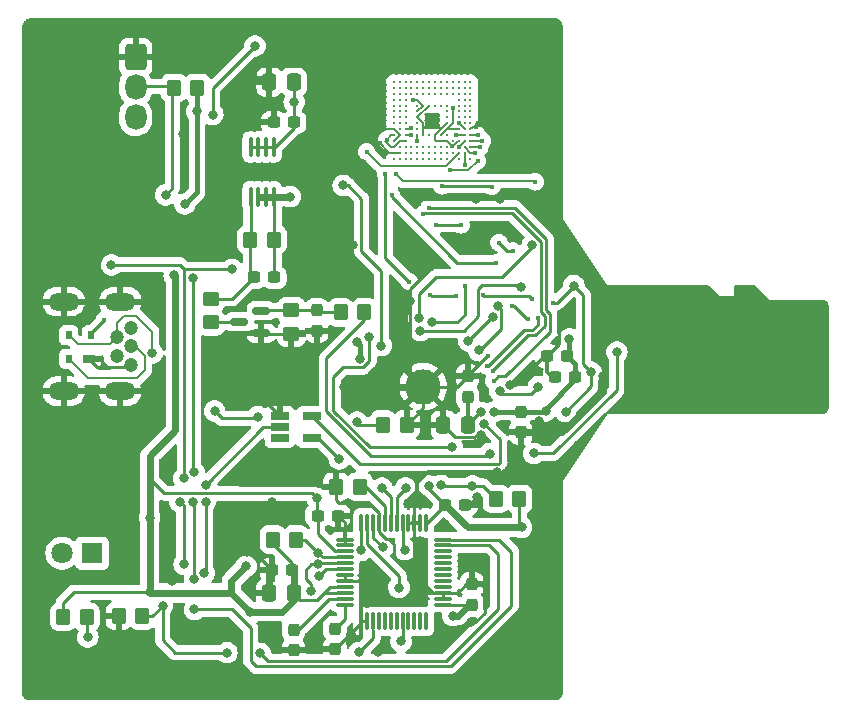
<source format=gbr>
%TF.GenerationSoftware,KiCad,Pcbnew,7.0.5*%
%TF.CreationDate,2023-07-09T17:38:26+09:00*%
%TF.ProjectId,sdcdmuxemmc,73646364-6d75-4786-956d-6d632e6b6963,rev?*%
%TF.SameCoordinates,Original*%
%TF.FileFunction,Copper,L2,Bot*%
%TF.FilePolarity,Positive*%
%FSLAX46Y46*%
G04 Gerber Fmt 4.6, Leading zero omitted, Abs format (unit mm)*
G04 Created by KiCad (PCBNEW 7.0.5) date 2023-07-09 17:38:26*
%MOMM*%
%LPD*%
G01*
G04 APERTURE LIST*
G04 Aperture macros list*
%AMRoundRect*
0 Rectangle with rounded corners*
0 $1 Rounding radius*
0 $2 $3 $4 $5 $6 $7 $8 $9 X,Y pos of 4 corners*
0 Add a 4 corners polygon primitive as box body*
4,1,4,$2,$3,$4,$5,$6,$7,$8,$9,$2,$3,0*
0 Add four circle primitives for the rounded corners*
1,1,$1+$1,$2,$3*
1,1,$1+$1,$4,$5*
1,1,$1+$1,$6,$7*
1,1,$1+$1,$8,$9*
0 Add four rect primitives between the rounded corners*
20,1,$1+$1,$2,$3,$4,$5,0*
20,1,$1+$1,$4,$5,$6,$7,0*
20,1,$1+$1,$6,$7,$8,$9,0*
20,1,$1+$1,$8,$9,$2,$3,0*%
G04 Aperture macros list end*
%TA.AperFunction,ComponentPad*%
%ADD10C,3.000000*%
%TD*%
%TA.AperFunction,ComponentPad*%
%ADD11C,1.200000*%
%TD*%
%TA.AperFunction,ComponentPad*%
%ADD12O,2.600000X1.500000*%
%TD*%
%TA.AperFunction,ComponentPad*%
%ADD13RoundRect,0.250200X-0.649800X0.849800X-0.649800X-0.849800X0.649800X-0.849800X0.649800X0.849800X0*%
%TD*%
%TA.AperFunction,ComponentPad*%
%ADD14O,1.800000X2.200000*%
%TD*%
%TA.AperFunction,ComponentPad*%
%ADD15R,1.800000X1.800000*%
%TD*%
%TA.AperFunction,ComponentPad*%
%ADD16C,1.800000*%
%TD*%
%TA.AperFunction,SMDPad,CuDef*%
%ADD17RoundRect,0.250000X0.337500X0.475000X-0.337500X0.475000X-0.337500X-0.475000X0.337500X-0.475000X0*%
%TD*%
%TA.AperFunction,SMDPad,CuDef*%
%ADD18RoundRect,0.250000X-0.350000X-0.450000X0.350000X-0.450000X0.350000X0.450000X-0.350000X0.450000X0*%
%TD*%
%TA.AperFunction,SMDPad,CuDef*%
%ADD19RoundRect,0.250000X0.350000X0.450000X-0.350000X0.450000X-0.350000X-0.450000X0.350000X-0.450000X0*%
%TD*%
%TA.AperFunction,SMDPad,CuDef*%
%ADD20RoundRect,0.237500X0.237500X-0.300000X0.237500X0.300000X-0.237500X0.300000X-0.237500X-0.300000X0*%
%TD*%
%TA.AperFunction,SMDPad,CuDef*%
%ADD21RoundRect,0.150000X0.587500X0.150000X-0.587500X0.150000X-0.587500X-0.150000X0.587500X-0.150000X0*%
%TD*%
%TA.AperFunction,SMDPad,CuDef*%
%ADD22RoundRect,0.237500X-0.300000X-0.237500X0.300000X-0.237500X0.300000X0.237500X-0.300000X0.237500X0*%
%TD*%
%TA.AperFunction,SMDPad,CuDef*%
%ADD23RoundRect,0.250000X-0.450000X0.350000X-0.450000X-0.350000X0.450000X-0.350000X0.450000X0.350000X0*%
%TD*%
%TA.AperFunction,SMDPad,CuDef*%
%ADD24RoundRect,0.237500X-0.237500X0.300000X-0.237500X-0.300000X0.237500X-0.300000X0.237500X0.300000X0*%
%TD*%
%TA.AperFunction,SMDPad,CuDef*%
%ADD25R,1.560000X0.650000*%
%TD*%
%TA.AperFunction,SMDPad,CuDef*%
%ADD26RoundRect,0.237500X0.300000X0.237500X-0.300000X0.237500X-0.300000X-0.237500X0.300000X-0.237500X0*%
%TD*%
%TA.AperFunction,SMDPad,CuDef*%
%ADD27R,1.000000X0.700000*%
%TD*%
%TA.AperFunction,SMDPad,CuDef*%
%ADD28R,0.600000X0.700000*%
%TD*%
%TA.AperFunction,SMDPad,CuDef*%
%ADD29RoundRect,0.075000X-0.075000X0.662500X-0.075000X-0.662500X0.075000X-0.662500X0.075000X0.662500X0*%
%TD*%
%TA.AperFunction,SMDPad,CuDef*%
%ADD30RoundRect,0.075000X-0.662500X0.075000X-0.662500X-0.075000X0.662500X-0.075000X0.662500X0.075000X0*%
%TD*%
%TA.AperFunction,SMDPad,CuDef*%
%ADD31C,0.254000*%
%TD*%
%TA.AperFunction,SMDPad,CuDef*%
%ADD32RoundRect,0.250000X0.450000X-0.350000X0.450000X0.350000X-0.450000X0.350000X-0.450000X-0.350000X0*%
%TD*%
%TA.AperFunction,SMDPad,CuDef*%
%ADD33RoundRect,0.100000X0.100000X-0.712500X0.100000X0.712500X-0.100000X0.712500X-0.100000X-0.712500X0*%
%TD*%
%TA.AperFunction,ViaPad*%
%ADD34C,0.800000*%
%TD*%
%TA.AperFunction,ViaPad*%
%ADD35C,0.450000*%
%TD*%
%TA.AperFunction,Conductor*%
%ADD36C,0.250000*%
%TD*%
%TA.AperFunction,Conductor*%
%ADD37C,0.150000*%
%TD*%
%TA.AperFunction,Conductor*%
%ADD38C,0.300000*%
%TD*%
%TA.AperFunction,Conductor*%
%ADD39C,0.600000*%
%TD*%
%TA.AperFunction,Conductor*%
%ADD40C,0.200000*%
%TD*%
%TA.AperFunction,Conductor*%
%ADD41C,0.400000*%
%TD*%
G04 APERTURE END LIST*
D10*
%TO.P,U402,49,VSS*%
%TO.N,GND*%
X193500000Y-100000000D03*
%TD*%
D11*
%TO.P,J101,1,VBUS*%
%TO.N,/USB Power/USBVDD_5V*%
X168750000Y-95000000D03*
%TO.P,J101,2,D-*%
%TO.N,/SDCARD_READER/USB-*%
X167550000Y-95800000D03*
%TO.P,J101,3,D+*%
%TO.N,/SDCARD_READER/USB+*%
X168750000Y-96600000D03*
%TO.P,J101,4,ID*%
%TO.N,unconnected-(J101-ID-Pad4)*%
X167550000Y-97400000D03*
%TO.P,J101,5,GND*%
%TO.N,GND*%
X168750000Y-98200000D03*
D12*
%TO.P,J101,6,Shield*%
X167850000Y-92800000D03*
X163050000Y-92800000D03*
X167850000Y-100400000D03*
X163050000Y-100400000D03*
%TD*%
D13*
%TO.P,U201,1,GND*%
%TO.N,GND*%
X169152500Y-72105000D03*
D14*
%TO.P,U201,2,Out*%
%TO.N,/Infrad Cont/INFRAD_RX*%
X169152500Y-74645000D03*
%TO.P,U201,3,Vcc*%
%TO.N,+5V*%
X169152500Y-77185000D03*
%TD*%
D15*
%TO.P,D202,1,K*%
%TO.N,Net-(D201-K)*%
X165465000Y-114100000D03*
D16*
%TO.P,D202,2,A*%
%TO.N,Net-(D202-A)*%
X162925000Y-114100000D03*
%TD*%
D17*
%TO.P,C401,1*%
%TO.N,Net-(U402-CRFILT)*%
X197287500Y-103250000D03*
%TO.P,C401,2*%
%TO.N,GND*%
X195212500Y-103250000D03*
%TD*%
D18*
%TO.P,R503,1*%
%TO.N,+3.3V*%
X180760000Y-112950000D03*
%TO.P,R503,2*%
%TO.N,Net-(U501-CS)*%
X182760000Y-112950000D03*
%TD*%
D19*
%TO.P,R403,1*%
%TO.N,+3.3V*%
X201640000Y-109500000D03*
%TO.P,R403,2*%
%TO.N,Net-(U401-SCL)*%
X199640000Y-109500000D03*
%TD*%
D20*
%TO.P,C506,1*%
%TO.N,+3.3V*%
X197610000Y-118462500D03*
%TO.P,C506,2*%
%TO.N,GND*%
X197610000Y-116737500D03*
%TD*%
D21*
%TO.P,Q301,1,G*%
%TO.N,Net-(Q301-G)*%
X179787500Y-93570000D03*
%TO.P,Q301,2,S*%
%TO.N,GND*%
X179787500Y-95470000D03*
%TO.P,Q301,3,D*%
%TO.N,Net-(Q301-D)*%
X177912500Y-94520000D03*
%TD*%
D18*
%TO.P,R402,1*%
%TO.N,Net-(U402-RBIAS)*%
X190090000Y-103210000D03*
%TO.P,R402,2*%
%TO.N,GND*%
X192090000Y-103210000D03*
%TD*%
D22*
%TO.P,C508,1*%
%TO.N,+3.3V*%
X184557500Y-110920000D03*
%TO.P,C508,2*%
%TO.N,GND*%
X186282500Y-110920000D03*
%TD*%
D17*
%TO.P,C306,1*%
%TO.N,/SDMUX/MMC_PWR*%
X182547500Y-74220000D03*
%TO.P,C306,2*%
%TO.N,GND*%
X180472500Y-74220000D03*
%TD*%
D23*
%TO.P,R302,1*%
%TO.N,Net-(Q301-G)*%
X182340000Y-93520000D03*
%TO.P,R302,2*%
%TO.N,GND*%
X182340000Y-95520000D03*
%TD*%
D22*
%TO.P,C507,1*%
%TO.N,+3.3V*%
X195337500Y-109980000D03*
%TO.P,C507,2*%
%TO.N,GND*%
X197062500Y-109980000D03*
%TD*%
D24*
%TO.P,C301,1*%
%TO.N,Net-(Q301-G)*%
X184490000Y-93547500D03*
%TO.P,C301,2*%
%TO.N,GND*%
X184490000Y-95272500D03*
%TD*%
D19*
%TO.P,R301,1*%
%TO.N,/SDMUX/MMC_PWR_EN*%
X188510000Y-93720000D03*
%TO.P,R301,2*%
%TO.N,Net-(Q301-G)*%
X186510000Y-93720000D03*
%TD*%
%TO.P,R303,1*%
%TO.N,+3.3V*%
X180870000Y-87550000D03*
%TO.P,R303,2*%
%TO.N,Net-(Q302-G)*%
X178870000Y-87550000D03*
%TD*%
D20*
%TO.P,C405,1*%
%TO.N,Net-(U402-CRFILT)*%
X197250000Y-100862500D03*
%TO.P,C405,2*%
%TO.N,GND*%
X197250000Y-99137500D03*
%TD*%
D25*
%TO.P,U503,1,NC*%
%TO.N,unconnected-(U503-NC-Pad1)*%
X181350000Y-104360000D03*
%TO.P,U503,2*%
%TO.N,/SELECTOR/~{SEL1}*%
X181350000Y-103410000D03*
%TO.P,U503,3,GND*%
%TO.N,GND*%
X181350000Y-102460000D03*
%TO.P,U503,4*%
%TO.N,/SDCARD_READER/~{MMC_CD}*%
X184050000Y-102460000D03*
%TO.P,U503,5,VCC*%
%TO.N,+3.3V*%
X184050000Y-104360000D03*
%TD*%
D26*
%TO.P,C510,1*%
%TO.N,+3.3V*%
X182422500Y-115520000D03*
%TO.P,C510,2*%
%TO.N,GND*%
X180697500Y-115520000D03*
%TD*%
D24*
%TO.P,C501,1*%
%TO.N,Net-(U502-VCCCORE)*%
X182520000Y-120567500D03*
%TO.P,C501,2*%
%TO.N,GND*%
X182520000Y-122292500D03*
%TD*%
D26*
%TO.P,C603,1*%
%TO.N,+3.3V*%
X206372500Y-99160000D03*
%TO.P,C603,2*%
%TO.N,GND*%
X204647500Y-99160000D03*
%TD*%
%TO.P,C303,1*%
%TO.N,+3.3V*%
X180882500Y-90750000D03*
%TO.P,C303,2*%
%TO.N,Net-(Q302-G)*%
X179157500Y-90750000D03*
%TD*%
D27*
%TO.P,D101,1,GND*%
%TO.N,GND*%
X165200000Y-97650000D03*
D28*
%TO.P,D101,2,I/O1*%
%TO.N,/SDCARD_READER/USB+*%
X163500000Y-97650000D03*
%TO.P,D101,3,I/O2*%
%TO.N,/SDCARD_READER/USB-*%
X163500000Y-95650000D03*
%TO.P,D101,4,VCC*%
%TO.N,/USB Power/USBVDD_5V*%
X165400000Y-95650000D03*
%TD*%
D29*
%TO.P,U502,1,XCSI*%
%TO.N,Net-(U502-XCSI)*%
X188250000Y-111537500D03*
%TO.P,U502,2,XCSO*%
%TO.N,Net-(U502-XCSO)*%
X188750000Y-111537500D03*
%TO.P,U502,3,VPHY*%
%TO.N,/SELECTOR/VPHY*%
X189250000Y-111537500D03*
%TO.P,U502,4,AGND*%
%TO.N,GND*%
X189750000Y-111537500D03*
%TO.P,U502,5,REF*%
%TO.N,Net-(U502-REF)*%
X190250000Y-111537500D03*
%TO.P,U502,6,DM*%
%TO.N,Net-(U502-DM)*%
X190750000Y-111537500D03*
%TO.P,U502,7,DP*%
%TO.N,Net-(U502-DP)*%
X191250000Y-111537500D03*
%TO.P,U502,8,VPLL*%
%TO.N,/SELECTOR/VPLL*%
X191750000Y-111537500D03*
%TO.P,U502,9,AGND*%
%TO.N,GND*%
X192250000Y-111537500D03*
%TO.P,U502,10,GND*%
X192750000Y-111537500D03*
%TO.P,U502,11,GND*%
X193250000Y-111537500D03*
%TO.P,U502,12,VCCIO*%
%TO.N,+3.3V*%
X193750000Y-111537500D03*
D30*
%TO.P,U502,13,ADBUS0*%
%TO.N,/Infrad Cont/INFRAD_RX*%
X195162500Y-112950000D03*
%TO.P,U502,14,ADBUS1*%
%TO.N,/Infrad Cont/INFRAD_TX*%
X195162500Y-113450000D03*
%TO.P,U502,15,ADBUS2*%
%TO.N,/SELECTOR/ADBUS2*%
X195162500Y-113950000D03*
%TO.P,U502,16,ADBUS3*%
%TO.N,/SELECTOR/ADBUS3*%
X195162500Y-114450000D03*
%TO.P,U502,17,ADBUS4*%
%TO.N,/SELECTOR/ADBUS4*%
X195162500Y-114950000D03*
%TO.P,U502,18,ADBUS5*%
%TO.N,/SELECTOR/ADBUS5*%
X195162500Y-115450000D03*
%TO.P,U502,19,ADBUS6*%
%TO.N,/SELECTOR/ADBUS6*%
X195162500Y-115950000D03*
%TO.P,U502,20,ADBUS7*%
%TO.N,/SELECTOR/ADBUS7*%
X195162500Y-116450000D03*
%TO.P,U502,21,ACBUS0*%
%TO.N,/SELECTOR/ACBUS0*%
X195162500Y-116950000D03*
%TO.P,U502,22,GND*%
%TO.N,GND*%
X195162500Y-117450000D03*
%TO.P,U502,23,GND*%
X195162500Y-117950000D03*
%TO.P,U502,24,VCCIO*%
%TO.N,+3.3V*%
X195162500Y-118450000D03*
D29*
%TO.P,U502,25,ACBUS1*%
%TO.N,/SELECTOR/ACBUS1*%
X193750000Y-119862500D03*
%TO.P,U502,26,ACBUS2*%
%TO.N,/SELECTOR/ACBUS2*%
X193250000Y-119862500D03*
%TO.P,U502,27,ACBUS3*%
%TO.N,/SELECTOR/ACBUS3*%
X192750000Y-119862500D03*
%TO.P,U502,28,ACBUS4*%
%TO.N,/SELECTOR/ACBUS4*%
X192250000Y-119862500D03*
%TO.P,U502,29,ACBUS5*%
%TO.N,/SELECTOR/~{SEL1}*%
X191750000Y-119862500D03*
%TO.P,U502,30,ACBUS6*%
%TO.N,unconnected-(U502-ACBUS6-Pad30)*%
X191250000Y-119862500D03*
%TO.P,U502,31,ACBUS7*%
%TO.N,/SELECTOR/ACBUS7*%
X190750000Y-119862500D03*
%TO.P,U502,32,ACBUS8*%
%TO.N,/SELECTOR/ACBUS8*%
X190250000Y-119862500D03*
%TO.P,U502,33,ACBUS9*%
%TO.N,/SELECTOR/ACBUS9*%
X189750000Y-119862500D03*
%TO.P,U502,34,~{RESET}*%
%TO.N,/SDCARD_READER/~{RESET}*%
X189250000Y-119862500D03*
%TO.P,U502,35,GND*%
%TO.N,GND*%
X188750000Y-119862500D03*
%TO.P,U502,36,GND*%
X188250000Y-119862500D03*
D30*
%TO.P,U502,37,VCCA*%
%TO.N,Net-(U502-VCCA)*%
X186837500Y-118450000D03*
%TO.P,U502,38,VCCCORE*%
%TO.N,Net-(U502-VCCCORE)*%
X186837500Y-117950000D03*
%TO.P,U502,39,VCCD*%
%TO.N,+3.3V*%
X186837500Y-117450000D03*
%TO.P,U502,40,VREGIN*%
X186837500Y-116950000D03*
%TO.P,U502,41,AGND*%
%TO.N,GND*%
X186837500Y-116450000D03*
%TO.P,U502,42,TEST*%
X186837500Y-115950000D03*
%TO.P,U502,43,EEDATA*%
%TO.N,Net-(U501-DI)*%
X186837500Y-115450000D03*
%TO.P,U502,44,EECLK*%
%TO.N,Net-(U501-CLK)*%
X186837500Y-114950000D03*
%TO.P,U502,45,EECS*%
%TO.N,Net-(U501-CS)*%
X186837500Y-114450000D03*
%TO.P,U502,46,VCCIO*%
%TO.N,+3.3V*%
X186837500Y-113950000D03*
%TO.P,U502,47,GND*%
%TO.N,GND*%
X186837500Y-113450000D03*
%TO.P,U502,48,GND*%
X186837500Y-112950000D03*
%TD*%
D19*
%TO.P,R501,1*%
%TO.N,Net-(U502-REF)*%
X188130000Y-108480000D03*
%TO.P,R501,2*%
%TO.N,GND*%
X186130000Y-108480000D03*
%TD*%
D18*
%TO.P,R202,1*%
%TO.N,+3.3V*%
X163000000Y-119500000D03*
%TO.P,R202,2*%
%TO.N,Net-(D201-A)*%
X165000000Y-119500000D03*
%TD*%
D26*
%TO.P,C305,1*%
%TO.N,/SDMUX/MMC_PWR*%
X182562500Y-77630000D03*
%TO.P,C305,2*%
%TO.N,GND*%
X180837500Y-77630000D03*
%TD*%
D24*
%TO.P,C407,1*%
%TO.N,+3.3V*%
X201750000Y-102137500D03*
%TO.P,C407,2*%
%TO.N,GND*%
X201750000Y-103862500D03*
%TD*%
D19*
%TO.P,R204,1*%
%TO.N,+5V*%
X174380000Y-74700000D03*
%TO.P,R204,2*%
%TO.N,/Infrad Cont/INFRAD_RX*%
X172380000Y-74700000D03*
%TD*%
%TO.P,R201,1*%
%TO.N,/Infrad Cont/INFRAD_TX*%
X169720000Y-119420000D03*
%TO.P,R201,2*%
%TO.N,GND*%
X167720000Y-119420000D03*
%TD*%
D31*
%TO.P,U604,A1*%
%TO.N,N/C*%
X197500000Y-80700000D03*
%TO.P,U604,A3,DAT0*%
%TO.N,/SDMUX/D0*%
X197500000Y-79700000D03*
%TO.P,U604,A4,DAT1*%
%TO.N,/SDMUX/D1*%
X197500000Y-79200000D03*
%TO.P,U604,A5,DAT2*%
%TO.N,/SDMUX/D2*%
X197500000Y-78700000D03*
%TO.P,U604,A6,VSS*%
%TO.N,GND*%
X197500000Y-78200000D03*
%TO.P,U604,A7,RFU*%
%TO.N,unconnected-(U604-RFU-PadA7)*%
X197500000Y-77700000D03*
%TO.P,U604,A8*%
%TO.N,N/C*%
X197500000Y-77200000D03*
%TO.P,U604,A9*%
X197500000Y-76700000D03*
%TO.P,U604,A10*%
X197500000Y-76200000D03*
%TO.P,U604,A11*%
X197500000Y-75700000D03*
%TO.P,U604,A12*%
X197500000Y-75200000D03*
%TO.P,U604,A13*%
X197500000Y-74700000D03*
%TO.P,U604,A14*%
X197500000Y-74200000D03*
%TO.P,U604,B2,DAT3*%
%TO.N,/SDMUX/D3*%
X197000000Y-80200000D03*
%TO.P,U604,B3,DAT4*%
%TO.N,/SDMUX/D4*%
X197000000Y-79700000D03*
%TO.P,U604,B4,DAT5*%
%TO.N,/SDMUX/D5*%
X197000000Y-79200000D03*
%TO.P,U604,B5,DAT6*%
%TO.N,/SDMUX/D6*%
X197000000Y-78700000D03*
%TO.P,U604,B6,DAT7*%
%TO.N,/SDMUX/D7*%
X197000000Y-78200000D03*
%TO.P,U604,B7*%
%TO.N,N/C*%
X197000000Y-77700000D03*
%TO.P,U604,B8*%
X197000000Y-77200000D03*
%TO.P,U604,B9*%
X197000000Y-76700000D03*
%TO.P,U604,B10*%
X197000000Y-76200000D03*
%TO.P,U604,B11*%
X197000000Y-75700000D03*
%TO.P,U604,B12*%
X197000000Y-75200000D03*
%TO.P,U604,B13*%
X197000000Y-74700000D03*
%TO.P,U604,B14*%
X197000000Y-74200000D03*
%TO.P,U604,C1*%
X196500000Y-80700000D03*
%TO.P,U604,C2,VDDI*%
%TO.N,Net-(U604-VDDI)*%
X196500000Y-80200000D03*
%TO.P,U604,C4,VSSQ*%
%TO.N,GND*%
X196500000Y-79200000D03*
%TO.P,U604,C6,VCCQ*%
%TO.N,/SDMUX/MMC_PWR*%
X196500000Y-78200000D03*
%TO.P,U604,C8*%
%TO.N,N/C*%
X196500000Y-77200000D03*
%TO.P,U604,C9*%
X196500000Y-76700000D03*
%TO.P,U604,C10*%
X196500000Y-76200000D03*
%TO.P,U604,C11*%
X196500000Y-75700000D03*
%TO.P,U604,C12*%
X196500000Y-75200000D03*
%TO.P,U604,C13*%
X196500000Y-74700000D03*
%TO.P,U604,C14*%
X196500000Y-74200000D03*
%TO.P,U604,D2*%
X196000000Y-80200000D03*
%TO.P,U604,D4*%
X196000000Y-79200000D03*
%TO.P,U604,D12*%
X196000000Y-75200000D03*
%TO.P,U604,D13*%
X196000000Y-74700000D03*
%TO.P,U604,D14*%
X196000000Y-74200000D03*
%TO.P,U604,E1*%
X195500000Y-80700000D03*
%TO.P,U604,E2*%
X195500000Y-80200000D03*
%TO.P,U604,E3*%
X195500000Y-79700000D03*
%TO.P,U604,E5,RFU*%
%TO.N,unconnected-(U604-RFU-PadE5)*%
X195500000Y-78700000D03*
%TO.P,U604,E6,VCC*%
%TO.N,/SDMUX/MMC_PWR*%
X195500000Y-78200000D03*
%TO.P,U604,E7,VSS*%
%TO.N,GND*%
X195500000Y-77700000D03*
%TO.P,U604,E8,VSF*%
%TO.N,unconnected-(U604-VSF-PadE8)*%
X195500000Y-77200000D03*
%TO.P,U604,E9,VSF*%
%TO.N,unconnected-(U604-VSF-PadE9)*%
X195500000Y-76700000D03*
%TO.P,U604,E10,VSF*%
%TO.N,unconnected-(U604-VSF-PadE10)*%
X195500000Y-76200000D03*
%TO.P,U604,E12*%
%TO.N,N/C*%
X195500000Y-75200000D03*
%TO.P,U604,E13*%
X195500000Y-74700000D03*
%TO.P,U604,E14*%
X195500000Y-74200000D03*
%TO.P,U604,F1*%
X195000000Y-80700000D03*
%TO.P,U604,F2*%
X195000000Y-80200000D03*
%TO.P,U604,F3*%
X195000000Y-79700000D03*
%TO.P,U604,F5,VCC*%
%TO.N,/SDMUX/MMC_PWR*%
X195000000Y-78700000D03*
%TO.P,U604,F10,VSF*%
%TO.N,unconnected-(U604-VSF-PadF10)*%
X195000000Y-76200000D03*
%TO.P,U604,F12*%
%TO.N,N/C*%
X195000000Y-75200000D03*
%TO.P,U604,F13*%
X195000000Y-74700000D03*
%TO.P,U604,F14*%
X195000000Y-74200000D03*
%TO.P,U604,G1*%
X194500000Y-80700000D03*
%TO.P,U604,G2*%
X194500000Y-80200000D03*
%TO.P,U604,G3,RFU*%
%TO.N,unconnected-(U604-RFU-PadG3)*%
X194500000Y-79700000D03*
%TO.P,U604,G5,VSS*%
%TO.N,GND*%
X194500000Y-78700000D03*
%TO.P,U604,G10,VSF*%
%TO.N,unconnected-(U604-VSF-PadG10)*%
X194500000Y-76200000D03*
%TO.P,U604,G12*%
%TO.N,N/C*%
X194500000Y-75200000D03*
%TO.P,U604,G13*%
X194500000Y-74700000D03*
%TO.P,U604,G14*%
X194500000Y-74200000D03*
%TO.P,U604,H1*%
X194000000Y-80700000D03*
%TO.P,U604,H2*%
X194000000Y-80200000D03*
%TO.P,U604,H3*%
X194000000Y-79700000D03*
%TO.P,U604,H5,DS*%
%TO.N,unconnected-(U604-DS-PadH5)*%
X194000000Y-78700000D03*
%TO.P,U604,H10,VSS*%
%TO.N,GND*%
X194000000Y-76200000D03*
%TO.P,U604,H12*%
%TO.N,N/C*%
X194000000Y-75200000D03*
%TO.P,U604,H13*%
X194000000Y-74700000D03*
%TO.P,U604,H14*%
X194000000Y-74200000D03*
%TO.P,U604,J1*%
X193500000Y-80700000D03*
%TO.P,U604,J2*%
X193500000Y-80200000D03*
%TO.P,U604,J3*%
X193500000Y-79700000D03*
%TO.P,U604,J5,VSS*%
%TO.N,GND*%
X193500000Y-78700000D03*
%TO.P,U604,J10,VCC*%
%TO.N,/SDMUX/MMC_PWR*%
X193500000Y-76200000D03*
%TO.P,U604,J12*%
%TO.N,N/C*%
X193500000Y-75200000D03*
%TO.P,U604,J13*%
X193500000Y-74700000D03*
%TO.P,U604,J14*%
X193500000Y-74200000D03*
%TO.P,U604,K1*%
X193000000Y-80700000D03*
%TO.P,U604,K2*%
X193000000Y-80200000D03*
%TO.P,U604,K3*%
X193000000Y-79700000D03*
%TO.P,U604,K5,~{RST}*%
%TO.N,Net-(U604-~{RST})*%
X193000000Y-78700000D03*
%TO.P,U604,K6,RFU*%
%TO.N,unconnected-(U604-RFU-PadK6)*%
X193000000Y-78200000D03*
%TO.P,U604,K7,RFU*%
%TO.N,unconnected-(U604-RFU-PadK7)*%
X193000000Y-77700000D03*
%TO.P,U604,K8,VSS*%
%TO.N,GND*%
X193000000Y-77200000D03*
%TO.P,U604,K9,VCC*%
%TO.N,/SDMUX/MMC_PWR*%
X193000000Y-76700000D03*
%TO.P,U604,K10,VSF*%
%TO.N,unconnected-(U604-VSF-PadK10)*%
X193000000Y-76200000D03*
%TO.P,U604,K12*%
%TO.N,N/C*%
X193000000Y-75200000D03*
%TO.P,U604,K13*%
X193000000Y-74700000D03*
%TO.P,U604,K14*%
X193000000Y-74200000D03*
%TO.P,U604,L1*%
X192500000Y-80700000D03*
%TO.P,U604,L2*%
X192500000Y-80200000D03*
%TO.P,U604,L3*%
X192500000Y-79700000D03*
%TO.P,U604,L12*%
X192500000Y-75200000D03*
%TO.P,U604,L13*%
X192500000Y-74700000D03*
%TO.P,U604,L14*%
X192500000Y-74200000D03*
%TO.P,U604,M1*%
X192000000Y-80700000D03*
%TO.P,U604,M2*%
X192000000Y-80200000D03*
%TO.P,U604,M3*%
X192000000Y-79700000D03*
%TO.P,U604,M4,VCCQ*%
%TO.N,/SDMUX/MMC_PWR*%
X192000000Y-79200000D03*
%TO.P,U604,M5,CMD*%
%TO.N,/SDMUX/CMD*%
X192000000Y-78700000D03*
%TO.P,U604,M6,CLK*%
%TO.N,/SDMUX/CLK*%
X192000000Y-78200000D03*
%TO.P,U604,M7*%
%TO.N,N/C*%
X192000000Y-77700000D03*
%TO.P,U604,M8*%
X192000000Y-77200000D03*
%TO.P,U604,M9*%
X192000000Y-76700000D03*
%TO.P,U604,M10*%
X192000000Y-76200000D03*
%TO.P,U604,M11*%
X192000000Y-75700000D03*
%TO.P,U604,M12*%
X192000000Y-75200000D03*
%TO.P,U604,M13*%
X192000000Y-74700000D03*
%TO.P,U604,M14*%
X192000000Y-74200000D03*
%TO.P,U604,N1*%
X191500000Y-80700000D03*
%TO.P,U604,N2,VSSQ*%
%TO.N,GND*%
X191500000Y-80200000D03*
%TO.P,U604,N3*%
%TO.N,N/C*%
X191500000Y-79700000D03*
%TO.P,U604,N4,VCCQ*%
%TO.N,/SDMUX/MMC_PWR*%
X191500000Y-79200000D03*
%TO.P,U604,N5,VSSQ*%
%TO.N,GND*%
X191500000Y-78700000D03*
%TO.P,U604,N6*%
%TO.N,N/C*%
X191500000Y-78200000D03*
%TO.P,U604,N7*%
X191500000Y-77700000D03*
%TO.P,U604,N8*%
X191500000Y-77200000D03*
%TO.P,U604,N9*%
X191500000Y-76700000D03*
%TO.P,U604,N10*%
X191500000Y-76200000D03*
%TO.P,U604,N11*%
X191500000Y-75700000D03*
%TO.P,U604,N12*%
X191500000Y-75200000D03*
%TO.P,U604,N13*%
X191500000Y-74700000D03*
%TO.P,U604,N14*%
X191500000Y-74200000D03*
%TO.P,U604,P1*%
X191000000Y-80700000D03*
%TO.P,U604,P3,VCCQ*%
%TO.N,/SDMUX/MMC_PWR*%
X191000000Y-79700000D03*
%TO.P,U604,P4,VSSQ*%
%TO.N,GND*%
X191000000Y-79200000D03*
%TO.P,U604,P5,VCCQ*%
%TO.N,/SDMUX/MMC_PWR*%
X191000000Y-78700000D03*
%TO.P,U604,P6,VSSQ*%
%TO.N,GND*%
X191000000Y-78200000D03*
%TO.P,U604,P7,RFU*%
%TO.N,unconnected-(U604-RFU-PadP7)*%
X191000000Y-77700000D03*
%TO.P,U604,P8*%
%TO.N,N/C*%
X191000000Y-77200000D03*
%TO.P,U604,P9*%
X191000000Y-76700000D03*
%TO.P,U604,P10,VSF*%
%TO.N,unconnected-(U604-VSF-PadP10)*%
X191000000Y-76200000D03*
%TO.P,U604,P11*%
%TO.N,N/C*%
X191000000Y-75700000D03*
%TO.P,U604,P12*%
X191000000Y-75200000D03*
%TO.P,U604,P13*%
X191000000Y-74700000D03*
%TO.P,U604,P14*%
X191000000Y-74200000D03*
%TD*%
D32*
%TO.P,R304,1*%
%TO.N,Net-(Q301-D)*%
X175510000Y-94570000D03*
%TO.P,R304,2*%
%TO.N,Net-(Q302-G)*%
X175510000Y-92570000D03*
%TD*%
D24*
%TO.P,C503,1*%
%TO.N,Net-(U502-VCCA)*%
X186020000Y-120487500D03*
%TO.P,C503,2*%
%TO.N,GND*%
X186020000Y-122212500D03*
%TD*%
D17*
%TO.P,C513,1*%
%TO.N,+3.3V*%
X182527500Y-117470000D03*
%TO.P,C513,2*%
%TO.N,GND*%
X180452500Y-117470000D03*
%TD*%
D26*
%TO.P,C602,1*%
%TO.N,+3.3V*%
X205713500Y-97409000D03*
%TO.P,C602,2*%
%TO.N,GND*%
X203988500Y-97409000D03*
%TD*%
D33*
%TO.P,Q302,1,S*%
%TO.N,+3.3V*%
X180845000Y-83932500D03*
%TO.P,Q302,2,S*%
X180195000Y-83932500D03*
%TO.P,Q302,3,S*%
X179545000Y-83932500D03*
%TO.P,Q302,4,G*%
%TO.N,Net-(Q302-G)*%
X178895000Y-83932500D03*
%TO.P,Q302,5,D*%
%TO.N,/SDMUX/MMC_PWR*%
X178895000Y-79707500D03*
%TO.P,Q302,6,D*%
X179545000Y-79707500D03*
%TO.P,Q302,7,D*%
X180195000Y-79707500D03*
%TO.P,Q302,8,D*%
X180845000Y-79707500D03*
%TD*%
D34*
%TO.N,/SDCARD_READER/~{MMC_CD}*%
X198675500Y-103134189D03*
%TO.N,GND*%
X166240000Y-79100000D03*
X161240000Y-102530000D03*
X171100000Y-78600000D03*
X167960000Y-116070000D03*
X218234000Y-99126000D03*
X208100000Y-92200000D03*
D35*
X189800000Y-79400000D03*
D34*
X199750000Y-107250000D03*
X198070000Y-109320000D03*
D35*
X200400000Y-86300000D03*
X189300000Y-85500000D03*
D34*
X161360000Y-79050000D03*
X178600000Y-113970000D03*
D35*
X189500000Y-77800000D03*
D34*
X175800000Y-98100000D03*
X173630000Y-87220000D03*
X204030000Y-121870000D03*
X161360000Y-84460000D03*
X179030000Y-73980000D03*
X182300000Y-97300000D03*
X195377500Y-111612500D03*
X198000000Y-84120500D03*
X200862701Y-99862701D03*
X185500000Y-89900000D03*
X161290000Y-98300000D03*
X192490000Y-115490000D03*
X161430000Y-94780000D03*
X185200000Y-85500000D03*
X193780000Y-125630000D03*
X203500000Y-74400000D03*
D35*
X193700000Y-84100000D03*
X198900000Y-76800000D03*
D34*
X200001839Y-84118661D03*
D35*
X195952863Y-79649059D03*
D34*
X192200000Y-109960000D03*
X208720000Y-99110000D03*
D35*
X199000000Y-97420000D03*
D34*
X166890000Y-102470000D03*
X204600000Y-86300000D03*
X171240000Y-70240000D03*
X206600000Y-89900000D03*
X161420000Y-89750000D03*
X172240000Y-116430000D03*
D35*
X194200000Y-89100000D03*
D34*
X171780000Y-110640000D03*
X163140000Y-84990000D03*
X197510000Y-119970000D03*
X167760000Y-121040000D03*
X175790000Y-100660000D03*
D35*
X199000000Y-75500000D03*
D34*
X204300000Y-79600000D03*
X203740000Y-125610000D03*
X185240000Y-78080000D03*
X187530000Y-88030000D03*
X185770000Y-125700000D03*
X171820000Y-106340000D03*
X177380000Y-107730000D03*
X161360000Y-109630000D03*
X203341974Y-102908665D03*
X198390802Y-104092694D03*
X192530000Y-118150000D03*
X177720000Y-110720000D03*
X161290000Y-116050000D03*
X166800000Y-108300000D03*
X201900000Y-70200000D03*
X193400000Y-70100000D03*
X179800000Y-99200000D03*
D35*
X198000000Y-78000000D03*
D34*
X187356825Y-120912925D03*
X192400000Y-92770049D03*
X179880000Y-125670000D03*
X161310000Y-70310000D03*
X206600000Y-104900000D03*
X183700000Y-70100000D03*
D35*
X204981444Y-94508556D03*
D34*
X210680000Y-92640000D03*
X198140000Y-125660000D03*
X189700000Y-122500000D03*
X172495500Y-120700000D03*
X204250000Y-111150000D03*
X161390000Y-125030000D03*
X194700000Y-121500000D03*
X180720000Y-109740000D03*
X186800000Y-100000000D03*
X168700000Y-111460000D03*
X174210000Y-125700000D03*
X176510000Y-88900000D03*
X173200000Y-78600000D03*
X167000000Y-125600000D03*
X204130000Y-116850000D03*
%TO.N,+3.3V*%
X184510000Y-109450000D03*
X175680000Y-76960000D03*
X194010000Y-108410000D03*
X170340000Y-117410000D03*
X179260000Y-71160000D03*
X188110000Y-97694500D03*
X170340000Y-111110000D03*
X196020000Y-119380000D03*
X172420000Y-90580000D03*
X182230000Y-83910000D03*
X187900000Y-96245500D03*
X199490000Y-102130000D03*
X178850000Y-119070000D03*
X178490000Y-115220000D03*
X203862179Y-102055206D03*
X201830000Y-111910000D03*
X205881249Y-95965286D03*
X186377500Y-106120000D03*
%TO.N,+5V*%
X173320000Y-84540000D03*
X174340000Y-76700000D03*
%TO.N,/SDCARD_READER/~{RESET}*%
X172900000Y-109739500D03*
X188065764Y-122503766D03*
X177300000Y-90080000D03*
X167100000Y-89700000D03*
X173250000Y-115050000D03*
X173230000Y-107770000D03*
%TO.N,Net-(U402-CRFILT)*%
X198401423Y-102173000D03*
%TO.N,Net-(U402-XTAL1{slash}CLKIN)*%
X179500000Y-102550000D03*
X175830000Y-102050000D03*
%TO.N,Net-(U502-XCSI)*%
X188250000Y-113860000D03*
%TO.N,Net-(U502-XCSO)*%
X191450000Y-117010000D03*
%TO.N,/SELECTOR/VPHY*%
X190059952Y-113620049D03*
%TO.N,/SELECTOR/VPLL*%
X191940000Y-113790000D03*
%TO.N,/SDMUX/MMC_PWR*%
X182570000Y-75900000D03*
D35*
X192600000Y-75700000D03*
X195993279Y-76446639D03*
X190400000Y-79100000D03*
D34*
%TO.N,Net-(D201-A)*%
X165100000Y-121200000D03*
D35*
%TO.N,/USB Power/USBVDD_5V*%
X166500000Y-94360000D03*
D34*
%TO.N,/SDCARD_READER/USB-*%
X170559185Y-97149500D03*
%TO.N,Net-(D401-A)*%
X186730000Y-82970000D03*
X189955000Y-96524500D03*
D35*
%TO.N,Net-(U604-VDDI)*%
X188700000Y-80100000D03*
%TO.N,Net-(U604-~{RST})*%
X191200000Y-82000000D03*
X202970000Y-82660000D03*
X193000000Y-79200000D03*
D34*
%TO.N,/SDCARD_READER/CRD_PWR*%
X188922988Y-95800000D03*
X195974500Y-105139098D03*
%TO.N,/Infrad Cont/INFRAD_TX*%
X171430000Y-118540000D03*
X176880000Y-122530000D03*
X179700000Y-122590000D03*
%TO.N,/Infrad Cont/INFRAD_RX*%
X174004500Y-90804500D03*
X174132701Y-118857299D03*
X174030000Y-109790000D03*
X174124500Y-116320000D03*
X171690000Y-83760000D03*
X174100000Y-107240000D03*
%TO.N,/SDCARD_READER/MMCD0*%
X203250000Y-100000000D03*
X199965000Y-100345500D03*
D35*
%TO.N,/SDCARD_READER/MMCD7*%
X199470000Y-99520000D03*
X194000000Y-84860500D03*
%TO.N,/SDCARD_READER/MMCD6*%
X193500000Y-85400000D03*
X199440421Y-98672887D03*
%TO.N,/SDCARD_READER/MMC_CLK*%
X203221026Y-94225365D03*
X198934983Y-98264983D03*
D34*
%TO.N,/SDCARD_READER/MMCD5*%
X198210000Y-96940000D03*
X199810000Y-93182500D03*
%TO.N,/SDCARD_READER/MMC_CMD*%
X197320000Y-96120000D03*
X199400000Y-94100000D03*
%TO.N,/SDCARD_READER/MMCD4*%
X194210000Y-94510000D03*
D35*
X197000000Y-91500000D03*
D34*
%TO.N,/SDCARD_READER/MMCD3*%
X201800203Y-91578153D03*
X193250000Y-95250000D03*
%TO.N,Net-(U402-RBIAS)*%
X187902701Y-103012701D03*
%TO.N,Net-(U401-SCL)*%
X195020000Y-108360000D03*
X197670000Y-108400000D03*
%TO.N,Net-(U501-CS)*%
X184620000Y-114060000D03*
%TO.N,/SDCARD_READER/MMCD2*%
X193115049Y-94169549D03*
X202719799Y-88030201D03*
%TO.N,Net-(U502-DM)*%
X190000000Y-108600000D03*
%TO.N,Net-(U502-DP)*%
X192000000Y-108600000D03*
D35*
%TO.N,/SDMUX/D2*%
X198100000Y-78700000D03*
D34*
%TO.N,Net-(U501-DI)*%
X184677389Y-116054501D03*
%TO.N,Net-(U501-CLK)*%
X184588117Y-115058994D03*
X183970000Y-117320000D03*
D35*
%TO.N,/SDMUX/D3*%
X199900000Y-87800000D03*
X197000000Y-81200000D03*
X201100000Y-88500000D03*
%TO.N,/SDMUX/CMD*%
X192300000Y-91100000D03*
X196300000Y-92300000D03*
X194100000Y-92200000D03*
X190300000Y-82000000D03*
X192500000Y-78700000D03*
%TO.N,/SDMUX/CLK*%
X200991843Y-93182500D03*
X190825500Y-83800000D03*
X192500000Y-78100000D03*
X199700000Y-89500000D03*
X202400000Y-94300000D03*
%TO.N,/SDMUX/D0*%
X195750500Y-81700000D03*
X198300000Y-79700000D03*
X198100000Y-80900000D03*
%TO.N,/SDMUX/D1*%
X199300000Y-83059500D03*
X195100000Y-83000000D03*
X198504080Y-79189800D03*
%TO.N,/SDMUX/D4*%
X197900000Y-80200000D03*
%TO.N,/SDMUX/D5*%
X196500000Y-79700000D03*
X196700000Y-86300000D03*
X194600000Y-86300000D03*
%TO.N,/SDMUX/D6*%
X196300000Y-78700000D03*
%TO.N,/SDMUX/D7*%
X196500000Y-77700000D03*
D34*
%TO.N,/SELECTOR/~{SEL1}*%
X175065000Y-109739500D03*
X206248000Y-91440000D03*
X191620000Y-121570000D03*
X174975500Y-115791230D03*
X205560000Y-102120000D03*
D35*
X198590000Y-92260000D03*
X202700000Y-92580000D03*
D34*
X175070000Y-108290500D03*
X207700000Y-98750500D03*
D35*
X204520000Y-92890000D03*
D34*
%TO.N,/SDMUX/SD1_4*%
X202870000Y-105660000D03*
X209900000Y-97070000D03*
%TO.N,/SDMUX/MMC_PWR_EN*%
X199130000Y-105680000D03*
%TD*%
D36*
%TO.N,/SDCARD_READER/~{MMC_CD}*%
X199875000Y-106525000D02*
X188115000Y-106525000D01*
X198675500Y-103134189D02*
X200000000Y-104458689D01*
X200000000Y-106400000D02*
X199875000Y-106525000D01*
X200000000Y-104458689D02*
X200000000Y-106400000D01*
X188115000Y-106525000D02*
X184050000Y-102460000D01*
D37*
%TO.N,GND*%
X196500000Y-79200000D02*
X196434314Y-79200000D01*
D36*
X193720500Y-84120500D02*
X193700000Y-84100000D01*
X188900000Y-109830000D02*
X186380000Y-109830000D01*
D38*
X198967500Y-97420000D02*
X197250000Y-99137500D01*
X203831000Y-97409000D02*
X203988500Y-97409000D01*
D36*
X197610000Y-116737500D02*
X197142500Y-116737500D01*
X193230000Y-117450000D02*
X195162500Y-117450000D01*
D37*
X190600000Y-80200000D02*
X189800000Y-79400000D01*
D36*
X195212500Y-103250000D02*
X195212500Y-101712500D01*
X184490000Y-95272500D02*
X182587500Y-95272500D01*
X186837500Y-116450000D02*
X186837500Y-115950000D01*
X204981444Y-94508556D02*
X204981444Y-96416056D01*
X198730000Y-119130000D02*
X197890000Y-119970000D01*
X197142500Y-116737500D02*
X196430000Y-117450000D01*
X198730000Y-117050000D02*
X198730000Y-119130000D01*
X192530000Y-118150000D02*
X193230000Y-117450000D01*
D39*
X179030000Y-73980000D02*
X180232500Y-73980000D01*
D36*
X190595049Y-112895049D02*
X191010000Y-113310000D01*
D39*
X179030000Y-73980000D02*
X179030000Y-74710000D01*
D36*
X193500000Y-101800000D02*
X193500000Y-100000000D01*
D38*
X203988500Y-98788500D02*
X203988500Y-97409000D01*
D36*
X186837500Y-112950000D02*
X186837500Y-113450000D01*
X188250000Y-119982500D02*
X186020000Y-122212500D01*
X167720000Y-119420000D02*
X167720000Y-121000000D01*
X188250000Y-119862500D02*
X188250000Y-119982500D01*
X192750000Y-115230000D02*
X192490000Y-115490000D01*
X192400000Y-92770049D02*
X192400000Y-98900000D01*
X192400000Y-92770049D02*
X192400000Y-91700000D01*
X178540000Y-77630000D02*
X177325000Y-76415000D01*
D40*
X185360000Y-78200000D02*
X185240000Y-78080000D01*
D37*
X191500000Y-80200000D02*
X190600000Y-80200000D01*
D36*
X185970000Y-108320000D02*
X186130000Y-108480000D01*
X198000000Y-77700000D02*
X198000000Y-78000000D01*
X163130000Y-85000000D02*
X163140000Y-84990000D01*
X192090000Y-103210000D02*
X193500000Y-101800000D01*
X196430000Y-117450000D02*
X195162500Y-117450000D01*
X192400000Y-98900000D02*
X193500000Y-100000000D01*
D37*
X193500000Y-78100000D02*
X195100000Y-78100000D01*
D36*
X198390802Y-104092694D02*
X197999768Y-104092694D01*
D37*
X195503804Y-79200000D02*
X194600000Y-79200000D01*
X189500000Y-77800000D02*
X189900000Y-78200000D01*
X195985255Y-79649059D02*
X195952863Y-79649059D01*
D39*
X180232500Y-73980000D02*
X180472500Y-74220000D01*
D37*
X189900000Y-78200000D02*
X191000000Y-78200000D01*
D36*
X182587500Y-95272500D02*
X182340000Y-95520000D01*
X191010000Y-113310000D02*
X191010000Y-114340000D01*
X200000000Y-84120500D02*
X198000000Y-84120500D01*
X180720000Y-109740000D02*
X180720000Y-109910000D01*
X195212500Y-101712500D02*
X193500000Y-100000000D01*
D37*
X193500000Y-78700000D02*
X193500000Y-78100000D01*
D38*
X200862701Y-99862701D02*
X201377299Y-99862701D01*
D37*
X193000000Y-77200000D02*
X193500000Y-77700000D01*
D36*
X179550000Y-100660000D02*
X175790000Y-100660000D01*
X188140000Y-116450000D02*
X188250000Y-116560000D01*
D39*
X203480000Y-103860000D02*
X201752500Y-103860000D01*
D36*
X188250000Y-116560000D02*
X188250000Y-119862500D01*
X165200000Y-97650000D02*
X165875000Y-98325000D01*
D39*
X177340000Y-76430000D02*
X177340000Y-87850000D01*
D36*
X186837500Y-116450000D02*
X188140000Y-116450000D01*
X181350000Y-102460000D02*
X179550000Y-100660000D01*
D38*
X199750000Y-107250000D02*
X193890000Y-107250000D01*
D36*
X180697500Y-115520000D02*
X179147500Y-113970000D01*
D37*
X194600000Y-79200000D02*
X194500000Y-79100000D01*
D39*
X208690000Y-100456116D02*
X205286116Y-103860000D01*
D38*
X204360000Y-99160000D02*
X203988500Y-98788500D01*
D36*
X180837500Y-77630000D02*
X178540000Y-77630000D01*
X168625000Y-98325000D02*
X168750000Y-98200000D01*
X197999768Y-104092694D02*
X197842462Y-104250000D01*
D38*
X193890000Y-107250000D02*
X192990000Y-108150000D01*
D36*
X189750000Y-110680000D02*
X188900000Y-109830000D01*
X197890000Y-119970000D02*
X197510000Y-119970000D01*
X192750000Y-111537500D02*
X192750000Y-115230000D01*
D37*
X193500000Y-77700000D02*
X193500000Y-78100000D01*
D36*
X196212500Y-104250000D02*
X195212500Y-103250000D01*
X182340000Y-95520000D02*
X179837500Y-95520000D01*
X189750000Y-111537500D02*
X189750000Y-112340000D01*
X177380000Y-107730000D02*
X177970000Y-108320000D01*
X192400000Y-91700000D02*
X194200000Y-89900000D01*
X177970000Y-108320000D02*
X185970000Y-108320000D01*
D37*
X193000000Y-77200000D02*
X194000000Y-76200000D01*
D36*
X192160000Y-115490000D02*
X192490000Y-115490000D01*
D37*
X197700000Y-78000000D02*
X197500000Y-78200000D01*
D36*
X197250000Y-99137500D02*
X196387500Y-100000000D01*
D38*
X199000000Y-97420000D02*
X198967500Y-97420000D01*
D36*
X200001839Y-84118661D02*
X200000000Y-84120500D01*
D37*
X194500000Y-78700000D02*
X195400000Y-77800000D01*
X191000000Y-78200000D02*
X191500000Y-78700000D01*
D36*
X189750000Y-111537500D02*
X189750000Y-110680000D01*
D39*
X186800000Y-100000000D02*
X193500000Y-100000000D01*
D36*
X188250000Y-119862500D02*
X188750000Y-119862500D01*
D39*
X180452500Y-117470000D02*
X180452500Y-115765000D01*
D38*
X192990000Y-108800000D02*
X192200000Y-109590000D01*
D39*
X177340000Y-87850000D02*
X176420000Y-88770000D01*
D36*
X197410000Y-109980000D02*
X198070000Y-109320000D01*
X186000000Y-122192500D02*
X186020000Y-122212500D01*
X194200000Y-89900000D02*
X194200000Y-89100000D01*
X192490000Y-115590000D02*
X194350000Y-117450000D01*
X186837500Y-111475000D02*
X186282500Y-110920000D01*
X165875000Y-98325000D02*
X168625000Y-98325000D01*
D39*
X179030000Y-73980000D02*
X179020000Y-73990000D01*
D36*
X186380000Y-109830000D02*
X186130000Y-109580000D01*
D39*
X177325000Y-76415000D02*
X177340000Y-76430000D01*
D36*
X197062500Y-109980000D02*
X197410000Y-109980000D01*
D39*
X179030000Y-74710000D02*
X177325000Y-76415000D01*
D36*
X191010000Y-114340000D02*
X192160000Y-115490000D01*
X203341974Y-102908665D02*
X203480000Y-103046691D01*
D39*
X205286116Y-103860000D02*
X203480000Y-103860000D01*
D36*
X182510000Y-122192500D02*
X186000000Y-122192500D01*
D37*
X195952863Y-79649059D02*
X195503804Y-79200000D01*
X194500000Y-79100000D02*
X194500000Y-78700000D01*
D36*
X186130000Y-109580000D02*
X186130000Y-108480000D01*
X197610000Y-116737500D02*
X198417500Y-116737500D01*
X190305049Y-112895049D02*
X190595049Y-112895049D01*
X203480000Y-103046691D02*
X203480000Y-103860000D01*
X198000000Y-84120500D02*
X193720500Y-84120500D01*
D37*
X198000000Y-78000000D02*
X197700000Y-78000000D01*
D39*
X208690000Y-99140000D02*
X208690000Y-100456116D01*
D38*
X201377299Y-99862701D02*
X203831000Y-97409000D01*
D39*
X201752500Y-103860000D02*
X201750000Y-103862500D01*
D37*
X193500000Y-78100000D02*
X193500000Y-78700000D01*
D36*
X194350000Y-117450000D02*
X195162500Y-117450000D01*
D37*
X195100000Y-78100000D02*
X195400000Y-77800000D01*
D36*
X179147500Y-113970000D02*
X178600000Y-113970000D01*
X180720000Y-109910000D02*
X178600000Y-112030000D01*
D39*
X208720000Y-99110000D02*
X208690000Y-99140000D01*
D38*
X192200000Y-109590000D02*
X192200000Y-109960000D01*
D36*
X204981444Y-96416056D02*
X203988500Y-97409000D01*
X179837500Y-95520000D02*
X179787500Y-95470000D01*
X186837500Y-112950000D02*
X186837500Y-111475000D01*
D39*
X180452500Y-115765000D02*
X180697500Y-115520000D01*
D37*
X195400000Y-77800000D02*
X195500000Y-77700000D01*
D36*
X198900000Y-76800000D02*
X198000000Y-77700000D01*
X189750000Y-112340000D02*
X190305049Y-112895049D01*
X167720000Y-121000000D02*
X167760000Y-121040000D01*
X198417500Y-116737500D02*
X198730000Y-117050000D01*
X178600000Y-112030000D02*
X178600000Y-113970000D01*
X163280000Y-89825000D02*
X163130000Y-89675000D01*
X192490000Y-115490000D02*
X192490000Y-115590000D01*
D38*
X192990000Y-108150000D02*
X192990000Y-108800000D01*
X204647500Y-99160000D02*
X204360000Y-99160000D01*
D37*
X196434314Y-79200000D02*
X195985255Y-79649059D01*
D36*
X192750000Y-111537500D02*
X192250000Y-111537500D01*
X197842462Y-104250000D02*
X196212500Y-104250000D01*
D37*
X191500000Y-78700000D02*
X191000000Y-79200000D01*
D36*
X163280000Y-86375000D02*
X163130000Y-86525000D01*
X195162500Y-117450000D02*
X195162500Y-117950000D01*
X196387500Y-100000000D02*
X193500000Y-100000000D01*
X193250000Y-111537500D02*
X192750000Y-111537500D01*
%TO.N,Net-(Q301-G)*%
X179837500Y-93520000D02*
X179787500Y-93570000D01*
X184662500Y-93720000D02*
X184490000Y-93547500D01*
X182340000Y-93520000D02*
X179837500Y-93520000D01*
X186510000Y-93720000D02*
X184662500Y-93720000D01*
X184490000Y-93547500D02*
X182367500Y-93547500D01*
X182367500Y-93547500D02*
X182340000Y-93520000D01*
%TO.N,+3.3V*%
X185110000Y-117450000D02*
X185085000Y-117475000D01*
X180882500Y-87562500D02*
X180870000Y-87550000D01*
X201742500Y-102130000D02*
X201750000Y-102137500D01*
X184515000Y-118045000D02*
X183102500Y-118045000D01*
D39*
X170340000Y-107800000D02*
X170340000Y-111110000D01*
D36*
X184510000Y-110872500D02*
X184557500Y-110920000D01*
D39*
X182190000Y-83910000D02*
X182212500Y-83932500D01*
X197610000Y-118462500D02*
X197377500Y-118462500D01*
D36*
X184075000Y-109015000D02*
X184510000Y-109450000D01*
X194010000Y-108652500D02*
X195337500Y-109980000D01*
X182422500Y-115520000D02*
X182422500Y-114962500D01*
D41*
X187900000Y-96245500D02*
X188110000Y-96455500D01*
D39*
X178490000Y-115220000D02*
X177250000Y-116460000D01*
D36*
X193750000Y-111537500D02*
X193780000Y-111537500D01*
D39*
X170400000Y-117470000D02*
X170340000Y-117410000D01*
D36*
X185610000Y-116950000D02*
X185085000Y-117475000D01*
X184617500Y-104360000D02*
X186377500Y-106120000D01*
D41*
X206372500Y-99367500D02*
X206372500Y-99160000D01*
D36*
X184557500Y-112477500D02*
X184557500Y-110920000D01*
X182422500Y-114962500D02*
X180760000Y-113300000D01*
D39*
X170340000Y-105850000D02*
X172490000Y-103700000D01*
X182230000Y-83950000D02*
X182230000Y-83910000D01*
D36*
X186030000Y-113950000D02*
X184557500Y-112477500D01*
D39*
X182230000Y-83910000D02*
X182190000Y-83910000D01*
D36*
X184050000Y-104360000D02*
X184617500Y-104360000D01*
D39*
X170340000Y-117410000D02*
X170340000Y-111110000D01*
X182212500Y-83932500D02*
X179595000Y-83932500D01*
D36*
X186837500Y-116950000D02*
X185610000Y-116950000D01*
X193780000Y-111537500D02*
X195337500Y-109980000D01*
X183102500Y-118045000D02*
X182527500Y-117470000D01*
D39*
X178850000Y-119070000D02*
X177250000Y-117470000D01*
D36*
X180870000Y-83957500D02*
X180845000Y-83932500D01*
X180870000Y-87550000D02*
X180870000Y-83957500D01*
D41*
X199490000Y-102130000D02*
X201742500Y-102130000D01*
D36*
X195162500Y-118450000D02*
X197597500Y-118450000D01*
D41*
X203809385Y-102108000D02*
X201779500Y-102108000D01*
X188110000Y-96455500D02*
X188110000Y-97694500D01*
D39*
X197377500Y-118462500D02*
X196460000Y-119380000D01*
D36*
X163000000Y-118300000D02*
X163890000Y-117410000D01*
X201640000Y-111720000D02*
X201830000Y-111910000D01*
X184510000Y-109450000D02*
X184510000Y-110872500D01*
D39*
X170340000Y-107800000D02*
X170340000Y-105850000D01*
D36*
X182527500Y-115625000D02*
X182422500Y-115520000D01*
D39*
X197267500Y-111910000D02*
X195337500Y-109980000D01*
X177250000Y-116460000D02*
X177250000Y-117470000D01*
D36*
X175680000Y-74740000D02*
X175680000Y-76960000D01*
D41*
X203862179Y-102055206D02*
X203809385Y-102108000D01*
D36*
X180760000Y-113300000D02*
X180760000Y-112950000D01*
D38*
X205881249Y-97241251D02*
X205713500Y-97409000D01*
D41*
X203862179Y-101877821D02*
X206372500Y-99367500D01*
D39*
X182527500Y-117470000D02*
X182527500Y-115625000D01*
X177250000Y-117470000D02*
X176820000Y-117470000D01*
D36*
X186837500Y-117450000D02*
X185110000Y-117450000D01*
X186837500Y-113950000D02*
X186030000Y-113950000D01*
D39*
X178850000Y-119070000D02*
X181560000Y-119070000D01*
D38*
X201779500Y-102108000D02*
X201750000Y-102137500D01*
D39*
X201830000Y-111910000D02*
X197267500Y-111910000D01*
D36*
X179260000Y-71160000D02*
X175680000Y-74740000D01*
X163000000Y-119500000D02*
X163000000Y-118300000D01*
X201640000Y-109500000D02*
X201640000Y-111720000D01*
D41*
X205881249Y-95965286D02*
X205881249Y-97241251D01*
D39*
X181560000Y-119070000D02*
X182527500Y-118102500D01*
D36*
X170340000Y-107800000D02*
X171555000Y-109015000D01*
X163890000Y-117410000D02*
X170340000Y-117410000D01*
D39*
X176820000Y-117470000D02*
X170400000Y-117470000D01*
D41*
X206372500Y-98068000D02*
X205713500Y-97409000D01*
D36*
X185085000Y-117475000D02*
X184515000Y-118045000D01*
D39*
X182220000Y-83940000D02*
X182230000Y-83950000D01*
D41*
X206372500Y-99160000D02*
X206372500Y-98068000D01*
D39*
X172490000Y-90650000D02*
X172420000Y-90580000D01*
X196460000Y-119380000D02*
X196020000Y-119380000D01*
X172490000Y-103700000D02*
X172490000Y-90650000D01*
D41*
X203862179Y-102055206D02*
X203862179Y-101877821D01*
D39*
X182527500Y-118102500D02*
X182527500Y-117470000D01*
D36*
X180882500Y-90750000D02*
X180882500Y-87562500D01*
X194010000Y-108410000D02*
X194010000Y-108652500D01*
X171555000Y-109015000D02*
X184075000Y-109015000D01*
D41*
%TO.N,+5V*%
X173320000Y-84540000D02*
X174340000Y-83520000D01*
X174340000Y-76700000D02*
X174340000Y-74740000D01*
X174340000Y-74740000D02*
X174380000Y-74700000D01*
X174340000Y-83520000D02*
X174340000Y-76700000D01*
D36*
%TO.N,/SDCARD_READER/~{RESET}*%
X167100000Y-89700000D02*
X167125000Y-89675000D01*
X189275000Y-121294530D02*
X189275000Y-120620000D01*
X177300000Y-90080000D02*
X173280000Y-90080000D01*
X173230000Y-107770000D02*
X173280000Y-107720000D01*
X173210000Y-110049500D02*
X173210000Y-115010000D01*
X172900000Y-109739500D02*
X173210000Y-110049500D01*
X167125000Y-89675000D02*
X172875000Y-89675000D01*
X173210000Y-115010000D02*
X173250000Y-115050000D01*
X173280000Y-107720000D02*
X173280000Y-90080000D01*
X172875000Y-89675000D02*
X173280000Y-90080000D01*
X188065764Y-122503766D02*
X189275000Y-121294530D01*
D38*
%TO.N,Net-(U402-CRFILT)*%
X197250000Y-103212500D02*
X197287500Y-103250000D01*
X197250000Y-100862500D02*
X197250000Y-103212500D01*
X197324423Y-103250000D02*
X197287500Y-103250000D01*
X198401423Y-102173000D02*
X197324423Y-103250000D01*
D36*
%TO.N,Net-(U402-XTAL1{slash}CLKIN)*%
X179500000Y-102550000D02*
X179355332Y-102694668D01*
X179355332Y-102694668D02*
X176474668Y-102694668D01*
X176474668Y-102694668D02*
X175830000Y-102050000D01*
%TO.N,Net-(U502-VCCCORE)*%
X182838896Y-120667500D02*
X182510000Y-120667500D01*
X185556396Y-117950000D02*
X182838896Y-120667500D01*
X186837500Y-117950000D02*
X185556396Y-117950000D01*
%TO.N,Net-(U502-VCCA)*%
X186837500Y-119670000D02*
X186020000Y-120487500D01*
X186837500Y-118450000D02*
X186837500Y-119670000D01*
%TO.N,Net-(U502-XCSI)*%
X188250000Y-113860000D02*
X188250000Y-111537500D01*
%TO.N,Net-(U502-XCSO)*%
X189334952Y-113907300D02*
X188750000Y-113322348D01*
X189334952Y-113920354D02*
X189334952Y-113907300D01*
X189759647Y-114345049D02*
X189334952Y-113920354D01*
X191450000Y-116022348D02*
X189772701Y-114345049D01*
X189772701Y-114345049D02*
X189759647Y-114345049D01*
X191450000Y-117010000D02*
X191450000Y-116022348D01*
X188750000Y-113322348D02*
X188750000Y-111537500D01*
%TO.N,/SELECTOR/VPHY*%
X189250000Y-111537500D02*
X189250000Y-112810097D01*
X189250000Y-112810097D02*
X190059952Y-113620049D01*
%TO.N,/SELECTOR/VPLL*%
X191750000Y-111537500D02*
X191750000Y-113600000D01*
X191750000Y-113600000D02*
X191940000Y-113790000D01*
D37*
%TO.N,/SDMUX/MMC_PWR*%
X195500000Y-78200000D02*
X195993279Y-77706721D01*
X195993279Y-77706721D02*
X195993279Y-76446639D01*
X190800000Y-78700000D02*
X190400000Y-79100000D01*
D36*
X182562500Y-78107500D02*
X182562500Y-77630000D01*
D37*
X193500000Y-76200000D02*
X193000000Y-76700000D01*
X195000000Y-78700000D02*
X195500000Y-78200000D01*
D36*
X182570000Y-77622500D02*
X182562500Y-77630000D01*
D37*
X191500000Y-79200000D02*
X192000000Y-79200000D01*
D36*
X182570000Y-75900000D02*
X182570000Y-77622500D01*
D37*
X195500000Y-78200000D02*
X196500000Y-78200000D01*
D36*
X178895000Y-79707500D02*
X180962500Y-79707500D01*
D37*
X191000000Y-78700000D02*
X190800000Y-78700000D01*
D36*
X182570000Y-75900000D02*
X182570000Y-74242500D01*
D37*
X193000000Y-75700000D02*
X192600000Y-75700000D01*
X191500000Y-79200000D02*
X191000000Y-79700000D01*
X190400000Y-79100000D02*
X190300000Y-79200000D01*
X190800000Y-79700000D02*
X191000000Y-79700000D01*
X190300000Y-79200000D02*
X190800000Y-79700000D01*
D36*
X182570000Y-74242500D02*
X182547500Y-74220000D01*
X180962500Y-79707500D02*
X182562500Y-78107500D01*
D37*
X193500000Y-76200000D02*
X193000000Y-75700000D01*
D36*
%TO.N,Net-(D201-A)*%
X165000000Y-121100000D02*
X165100000Y-121200000D01*
X165000000Y-119500000D02*
X165000000Y-121100000D01*
%TO.N,/USB Power/USBVDD_5V*%
X165400000Y-95650000D02*
X165400000Y-95460000D01*
X165400000Y-95460000D02*
X166500000Y-94360000D01*
D40*
%TO.N,/SDCARD_READER/USB-*%
X170559185Y-95359185D02*
X169200000Y-94000000D01*
X170559185Y-97149500D02*
X170559185Y-95359185D01*
X166950000Y-96400000D02*
X167550000Y-95800000D01*
X163500000Y-95650000D02*
X164250000Y-96400000D01*
X167550000Y-94650000D02*
X167550000Y-95800000D01*
X164250000Y-96400000D02*
X166950000Y-96400000D01*
X168200000Y-94000000D02*
X167550000Y-94650000D01*
X169200000Y-94000000D02*
X168200000Y-94000000D01*
%TO.N,/SDCARD_READER/USB+*%
X169300000Y-99230000D02*
X169910000Y-98620000D01*
X169910000Y-98620000D02*
X169910000Y-97410000D01*
X165080000Y-99230000D02*
X169300000Y-99230000D01*
X169910000Y-97410000D02*
X169100000Y-96600000D01*
X163500000Y-97650000D02*
X165080000Y-99230000D01*
X169100000Y-96600000D02*
X168750000Y-96600000D01*
D36*
%TO.N,Net-(D401-A)*%
X187160000Y-82970000D02*
X188270000Y-84080000D01*
X189955000Y-90195000D02*
X189955000Y-96524500D01*
X186730000Y-82970000D02*
X187160000Y-82970000D01*
X188270000Y-84080000D02*
X188270000Y-88510000D01*
X188270000Y-88510000D02*
X189955000Y-90195000D01*
D37*
%TO.N,Net-(U604-VDDI)*%
X188700000Y-80100000D02*
X189900000Y-81300000D01*
X195400000Y-81300000D02*
X196500000Y-80200000D01*
X189900000Y-81300000D02*
X195400000Y-81300000D01*
%TO.N,Net-(U604-~{RST})*%
X191200000Y-82000000D02*
X191800000Y-82600000D01*
X191800000Y-82600000D02*
X202910000Y-82600000D01*
X193000000Y-79200000D02*
X193000000Y-78700000D01*
X202910000Y-82600000D02*
X202970000Y-82660000D01*
D36*
%TO.N,/SDCARD_READER/CRD_PWR*%
X188974695Y-105110000D02*
X185900000Y-102035305D01*
X188922988Y-97836107D02*
X188922988Y-95800000D01*
X185900000Y-102035305D02*
X185900000Y-99200000D01*
X188389595Y-98369500D02*
X188922988Y-97836107D01*
X185900000Y-99200000D02*
X186730500Y-98369500D01*
X186730500Y-98369500D02*
X188389595Y-98369500D01*
X195945402Y-105110000D02*
X188974695Y-105110000D01*
X195974500Y-105139098D02*
X195945402Y-105110000D01*
%TO.N,/Infrad Cont/INFRAD_TX*%
X176880000Y-122530000D02*
X172490000Y-122530000D01*
X180350000Y-123240000D02*
X179700000Y-122590000D01*
X199800000Y-114140000D02*
X199800000Y-118850000D01*
X170550000Y-119420000D02*
X171430000Y-118540000D01*
X195410000Y-123240000D02*
X180350000Y-123240000D01*
X199110000Y-113450000D02*
X199800000Y-114140000D01*
X195162500Y-113450000D02*
X199110000Y-113450000D01*
X171430000Y-121470000D02*
X171430000Y-118540000D01*
X172490000Y-122530000D02*
X171430000Y-121470000D01*
X199800000Y-118850000D02*
X195410000Y-123240000D01*
X169720000Y-119420000D02*
X170550000Y-119420000D01*
%TO.N,/Infrad Cont/INFRAD_RX*%
X178880000Y-120454695D02*
X177282604Y-118857299D01*
X172380000Y-74700000D02*
X172230000Y-74850000D01*
X200970000Y-113970000D02*
X200970000Y-118540000D01*
X195820000Y-123690000D02*
X179360000Y-123690000D01*
X172230000Y-83220000D02*
X171690000Y-83760000D01*
X174030000Y-90830000D02*
X174004500Y-90804500D01*
X172230000Y-74850000D02*
X172230000Y-83220000D01*
X174100000Y-107240000D02*
X174030000Y-107170000D01*
X174080000Y-109840000D02*
X174080000Y-116275500D01*
X172245000Y-74565000D02*
X172380000Y-74700000D01*
X195162500Y-112950000D02*
X199950000Y-112950000D01*
X174030000Y-109790000D02*
X174080000Y-109840000D01*
X169152500Y-74645000D02*
X169232500Y-74565000D01*
X174080000Y-116275500D02*
X174124500Y-116320000D01*
X200970000Y-118540000D02*
X195820000Y-123690000D01*
X178880000Y-123210000D02*
X178880000Y-120454695D01*
X177282604Y-118857299D02*
X174132701Y-118857299D01*
X169232500Y-74565000D02*
X172245000Y-74565000D01*
X174030000Y-107170000D02*
X174030000Y-90830000D01*
X199950000Y-112950000D02*
X200970000Y-113970000D01*
X179360000Y-123690000D02*
X178880000Y-123210000D01*
%TO.N,/SDCARD_READER/MMCD0*%
X202662299Y-100587701D02*
X203250000Y-100000000D01*
X199965000Y-100345500D02*
X200207201Y-100587701D01*
X200207201Y-100587701D02*
X202662299Y-100587701D01*
%TO.N,/SDCARD_READER/MMCD7*%
X204221026Y-95380418D02*
X200463743Y-99137701D01*
X204221026Y-93811151D02*
X204221026Y-95380418D01*
X200463743Y-99137701D02*
X199852299Y-99137701D01*
X201259695Y-84845000D02*
X203910000Y-87495305D01*
X203910000Y-93500125D02*
X204221026Y-93811151D01*
X194000000Y-84860500D02*
X194015500Y-84845000D01*
X203910000Y-87495305D02*
X203910000Y-93500125D01*
X199852299Y-99137701D02*
X199470000Y-99520000D01*
X194015500Y-84845000D02*
X201259695Y-84845000D01*
%TO.N,/SDCARD_READER/MMCD6*%
X202391040Y-95668960D02*
X199440421Y-98619579D01*
X193590000Y-85310000D02*
X201024903Y-85310000D01*
X199440421Y-98619579D02*
X199440421Y-98672887D01*
X203460000Y-93686521D02*
X203771026Y-93997547D01*
X203460000Y-87745097D02*
X203460000Y-93686521D01*
X193500000Y-85400000D02*
X193590000Y-85310000D01*
X202928201Y-95668960D02*
X202391040Y-95668960D01*
X201024903Y-85310000D02*
X203460000Y-87745097D01*
X203771026Y-93997547D02*
X203771026Y-94826135D01*
X203771026Y-94826135D02*
X202928201Y-95668960D01*
%TO.N,/SDCARD_READER/MMC_CLK*%
X198934983Y-98264983D02*
X198975017Y-98264983D01*
X198975017Y-98264983D02*
X202021040Y-95218960D01*
X203221026Y-94739739D02*
X203221026Y-94225365D01*
X202021040Y-95218960D02*
X202741805Y-95218960D01*
X202741805Y-95218960D02*
X203221026Y-94739739D01*
%TO.N,/SDCARD_READER/MMCD5*%
X198210000Y-96940000D02*
X198270000Y-96940000D01*
X198270000Y-96940000D02*
X200125000Y-95085000D01*
X200125000Y-93497500D02*
X199810000Y-93182500D01*
X200125000Y-95085000D02*
X200125000Y-93497500D01*
%TO.N,/SDCARD_READER/MMC_CMD*%
X199340000Y-94100000D02*
X199400000Y-94100000D01*
X197320000Y-96120000D02*
X199340000Y-94100000D01*
%TO.N,/SDCARD_READER/MMCD4*%
X196390000Y-94510000D02*
X194210000Y-94510000D01*
X197000000Y-91500000D02*
X197000000Y-93900000D01*
X197000000Y-93900000D02*
X196390000Y-94510000D01*
%TO.N,/SDCARD_READER/MMCD3*%
X198140000Y-91760000D02*
X198140000Y-94060000D01*
X198140000Y-94060000D02*
X196950000Y-95250000D01*
X196950000Y-95250000D02*
X193250000Y-95250000D01*
X201612050Y-91390000D02*
X198510000Y-91390000D01*
X201800203Y-91578153D02*
X201612050Y-91390000D01*
X198510000Y-91390000D02*
X198140000Y-91760000D01*
%TO.N,Net-(U402-RBIAS)*%
X187902701Y-103012701D02*
X188100000Y-103210000D01*
X188100000Y-103210000D02*
X190090000Y-103210000D01*
%TO.N,Net-(U401-SCL)*%
X195060000Y-108400000D02*
X195020000Y-108360000D01*
X198540000Y-108400000D02*
X199640000Y-109500000D01*
X197670000Y-108400000D02*
X195060000Y-108400000D01*
X197670000Y-108400000D02*
X198540000Y-108400000D01*
%TO.N,Net-(U502-REF)*%
X190250000Y-110100000D02*
X190250000Y-111537500D01*
X188630000Y-108480000D02*
X190250000Y-110100000D01*
X188130000Y-108480000D02*
X188630000Y-108480000D01*
%TO.N,Net-(U501-CS)*%
X186837500Y-114450000D02*
X185010000Y-114450000D01*
X185010000Y-114450000D02*
X184620000Y-114060000D01*
X183510000Y-112950000D02*
X184620000Y-114060000D01*
X182760000Y-112950000D02*
X183510000Y-112950000D01*
%TO.N,/SDCARD_READER/MMCD2*%
X193115049Y-94169549D02*
X193115049Y-92184951D01*
X194600000Y-90700000D02*
X200200000Y-90700000D01*
X193115049Y-92184951D02*
X194600000Y-90700000D01*
X202719799Y-88180201D02*
X202719799Y-88030201D01*
X200200000Y-90700000D02*
X202719799Y-88180201D01*
%TO.N,Net-(U502-DM)*%
X190750000Y-109350000D02*
X190750000Y-111537500D01*
X190000000Y-108600000D02*
X190750000Y-109350000D01*
%TO.N,Net-(U502-DP)*%
X191250000Y-109350000D02*
X191250000Y-111537500D01*
X192000000Y-108600000D02*
X191250000Y-109350000D01*
D37*
%TO.N,/SDMUX/D2*%
X197500000Y-78700000D02*
X198100000Y-78700000D01*
D36*
%TO.N,Net-(U501-DI)*%
X185281890Y-115450000D02*
X184677389Y-116054501D01*
X186837500Y-115450000D02*
X185281890Y-115450000D01*
%TO.N,Net-(U501-CLK)*%
X184697111Y-114950000D02*
X184588117Y-115058994D01*
X183970000Y-117320000D02*
X183970000Y-116670000D01*
X183550000Y-116250000D02*
X183550000Y-115520000D01*
X186837500Y-114950000D02*
X184697111Y-114950000D01*
X184011006Y-115058994D02*
X184588117Y-115058994D01*
X183970000Y-116670000D02*
X183550000Y-116250000D01*
X183550000Y-115520000D02*
X184011006Y-115058994D01*
%TO.N,/SDMUX/D3*%
X200600000Y-88500000D02*
X199900000Y-87800000D01*
X201100000Y-88500000D02*
X200600000Y-88500000D01*
D37*
X197000000Y-81200000D02*
X197000000Y-80200000D01*
D36*
%TO.N,/SDMUX/CMD*%
X196300000Y-92300000D02*
X194200000Y-92300000D01*
X194200000Y-92300000D02*
X194100000Y-92200000D01*
X192300000Y-91100000D02*
X190300000Y-89100000D01*
D37*
X192000000Y-78700000D02*
X192500000Y-78700000D01*
D36*
X190300000Y-89100000D02*
X190300000Y-82000000D01*
%TO.N,/SDMUX/CLK*%
X202400000Y-94300000D02*
X202300000Y-94300000D01*
X196400000Y-89500000D02*
X199700000Y-89500000D01*
X190825500Y-83800000D02*
X190825500Y-83925500D01*
X190825500Y-83925500D02*
X196400000Y-89500000D01*
D37*
X192000000Y-78200000D02*
X192400000Y-78200000D01*
X192400000Y-78200000D02*
X192500000Y-78100000D01*
D36*
X202300000Y-94300000D02*
X201182500Y-93182500D01*
X201182500Y-93182500D02*
X200991843Y-93182500D01*
D40*
%TO.N,/SDMUX/D0*%
X197500000Y-79700000D02*
X198300000Y-79700000D01*
X195750500Y-81700000D02*
X197300000Y-81700000D01*
X197300000Y-81700000D02*
X198100000Y-80900000D01*
D37*
%TO.N,/SDMUX/D1*%
X198493880Y-79200000D02*
X198504080Y-79189800D01*
D36*
X199240500Y-83000000D02*
X199300000Y-83059500D01*
D37*
X197500000Y-79200000D02*
X198493880Y-79200000D01*
D36*
X195100000Y-83000000D02*
X199240500Y-83000000D01*
D37*
%TO.N,/SDMUX/D4*%
X197900000Y-80200000D02*
X197500000Y-80200000D01*
X197500000Y-80200000D02*
X197000000Y-79700000D01*
D36*
%TO.N,/SDMUX/D5*%
X196700000Y-86300000D02*
X194600000Y-86300000D01*
D37*
X196500000Y-79700000D02*
X197000000Y-79200000D01*
%TO.N,/SDMUX/D6*%
X197000000Y-78700000D02*
X196300000Y-78700000D01*
%TO.N,/SDMUX/D7*%
X196500000Y-77700000D02*
X197000000Y-78200000D01*
D36*
%TO.N,Net-(Q302-G)*%
X177337500Y-92570000D02*
X175510000Y-92570000D01*
X178870000Y-87550000D02*
X178870000Y-90462500D01*
X179157500Y-90750000D02*
X177337500Y-92570000D01*
X178895000Y-83932500D02*
X178895000Y-87525000D01*
X178870000Y-90462500D02*
X179157500Y-90750000D01*
X178895000Y-87525000D02*
X178870000Y-87550000D01*
%TO.N,/SELECTOR/~{SEL1}*%
X207040000Y-98090500D02*
X207040000Y-92232000D01*
X191750000Y-121440000D02*
X191620000Y-121570000D01*
X202700000Y-92580000D02*
X202423153Y-92303153D01*
X175070000Y-115696730D02*
X175070000Y-109744500D01*
X179950500Y-103410000D02*
X175070000Y-108290500D01*
X198633153Y-92303153D02*
X198590000Y-92260000D01*
X175070000Y-109744500D02*
X175065000Y-109739500D01*
X204520000Y-92890000D02*
X204798000Y-92890000D01*
X207040000Y-92232000D02*
X206248000Y-91440000D01*
X181350000Y-103410000D02*
X179950500Y-103410000D01*
X204798000Y-92890000D02*
X206248000Y-91440000D01*
X202423153Y-92303153D02*
X198633153Y-92303153D01*
X207700000Y-99980000D02*
X205560000Y-102120000D01*
X207700000Y-98750500D02*
X207040000Y-98090500D01*
X191750000Y-119862500D02*
X191750000Y-121440000D01*
X207700000Y-98750500D02*
X207700000Y-99980000D01*
X174975500Y-115791230D02*
X175070000Y-115696730D01*
%TO.N,/SDMUX/SD1_4*%
X204510000Y-105660000D02*
X209900000Y-100270000D01*
X209900000Y-100270000D02*
X209900000Y-97070000D01*
X202870000Y-105660000D02*
X204510000Y-105660000D01*
%TO.N,Net-(Q301-D)*%
X177862500Y-94570000D02*
X177912500Y-94520000D01*
X175510000Y-94570000D02*
X177862500Y-94570000D01*
%TO.N,/SDMUX/MMC_PWR_EN*%
X185300000Y-97610000D02*
X188510000Y-94400000D01*
X199130000Y-105680000D02*
X198945902Y-105864098D01*
X198945902Y-105864098D02*
X189092397Y-105864098D01*
X188510000Y-94400000D02*
X188510000Y-93720000D01*
X185300000Y-102071701D02*
X185300000Y-97610000D01*
X189092397Y-105864098D02*
X185300000Y-102071701D01*
%TD*%
%TA.AperFunction,Conductor*%
%TO.N,GND*%
G36*
X185661122Y-118845342D02*
G01*
X185717052Y-118886694D01*
X185742212Y-118919483D01*
X185758843Y-118941157D01*
X185877232Y-119032001D01*
X185880732Y-119034686D01*
X186022676Y-119093481D01*
X186094446Y-119102929D01*
X186159373Y-119131651D01*
X186198465Y-119190916D01*
X186204000Y-119227851D01*
X186204000Y-119315500D01*
X186183998Y-119383621D01*
X186130342Y-119430114D01*
X186078000Y-119441500D01*
X185732787Y-119441500D01*
X185630619Y-119451937D01*
X185465079Y-119506791D01*
X185316653Y-119598342D01*
X185316647Y-119598347D01*
X185193347Y-119721647D01*
X185193342Y-119721653D01*
X185101791Y-119870080D01*
X185046937Y-120035622D01*
X185036500Y-120137778D01*
X185036500Y-120837212D01*
X185046937Y-120939380D01*
X185097839Y-121092994D01*
X185101791Y-121104920D01*
X185193342Y-121253346D01*
X185201252Y-121261256D01*
X185235278Y-121323565D01*
X185230216Y-121394381D01*
X185201258Y-121439445D01*
X185193737Y-121446966D01*
X185102248Y-121595292D01*
X185047431Y-121760723D01*
X185047430Y-121760726D01*
X185037000Y-121862815D01*
X185037000Y-121958500D01*
X186148000Y-121958500D01*
X186216121Y-121978502D01*
X186262614Y-122032158D01*
X186274000Y-122084500D01*
X186274000Y-122340500D01*
X186253998Y-122408621D01*
X186200342Y-122455114D01*
X186148000Y-122466500D01*
X185037000Y-122466500D01*
X185037000Y-122480500D01*
X185016998Y-122548621D01*
X184963342Y-122595114D01*
X184911000Y-122606500D01*
X183615191Y-122606500D01*
X183547070Y-122586498D01*
X183526096Y-122569595D01*
X183503001Y-122546500D01*
X181536999Y-122546500D01*
X181513904Y-122569595D01*
X181451592Y-122603621D01*
X181424809Y-122606500D01*
X180728689Y-122606500D01*
X180660568Y-122586498D01*
X180614075Y-122532842D01*
X180603379Y-122493670D01*
X180602766Y-122487840D01*
X180593542Y-122400072D01*
X180534527Y-122218444D01*
X180439040Y-122053056D01*
X180439038Y-122053054D01*
X180439034Y-122053048D01*
X180311255Y-121911135D01*
X180156752Y-121798882D01*
X179982288Y-121721206D01*
X179795487Y-121681500D01*
X179639500Y-121681500D01*
X179571379Y-121661498D01*
X179524886Y-121607842D01*
X179513500Y-121555500D01*
X179513500Y-120538550D01*
X179515249Y-120522709D01*
X179514956Y-120522682D01*
X179515702Y-120514788D01*
X179513531Y-120445718D01*
X179513500Y-120443739D01*
X179513500Y-120414844D01*
X179513500Y-120414843D01*
X179513500Y-120414839D01*
X179512619Y-120407873D01*
X179512155Y-120401977D01*
X179510673Y-120354805D01*
X179505022Y-120335358D01*
X179501012Y-120315995D01*
X179498474Y-120295898D01*
X179481099Y-120252015D01*
X179479179Y-120246406D01*
X179470865Y-120217787D01*
X179466018Y-120201102D01*
X179455706Y-120183665D01*
X179447010Y-120165916D01*
X179439552Y-120147078D01*
X179411812Y-120108898D01*
X179408567Y-120103959D01*
X179387839Y-120068908D01*
X179387678Y-120068635D01*
X179370221Y-119999818D01*
X179392741Y-119932487D01*
X179448087Y-119888020D01*
X179496134Y-119878500D01*
X181451022Y-119878500D01*
X181519143Y-119898502D01*
X181565636Y-119952158D01*
X181575740Y-120022432D01*
X181570630Y-120044118D01*
X181546938Y-120115619D01*
X181546937Y-120115621D01*
X181546937Y-120115624D01*
X181536500Y-120217778D01*
X181536500Y-120917212D01*
X181546937Y-121019380D01*
X181600876Y-121182158D01*
X181601791Y-121184920D01*
X181693342Y-121333346D01*
X181701252Y-121341256D01*
X181735278Y-121403565D01*
X181730216Y-121474381D01*
X181701258Y-121519445D01*
X181693737Y-121526966D01*
X181602248Y-121675292D01*
X181547431Y-121840723D01*
X181547430Y-121840726D01*
X181537000Y-121942815D01*
X181537000Y-122038500D01*
X183503000Y-122038500D01*
X183503000Y-121942815D01*
X183492569Y-121840726D01*
X183492568Y-121840723D01*
X183437751Y-121675292D01*
X183346262Y-121526966D01*
X183346257Y-121526960D01*
X183338745Y-121519448D01*
X183304719Y-121457136D01*
X183309784Y-121386321D01*
X183338747Y-121341256D01*
X183346658Y-121333346D01*
X183438209Y-121184920D01*
X183493062Y-121019381D01*
X183501040Y-120941295D01*
X183527862Y-120875560D01*
X183537283Y-120865015D01*
X185527997Y-118874301D01*
X185590307Y-118840277D01*
X185661122Y-118845342D01*
G37*
%TD.AperFunction*%
%TA.AperFunction,Conductor*%
G36*
X190522673Y-121093479D02*
G01*
X190522676Y-121093481D01*
X190636756Y-121108500D01*
X190641274Y-121108500D01*
X190709395Y-121128502D01*
X190755888Y-121182158D01*
X190765992Y-121252432D01*
X190761109Y-121273427D01*
X190747736Y-121314585D01*
X190726457Y-121380072D01*
X190706496Y-121570000D01*
X190726457Y-121759927D01*
X190745389Y-121818191D01*
X190785473Y-121941556D01*
X190785476Y-121941561D01*
X190880958Y-122106941D01*
X190880965Y-122106951D01*
X191008744Y-122248864D01*
X191008747Y-122248866D01*
X191163248Y-122361118D01*
X191172850Y-122365393D01*
X191226946Y-122411372D01*
X191247596Y-122479299D01*
X191228244Y-122547608D01*
X191175034Y-122594610D01*
X191121602Y-122606500D01*
X189163124Y-122606500D01*
X189095003Y-122586498D01*
X189048510Y-122532842D01*
X189038406Y-122462568D01*
X189067900Y-122397988D01*
X189074014Y-122391419D01*
X189663664Y-121801769D01*
X189676098Y-121791810D01*
X189675910Y-121791583D01*
X189682016Y-121786531D01*
X189682015Y-121786531D01*
X189682018Y-121786530D01*
X189729338Y-121736137D01*
X189730652Y-121734781D01*
X189751135Y-121714300D01*
X189755445Y-121708742D01*
X189759274Y-121704259D01*
X189791586Y-121669851D01*
X189801346Y-121652095D01*
X189812195Y-121635580D01*
X189824614Y-121619571D01*
X189843363Y-121576240D01*
X189845953Y-121570953D01*
X189868695Y-121529590D01*
X189873733Y-121509964D01*
X189880137Y-121491262D01*
X189888181Y-121472675D01*
X189895561Y-121426077D01*
X189896762Y-121420270D01*
X189908500Y-121374560D01*
X189908500Y-121354304D01*
X189910051Y-121334593D01*
X189913220Y-121314587D01*
X189909755Y-121277929D01*
X189908780Y-121267610D01*
X189908500Y-121261678D01*
X189908500Y-121222124D01*
X189928502Y-121154003D01*
X189982158Y-121107510D01*
X190050943Y-121097202D01*
X190136756Y-121108500D01*
X190136763Y-121108500D01*
X190363237Y-121108500D01*
X190363244Y-121108500D01*
X190477324Y-121093481D01*
X190477327Y-121093479D01*
X190483552Y-121092660D01*
X190516446Y-121092660D01*
X190522673Y-121093479D01*
G37*
%TD.AperFunction*%
%TA.AperFunction,Conductor*%
G36*
X195063215Y-119128502D02*
G01*
X195109708Y-119182158D01*
X195120404Y-119247670D01*
X195106496Y-119379999D01*
X195126457Y-119569927D01*
X195151961Y-119648417D01*
X195185473Y-119751556D01*
X195185476Y-119751561D01*
X195280958Y-119916941D01*
X195280965Y-119916951D01*
X195408744Y-120058864D01*
X195422570Y-120068909D01*
X195563248Y-120171118D01*
X195737712Y-120248794D01*
X195924513Y-120288500D01*
X196115487Y-120288500D01*
X196302288Y-120248794D01*
X196413244Y-120199393D01*
X196464494Y-120188500D01*
X196551093Y-120188500D01*
X196551097Y-120188500D01*
X196592209Y-120179115D01*
X196599145Y-120177937D01*
X196641047Y-120173217D01*
X196680843Y-120159291D01*
X196687623Y-120157338D01*
X196728720Y-120147959D01*
X196766704Y-120129665D01*
X196773217Y-120126967D01*
X196813015Y-120113043D01*
X196848703Y-120090618D01*
X196854880Y-120087202D01*
X196892870Y-120068909D01*
X196925827Y-120042625D01*
X196931592Y-120038535D01*
X196954219Y-120024318D01*
X196967281Y-120016111D01*
X197096111Y-119887281D01*
X197113829Y-119869563D01*
X197113831Y-119869560D01*
X197437989Y-119545401D01*
X197500299Y-119511378D01*
X197527082Y-119508499D01*
X197897220Y-119508499D01*
X197897219Y-119508498D01*
X197915435Y-119506637D01*
X197932896Y-119504854D01*
X198002697Y-119517828D01*
X198054403Y-119566481D01*
X198071597Y-119635364D01*
X198048821Y-119702608D01*
X198034798Y-119719296D01*
X195184500Y-122569595D01*
X195122188Y-122603621D01*
X195095405Y-122606500D01*
X192118398Y-122606500D01*
X192050277Y-122586498D01*
X192003784Y-122532842D01*
X191993680Y-122462568D01*
X192023174Y-122397988D01*
X192067150Y-122365393D01*
X192076752Y-122361118D01*
X192231253Y-122248866D01*
X192258645Y-122218444D01*
X192359034Y-122106951D01*
X192359035Y-122106949D01*
X192359040Y-122106944D01*
X192454527Y-121941556D01*
X192513542Y-121759928D01*
X192533504Y-121570000D01*
X192513542Y-121380072D01*
X192477562Y-121269340D01*
X192475535Y-121198374D01*
X192512197Y-121137576D01*
X192575909Y-121106251D01*
X192613840Y-121105483D01*
X192636756Y-121108500D01*
X192636763Y-121108500D01*
X192863237Y-121108500D01*
X192863244Y-121108500D01*
X192977324Y-121093481D01*
X192977327Y-121093479D01*
X192983553Y-121092660D01*
X193016447Y-121092660D01*
X193022672Y-121093479D01*
X193022676Y-121093481D01*
X193136756Y-121108500D01*
X193136763Y-121108500D01*
X193363237Y-121108500D01*
X193363244Y-121108500D01*
X193477324Y-121093481D01*
X193477327Y-121093479D01*
X193483553Y-121092660D01*
X193516447Y-121092660D01*
X193522672Y-121093479D01*
X193522676Y-121093481D01*
X193636756Y-121108500D01*
X193636763Y-121108500D01*
X193863237Y-121108500D01*
X193863244Y-121108500D01*
X193977324Y-121093481D01*
X194119268Y-121034686D01*
X194241157Y-120941157D01*
X194334686Y-120819268D01*
X194393481Y-120677324D01*
X194408500Y-120563244D01*
X194408500Y-119234499D01*
X194428502Y-119166379D01*
X194482158Y-119119886D01*
X194534500Y-119108500D01*
X194995094Y-119108500D01*
X195063215Y-119128502D01*
G37*
%TD.AperFunction*%
%TA.AperFunction,Conductor*%
G36*
X193118476Y-108644614D02*
G01*
X193146294Y-108691753D01*
X193175473Y-108781556D01*
X193175476Y-108781561D01*
X193270958Y-108946941D01*
X193270965Y-108946951D01*
X193398744Y-109088864D01*
X193398747Y-109088866D01*
X193553248Y-109201118D01*
X193727712Y-109278794D01*
X193729233Y-109279471D01*
X193767075Y-109305479D01*
X194254597Y-109793001D01*
X194288620Y-109855310D01*
X194291500Y-109882093D01*
X194291500Y-110077904D01*
X194271498Y-110146025D01*
X194254599Y-110166994D01*
X194187594Y-110234000D01*
X194134260Y-110287334D01*
X194071948Y-110321359D01*
X194001132Y-110316293D01*
X193996949Y-110314648D01*
X193977322Y-110306518D01*
X193863246Y-110291500D01*
X193863244Y-110291500D01*
X193636756Y-110291500D01*
X193636753Y-110291500D01*
X193514531Y-110307591D01*
X193481638Y-110307591D01*
X193400000Y-110296843D01*
X193396658Y-110299774D01*
X193379998Y-110356514D01*
X193350703Y-110388356D01*
X193302703Y-110425187D01*
X193236482Y-110450787D01*
X193166934Y-110436522D01*
X193116138Y-110386920D01*
X193100000Y-110325224D01*
X193100000Y-110296843D01*
X193099999Y-110296842D01*
X193016445Y-110307843D01*
X192983552Y-110307843D01*
X192900000Y-110296843D01*
X192900000Y-111387500D01*
X192965500Y-111387500D01*
X193033621Y-111407502D01*
X193080114Y-111461158D01*
X193091500Y-111513500D01*
X193091500Y-111561500D01*
X193071498Y-111629621D01*
X193017842Y-111676114D01*
X192965500Y-111687500D01*
X192900000Y-111687500D01*
X192900000Y-112778155D01*
X192983554Y-112767156D01*
X193016446Y-112767156D01*
X193100000Y-112778155D01*
X193100000Y-112749775D01*
X193120002Y-112681654D01*
X193173658Y-112635161D01*
X193243932Y-112625057D01*
X193302704Y-112649813D01*
X193350704Y-112686645D01*
X193392571Y-112743983D01*
X193398261Y-112776631D01*
X193399999Y-112778155D01*
X193481638Y-112767408D01*
X193514531Y-112767408D01*
X193522673Y-112768479D01*
X193522676Y-112768481D01*
X193636756Y-112783500D01*
X193636763Y-112783500D01*
X193790500Y-112783500D01*
X193858621Y-112803502D01*
X193905114Y-112857158D01*
X193916500Y-112909500D01*
X193916500Y-113063246D01*
X193932339Y-113183554D01*
X193932339Y-113216446D01*
X193916500Y-113336753D01*
X193916500Y-113563246D01*
X193932339Y-113683554D01*
X193932339Y-113716446D01*
X193916500Y-113836753D01*
X193916500Y-114063246D01*
X193932339Y-114183553D01*
X193932339Y-114216445D01*
X193916500Y-114336753D01*
X193916500Y-114563246D01*
X193932339Y-114683553D01*
X193932339Y-114716445D01*
X193916500Y-114836753D01*
X193916500Y-115063246D01*
X193932339Y-115183553D01*
X193932339Y-115216445D01*
X193916500Y-115336753D01*
X193916500Y-115563246D01*
X193932339Y-115683554D01*
X193932339Y-115716446D01*
X193916500Y-115836753D01*
X193916500Y-116063246D01*
X193932339Y-116183553D01*
X193932339Y-116216445D01*
X193916500Y-116336753D01*
X193916500Y-116563246D01*
X193932339Y-116683553D01*
X193932339Y-116716445D01*
X193916500Y-116836753D01*
X193916500Y-117063246D01*
X193932591Y-117185468D01*
X193932591Y-117218361D01*
X193921842Y-117299999D01*
X193924774Y-117303341D01*
X193981514Y-117320002D01*
X194013355Y-117349296D01*
X194050187Y-117397296D01*
X194075788Y-117463516D01*
X194061524Y-117533065D01*
X194011922Y-117583861D01*
X193950225Y-117600000D01*
X193921843Y-117600000D01*
X193932843Y-117683553D01*
X193932843Y-117716447D01*
X193921842Y-117799999D01*
X193921843Y-117800000D01*
X193950225Y-117800000D01*
X194018346Y-117820002D01*
X194064839Y-117873658D01*
X194074943Y-117943932D01*
X194050187Y-118002704D01*
X194013355Y-118050704D01*
X193956017Y-118092571D01*
X193923368Y-118098261D01*
X193921843Y-118100000D01*
X193932591Y-118181638D01*
X193932591Y-118214531D01*
X193916500Y-118336753D01*
X193916500Y-118490500D01*
X193896498Y-118558621D01*
X193842842Y-118605114D01*
X193790500Y-118616500D01*
X193636753Y-118616500D01*
X193516446Y-118632339D01*
X193483554Y-118632339D01*
X193363246Y-118616500D01*
X193363244Y-118616500D01*
X193136756Y-118616500D01*
X193136753Y-118616500D01*
X193016446Y-118632339D01*
X192983554Y-118632339D01*
X192863246Y-118616500D01*
X192863244Y-118616500D01*
X192636756Y-118616500D01*
X192636753Y-118616500D01*
X192516446Y-118632339D01*
X192483554Y-118632339D01*
X192363246Y-118616500D01*
X192363244Y-118616500D01*
X192136756Y-118616500D01*
X192136753Y-118616500D01*
X192016446Y-118632339D01*
X191983554Y-118632339D01*
X191863246Y-118616500D01*
X191863244Y-118616500D01*
X191636756Y-118616500D01*
X191636753Y-118616500D01*
X191516446Y-118632339D01*
X191483554Y-118632339D01*
X191363246Y-118616500D01*
X191363244Y-118616500D01*
X191136756Y-118616500D01*
X191136753Y-118616500D01*
X191016446Y-118632339D01*
X190983554Y-118632339D01*
X190863246Y-118616500D01*
X190863244Y-118616500D01*
X190636756Y-118616500D01*
X190636753Y-118616500D01*
X190516446Y-118632339D01*
X190483554Y-118632339D01*
X190363246Y-118616500D01*
X190363244Y-118616500D01*
X190136756Y-118616500D01*
X190136753Y-118616500D01*
X190016446Y-118632339D01*
X189983554Y-118632339D01*
X189863246Y-118616500D01*
X189863244Y-118616500D01*
X189636756Y-118616500D01*
X189636753Y-118616500D01*
X189516446Y-118632339D01*
X189483554Y-118632339D01*
X189363246Y-118616500D01*
X189363244Y-118616500D01*
X189136756Y-118616500D01*
X189136753Y-118616500D01*
X189014531Y-118632591D01*
X188981638Y-118632591D01*
X188900000Y-118621843D01*
X188896657Y-118624774D01*
X188879996Y-118681516D01*
X188850703Y-118713355D01*
X188802704Y-118750186D01*
X188736484Y-118775787D01*
X188666935Y-118761522D01*
X188616139Y-118711921D01*
X188600000Y-118650224D01*
X188600000Y-118621843D01*
X188599999Y-118621842D01*
X188516445Y-118632843D01*
X188483552Y-118632843D01*
X188400000Y-118621843D01*
X188399999Y-118621843D01*
X188400000Y-121110378D01*
X188427704Y-121154057D01*
X188427281Y-121225052D01*
X188395695Y-121277929D01*
X188115264Y-121558361D01*
X188052951Y-121592386D01*
X188026168Y-121595266D01*
X187970277Y-121595266D01*
X187783475Y-121634972D01*
X187609011Y-121712648D01*
X187454508Y-121824901D01*
X187326729Y-121966814D01*
X187326722Y-121966824D01*
X187238119Y-122120289D01*
X187186736Y-122169283D01*
X187117022Y-122182718D01*
X187051112Y-122156331D01*
X187009930Y-122098499D01*
X187003000Y-122057289D01*
X187003000Y-121862815D01*
X186992569Y-121760726D01*
X186992568Y-121760723D01*
X186937751Y-121595292D01*
X186846262Y-121446966D01*
X186846257Y-121446960D01*
X186838745Y-121439448D01*
X186804719Y-121377136D01*
X186809784Y-121306321D01*
X186838747Y-121261256D01*
X186846658Y-121253346D01*
X186938209Y-121104920D01*
X186993062Y-120939381D01*
X187003500Y-120837213D01*
X187003499Y-120452092D01*
X187023501Y-120383973D01*
X187040399Y-120363003D01*
X187226157Y-120177245D01*
X187238592Y-120167284D01*
X187238405Y-120167057D01*
X187244516Y-120162001D01*
X187244515Y-120162001D01*
X187244518Y-120162000D01*
X187291852Y-120111592D01*
X187293167Y-120110235D01*
X187313635Y-120089769D01*
X187317937Y-120084221D01*
X187321767Y-120079735D01*
X187354086Y-120045321D01*
X187355584Y-120042595D01*
X187357322Y-120040867D01*
X187358746Y-120038908D01*
X187359062Y-120039137D01*
X187405928Y-119992536D01*
X187475344Y-119977641D01*
X187541794Y-120002640D01*
X187584180Y-120059596D01*
X187592000Y-120103294D01*
X187592000Y-120563216D01*
X187607006Y-120677194D01*
X187665747Y-120819012D01*
X187759199Y-120940800D01*
X187880987Y-121034252D01*
X188022803Y-121092992D01*
X188022807Y-121092994D01*
X188100000Y-121103155D01*
X188100000Y-118603355D01*
X188088394Y-118585057D01*
X188083500Y-118550282D01*
X188083500Y-118336762D01*
X188083500Y-118336756D01*
X188068481Y-118222676D01*
X188068479Y-118222672D01*
X188067660Y-118216447D01*
X188067660Y-118183553D01*
X188068479Y-118177327D01*
X188068481Y-118177324D01*
X188083500Y-118063244D01*
X188083500Y-117836756D01*
X188068481Y-117722676D01*
X188068479Y-117722672D01*
X188067660Y-117716447D01*
X188067660Y-117683553D01*
X188068479Y-117677327D01*
X188068481Y-117677324D01*
X188083500Y-117563244D01*
X188083500Y-117336756D01*
X188068481Y-117222676D01*
X188067661Y-117216445D01*
X188067661Y-117183553D01*
X188076260Y-117118235D01*
X188083500Y-117063244D01*
X188083500Y-116836756D01*
X188068481Y-116722676D01*
X188068479Y-116722673D01*
X188067408Y-116714532D01*
X188067408Y-116681637D01*
X188078156Y-116599999D01*
X188075225Y-116596658D01*
X188018486Y-116579998D01*
X187986645Y-116550704D01*
X187949813Y-116502704D01*
X187924212Y-116436484D01*
X187938476Y-116366935D01*
X187988078Y-116316139D01*
X188049775Y-116300000D01*
X188078157Y-116300000D01*
X188078157Y-116299999D01*
X188067157Y-116216445D01*
X188067157Y-116183552D01*
X188078157Y-116100000D01*
X188049775Y-116100000D01*
X187981654Y-116079998D01*
X187935161Y-116026342D01*
X187925057Y-115956068D01*
X187949813Y-115897296D01*
X187986645Y-115849296D01*
X188043983Y-115807429D01*
X188076631Y-115801738D01*
X188078156Y-115800000D01*
X188067408Y-115718363D01*
X188067408Y-115685468D01*
X188068479Y-115677326D01*
X188068481Y-115677324D01*
X188083500Y-115563244D01*
X188083500Y-115336756D01*
X188068481Y-115222676D01*
X188067661Y-115216445D01*
X188067661Y-115183553D01*
X188068998Y-115173394D01*
X188083500Y-115063244D01*
X188083500Y-114894500D01*
X188103502Y-114826379D01*
X188157158Y-114779886D01*
X188209500Y-114768500D01*
X188345487Y-114768500D01*
X188532288Y-114728794D01*
X188706752Y-114651118D01*
X188861253Y-114538866D01*
X188865416Y-114534242D01*
X188925860Y-114497001D01*
X188996844Y-114498350D01*
X189048149Y-114529455D01*
X189252400Y-114733706D01*
X189262367Y-114746146D01*
X189262594Y-114745959D01*
X189267646Y-114752066D01*
X189267647Y-114752067D01*
X189297271Y-114779886D01*
X189318035Y-114799384D01*
X189319424Y-114800730D01*
X189329665Y-114810971D01*
X189339873Y-114821180D01*
X189345415Y-114825479D01*
X189349928Y-114829334D01*
X189384326Y-114861635D01*
X189388728Y-114864055D01*
X189417122Y-114885374D01*
X190765633Y-116233885D01*
X190799659Y-116296197D01*
X190794594Y-116367012D01*
X190770175Y-116407290D01*
X190710957Y-116473059D01*
X190615476Y-116638438D01*
X190615473Y-116638445D01*
X190556457Y-116820072D01*
X190536496Y-117010000D01*
X190556457Y-117199927D01*
X190562447Y-117218361D01*
X190615473Y-117381556D01*
X190615476Y-117381561D01*
X190710958Y-117546941D01*
X190710965Y-117546951D01*
X190838744Y-117688864D01*
X190871433Y-117712614D01*
X190993248Y-117801118D01*
X191167712Y-117878794D01*
X191354513Y-117918500D01*
X191545487Y-117918500D01*
X191732288Y-117878794D01*
X191906752Y-117801118D01*
X192061253Y-117688866D01*
X192066037Y-117683553D01*
X192189034Y-117546951D01*
X192189035Y-117546949D01*
X192189040Y-117546944D01*
X192284527Y-117381556D01*
X192343542Y-117199928D01*
X192363504Y-117010000D01*
X192343542Y-116820072D01*
X192284527Y-116638444D01*
X192189040Y-116473056D01*
X192115863Y-116391784D01*
X192085146Y-116327776D01*
X192083500Y-116307474D01*
X192083500Y-116106201D01*
X192085249Y-116090359D01*
X192084956Y-116090332D01*
X192085700Y-116082446D01*
X192085702Y-116082439D01*
X192083531Y-116013372D01*
X192083500Y-116011393D01*
X192083500Y-115982497D01*
X192083500Y-115982492D01*
X192082619Y-115975526D01*
X192082155Y-115969630D01*
X192080673Y-115922459D01*
X192075022Y-115903012D01*
X192071012Y-115883648D01*
X192068474Y-115863551D01*
X192051097Y-115819662D01*
X192049183Y-115814071D01*
X192036018Y-115768755D01*
X192025706Y-115751318D01*
X192017010Y-115733569D01*
X192009552Y-115714731D01*
X191981812Y-115676551D01*
X191978564Y-115671606D01*
X191954542Y-115630986D01*
X191940214Y-115616658D01*
X191927384Y-115601637D01*
X191915472Y-115585241D01*
X191915469Y-115585239D01*
X191915469Y-115585238D01*
X191879107Y-115555156D01*
X191874726Y-115551170D01*
X190732664Y-114409107D01*
X190698638Y-114346795D01*
X190703703Y-114275979D01*
X190728123Y-114235702D01*
X190798986Y-114157000D01*
X190798987Y-114156998D01*
X190798992Y-114156993D01*
X190852656Y-114064043D01*
X190904038Y-114015051D01*
X190973752Y-114001615D01*
X191039663Y-114028001D01*
X191080845Y-114085833D01*
X191081600Y-114088085D01*
X191105473Y-114161556D01*
X191105476Y-114161561D01*
X191200958Y-114326941D01*
X191200965Y-114326951D01*
X191328744Y-114468864D01*
X191328747Y-114468866D01*
X191483248Y-114581118D01*
X191657712Y-114658794D01*
X191844513Y-114698500D01*
X192035487Y-114698500D01*
X192222288Y-114658794D01*
X192396752Y-114581118D01*
X192551253Y-114468866D01*
X192551255Y-114468864D01*
X192679034Y-114326951D01*
X192679035Y-114326949D01*
X192679040Y-114326944D01*
X192774527Y-114161556D01*
X192833542Y-113979928D01*
X192853504Y-113790000D01*
X192833542Y-113600072D01*
X192774527Y-113418444D01*
X192679040Y-113253056D01*
X192679038Y-113253054D01*
X192679034Y-113253048D01*
X192551255Y-113111135D01*
X192435438Y-113026989D01*
X192392084Y-112970767D01*
X192383499Y-112925057D01*
X192383499Y-112893326D01*
X192403501Y-112825208D01*
X192457157Y-112778715D01*
X192525944Y-112768407D01*
X192600000Y-112778155D01*
X192600000Y-111687500D01*
X192534500Y-111687500D01*
X192466379Y-111667498D01*
X192419886Y-111613842D01*
X192408500Y-111561500D01*
X192408500Y-111513500D01*
X192428502Y-111445379D01*
X192482158Y-111398886D01*
X192534500Y-111387500D01*
X192600000Y-111387500D01*
X192600000Y-110296843D01*
X192599999Y-110296842D01*
X192516447Y-110307843D01*
X192483553Y-110307843D01*
X192400000Y-110296842D01*
X192400000Y-110325224D01*
X192379998Y-110393345D01*
X192326342Y-110439838D01*
X192256068Y-110449942D01*
X192197297Y-110425187D01*
X192149297Y-110388356D01*
X192107429Y-110331019D01*
X192101738Y-110298368D01*
X192099999Y-110296842D01*
X192025945Y-110306592D01*
X191955796Y-110295653D01*
X191902698Y-110248524D01*
X191883500Y-110181673D01*
X191883500Y-109664594D01*
X191903502Y-109596473D01*
X191920406Y-109575497D01*
X191950501Y-109545403D01*
X192012814Y-109511379D01*
X192039595Y-109508500D01*
X192095487Y-109508500D01*
X192282288Y-109468794D01*
X192456752Y-109391118D01*
X192611253Y-109278866D01*
X192681258Y-109201118D01*
X192739034Y-109136951D01*
X192739035Y-109136949D01*
X192739040Y-109136944D01*
X192834527Y-108971556D01*
X192893542Y-108789928D01*
X192901152Y-108717521D01*
X192928165Y-108651865D01*
X192986386Y-108611235D01*
X193057331Y-108608532D01*
X193118476Y-108644614D01*
G37*
%TD.AperFunction*%
%TA.AperFunction,Conductor*%
G36*
X198863527Y-114103502D02*
G01*
X198884501Y-114120405D01*
X199129595Y-114365499D01*
X199163621Y-114427811D01*
X199166500Y-114454594D01*
X199166500Y-118535404D01*
X199146498Y-118603525D01*
X199129595Y-118624499D01*
X198804297Y-118949797D01*
X198741985Y-118983823D01*
X198671170Y-118978758D01*
X198614334Y-118936211D01*
X198589523Y-118869691D01*
X198589855Y-118847894D01*
X198592779Y-118819268D01*
X198593500Y-118812213D01*
X198593499Y-118112788D01*
X198583062Y-118010619D01*
X198528209Y-117845080D01*
X198436658Y-117696654D01*
X198428746Y-117688742D01*
X198394721Y-117626434D01*
X198399783Y-117555618D01*
X198428748Y-117510547D01*
X198436262Y-117503033D01*
X198527751Y-117354707D01*
X198582568Y-117189276D01*
X198582569Y-117189273D01*
X198592999Y-117087184D01*
X198593000Y-117087184D01*
X198593000Y-116991500D01*
X197482000Y-116991500D01*
X197413879Y-116971498D01*
X197367386Y-116917842D01*
X197356000Y-116865500D01*
X197356000Y-115692000D01*
X197864000Y-115692000D01*
X197864000Y-116483500D01*
X198593000Y-116483500D01*
X198593000Y-116387815D01*
X198582569Y-116285726D01*
X198582568Y-116285723D01*
X198527751Y-116120292D01*
X198436262Y-115971966D01*
X198436257Y-115971960D01*
X198313039Y-115848742D01*
X198313033Y-115848737D01*
X198164707Y-115757248D01*
X197999276Y-115702431D01*
X197999273Y-115702430D01*
X197897184Y-115692000D01*
X197864000Y-115692000D01*
X197356000Y-115692000D01*
X197322815Y-115692000D01*
X197220726Y-115702430D01*
X197220723Y-115702431D01*
X197055292Y-115757248D01*
X196906966Y-115848737D01*
X196906960Y-115848742D01*
X196783742Y-115971960D01*
X196783737Y-115971966D01*
X196692246Y-116120296D01*
X196641598Y-116273143D01*
X196601184Y-116331515D01*
X196535628Y-116358770D01*
X196465743Y-116346257D01*
X196413717Y-116297947D01*
X196397072Y-116249953D01*
X196392661Y-116216442D01*
X196392661Y-116183553D01*
X196396644Y-116153298D01*
X196408500Y-116063244D01*
X196408500Y-115836756D01*
X196393481Y-115722676D01*
X196393479Y-115722673D01*
X196392660Y-115716446D01*
X196392660Y-115683552D01*
X196393479Y-115677327D01*
X196393481Y-115677324D01*
X196408500Y-115563244D01*
X196408500Y-115336756D01*
X196393481Y-115222676D01*
X196392661Y-115216445D01*
X196392661Y-115183553D01*
X196393998Y-115173394D01*
X196408500Y-115063244D01*
X196408500Y-114836756D01*
X196394933Y-114733706D01*
X196392661Y-114716445D01*
X196392661Y-114683553D01*
X196393998Y-114673394D01*
X196408500Y-114563244D01*
X196408500Y-114336756D01*
X196393911Y-114225944D01*
X196404850Y-114155798D01*
X196451978Y-114102699D01*
X196518833Y-114083500D01*
X198795406Y-114083500D01*
X198863527Y-114103502D01*
G37*
%TD.AperFunction*%
%TA.AperFunction,Conductor*%
G36*
X183595820Y-109668502D02*
G01*
X183642313Y-109722158D01*
X183647530Y-109735560D01*
X183675473Y-109821556D01*
X183675476Y-109821561D01*
X183769136Y-109983787D01*
X183785874Y-110052783D01*
X183762653Y-110119875D01*
X183749113Y-110135882D01*
X183668342Y-110216653D01*
X183576791Y-110365080D01*
X183521937Y-110530622D01*
X183511500Y-110632778D01*
X183511500Y-111207212D01*
X183521937Y-111309380D01*
X183576791Y-111474920D01*
X183668342Y-111623346D01*
X183668347Y-111623352D01*
X183791647Y-111746652D01*
X183791653Y-111746657D01*
X183791654Y-111746658D01*
X183864147Y-111791372D01*
X183911625Y-111844158D01*
X183924000Y-111898613D01*
X183924000Y-111937127D01*
X183903998Y-112005248D01*
X183850342Y-112051741D01*
X183780068Y-112061845D01*
X183715488Y-112032351D01*
X183708905Y-112026222D01*
X183583658Y-111900975D01*
X183583652Y-111900970D01*
X183512518Y-111857094D01*
X183432738Y-111807885D01*
X183312368Y-111767999D01*
X183264427Y-111752113D01*
X183264420Y-111752112D01*
X183160553Y-111741500D01*
X182359455Y-111741500D01*
X182255574Y-111752112D01*
X182087261Y-111807885D01*
X181936347Y-111900970D01*
X181849095Y-111988222D01*
X181786783Y-112022247D01*
X181715967Y-112017181D01*
X181670905Y-111988222D01*
X181583653Y-111900971D01*
X181583652Y-111900970D01*
X181512518Y-111857094D01*
X181432738Y-111807885D01*
X181312368Y-111767999D01*
X181264427Y-111752113D01*
X181264420Y-111752112D01*
X181160553Y-111741500D01*
X180359455Y-111741500D01*
X180255574Y-111752112D01*
X180087261Y-111807885D01*
X179936347Y-111900970D01*
X179936341Y-111900975D01*
X179810975Y-112026341D01*
X179810970Y-112026347D01*
X179717885Y-112177262D01*
X179662113Y-112345572D01*
X179662112Y-112345579D01*
X179651500Y-112449446D01*
X179651500Y-113450544D01*
X179662112Y-113554425D01*
X179717885Y-113722738D01*
X179810970Y-113873652D01*
X179810975Y-113873658D01*
X179936341Y-113999024D01*
X179936347Y-113999029D01*
X179936348Y-113999030D01*
X180087262Y-114092115D01*
X180255574Y-114147887D01*
X180359455Y-114158500D01*
X180670405Y-114158499D01*
X180738525Y-114178501D01*
X180759500Y-114195404D01*
X180937202Y-114373106D01*
X180971228Y-114435418D01*
X180966163Y-114506233D01*
X180951500Y-114529049D01*
X180951500Y-116417000D01*
X180931498Y-116485121D01*
X180877842Y-116531614D01*
X180825500Y-116543000D01*
X180706500Y-116543000D01*
X180706500Y-117598000D01*
X180686498Y-117666121D01*
X180632842Y-117712614D01*
X180580500Y-117724000D01*
X179357000Y-117724000D01*
X179357000Y-117995516D01*
X179367618Y-118099442D01*
X179354644Y-118169243D01*
X179305992Y-118220949D01*
X179237109Y-118238143D01*
X179191023Y-118227356D01*
X179139759Y-118204532D01*
X179101912Y-118178520D01*
X178139392Y-117216000D01*
X179357000Y-117216000D01*
X180198500Y-117216000D01*
X180198500Y-116323000D01*
X180218502Y-116254879D01*
X180272158Y-116208386D01*
X180324500Y-116197000D01*
X180443500Y-116197000D01*
X180443500Y-115774000D01*
X179652000Y-115774000D01*
X179652000Y-115807184D01*
X179662430Y-115909273D01*
X179662431Y-115909276D01*
X179717249Y-116074709D01*
X179773991Y-116166703D01*
X179792728Y-116235182D01*
X179771468Y-116302921D01*
X179732897Y-116340090D01*
X179641660Y-116396365D01*
X179641654Y-116396370D01*
X179516370Y-116521654D01*
X179516365Y-116521660D01*
X179423342Y-116672474D01*
X179367606Y-116840678D01*
X179367605Y-116840681D01*
X179357000Y-116944483D01*
X179357000Y-117216000D01*
X178139392Y-117216000D01*
X178095405Y-117172013D01*
X178061379Y-117109701D01*
X178058500Y-117082918D01*
X178058500Y-116847081D01*
X178078502Y-116778960D01*
X178095399Y-116757991D01*
X178741914Y-116111476D01*
X178779752Y-116085470D01*
X178946752Y-116011118D01*
X179101253Y-115898866D01*
X179106097Y-115893486D01*
X179229034Y-115756951D01*
X179229035Y-115756949D01*
X179229040Y-115756944D01*
X179324527Y-115591556D01*
X179383542Y-115409928D01*
X179400690Y-115246771D01*
X179406852Y-115231792D01*
X179647183Y-115231792D01*
X179649944Y-115237275D01*
X179652000Y-115259942D01*
X179652000Y-115266000D01*
X180443500Y-115266000D01*
X180443500Y-114537000D01*
X180347815Y-114537000D01*
X180245726Y-114547430D01*
X180245723Y-114547431D01*
X180080292Y-114602248D01*
X179931966Y-114693737D01*
X179931960Y-114693742D01*
X179808742Y-114816960D01*
X179808737Y-114816966D01*
X179717248Y-114965292D01*
X179662431Y-115130723D01*
X179662430Y-115130726D01*
X179653747Y-115215708D01*
X179647183Y-115231792D01*
X179406852Y-115231792D01*
X179407141Y-115231090D01*
X179404522Y-115225925D01*
X179403093Y-115216093D01*
X179383542Y-115030072D01*
X179324527Y-114848444D01*
X179229040Y-114683056D01*
X179229038Y-114683054D01*
X179229034Y-114683048D01*
X179101255Y-114541135D01*
X178946752Y-114428882D01*
X178772288Y-114351206D01*
X178585487Y-114311500D01*
X178394513Y-114311500D01*
X178207711Y-114351206D01*
X178033247Y-114428882D01*
X177878744Y-114541135D01*
X177750965Y-114683048D01*
X177750958Y-114683058D01*
X177655473Y-114848441D01*
X177655472Y-114848443D01*
X177634645Y-114912541D01*
X177603908Y-114962698D01*
X176724996Y-115841610D01*
X176724994Y-115841613D01*
X176613892Y-115952714D01*
X176613889Y-115952717D01*
X176591466Y-115988404D01*
X176587376Y-115994169D01*
X176561090Y-116027129D01*
X176542802Y-116065105D01*
X176539383Y-116071292D01*
X176516957Y-116106983D01*
X176503035Y-116146769D01*
X176500331Y-116153298D01*
X176482040Y-116191282D01*
X176482039Y-116191283D01*
X176472660Y-116232375D01*
X176470704Y-116239165D01*
X176456782Y-116278953D01*
X176452063Y-116320842D01*
X176450878Y-116327811D01*
X176441500Y-116368901D01*
X176441500Y-116535500D01*
X176421498Y-116603621D01*
X176367842Y-116650114D01*
X176315500Y-116661500D01*
X175697413Y-116661500D01*
X175629292Y-116641498D01*
X175582799Y-116587842D01*
X175572695Y-116517568D01*
X175602189Y-116452988D01*
X175603777Y-116451190D01*
X175714534Y-116328181D01*
X175714535Y-116328179D01*
X175714540Y-116328174D01*
X175810027Y-116162786D01*
X175869042Y-115981158D01*
X175889004Y-115791230D01*
X175869042Y-115601302D01*
X175810027Y-115419674D01*
X175731228Y-115283190D01*
X175720381Y-115264402D01*
X175703500Y-115201402D01*
X175703500Y-110436471D01*
X175723502Y-110368350D01*
X175735858Y-110352167D01*
X175804040Y-110276444D01*
X175899527Y-110111056D01*
X175958542Y-109929428D01*
X175976209Y-109761328D01*
X176003222Y-109695673D01*
X176061443Y-109655043D01*
X176101519Y-109648500D01*
X183527699Y-109648500D01*
X183595820Y-109668502D01*
G37*
%TD.AperFunction*%
%TA.AperFunction,Conductor*%
G36*
X196592278Y-117139046D02*
G01*
X196638129Y-117193250D01*
X196642505Y-117204593D01*
X196692246Y-117354703D01*
X196783738Y-117503034D01*
X196783741Y-117503038D01*
X196791253Y-117510550D01*
X196825279Y-117572862D01*
X196820214Y-117643677D01*
X196791260Y-117688734D01*
X196783346Y-117696648D01*
X196783342Y-117696653D01*
X196771133Y-117716447D01*
X196746336Y-117756648D01*
X196693552Y-117804125D01*
X196639097Y-117816500D01*
X196518330Y-117816500D01*
X196450209Y-117796498D01*
X196403716Y-117742842D01*
X196393408Y-117674054D01*
X196403157Y-117600000D01*
X196374775Y-117600000D01*
X196306654Y-117579998D01*
X196260161Y-117526342D01*
X196250057Y-117456068D01*
X196274813Y-117397296D01*
X196311645Y-117349296D01*
X196368983Y-117307429D01*
X196401631Y-117301738D01*
X196403156Y-117299999D01*
X196397979Y-117260673D01*
X196408918Y-117190524D01*
X196456046Y-117137425D01*
X196524399Y-117118235D01*
X196592278Y-117139046D01*
G37*
%TD.AperFunction*%
%TA.AperFunction,Conductor*%
G36*
X171312245Y-109606771D02*
G01*
X171312258Y-109606723D01*
X171323852Y-109609699D01*
X171339562Y-109613733D01*
X171358263Y-109620135D01*
X171376855Y-109628181D01*
X171423470Y-109635563D01*
X171429242Y-109636758D01*
X171474970Y-109648500D01*
X171495231Y-109648500D01*
X171514939Y-109650050D01*
X171534943Y-109653219D01*
X171568459Y-109650051D01*
X171581910Y-109648780D01*
X171587842Y-109648500D01*
X171863481Y-109648500D01*
X171931602Y-109668502D01*
X171978095Y-109722158D01*
X171988790Y-109761326D01*
X171992119Y-109792997D01*
X172006457Y-109929427D01*
X172029568Y-110000553D01*
X172065473Y-110111056D01*
X172065476Y-110111061D01*
X172160958Y-110276441D01*
X172160965Y-110276451D01*
X172288744Y-110418364D01*
X172296031Y-110423658D01*
X172443248Y-110530618D01*
X172443251Y-110530619D01*
X172443252Y-110530620D01*
X172452432Y-110534707D01*
X172484602Y-110549030D01*
X172501747Y-110556663D01*
X172555844Y-110602642D01*
X172576494Y-110670569D01*
X172576500Y-110671770D01*
X172576500Y-114391899D01*
X172556498Y-114460020D01*
X172544137Y-114476209D01*
X172510957Y-114513059D01*
X172415476Y-114678438D01*
X172415473Y-114678444D01*
X172408469Y-114699999D01*
X172356457Y-114860072D01*
X172336496Y-115049999D01*
X172356457Y-115239927D01*
X172386526Y-115332470D01*
X172415473Y-115421556D01*
X172415476Y-115421561D01*
X172510958Y-115586941D01*
X172510965Y-115586951D01*
X172638744Y-115728864D01*
X172677811Y-115757248D01*
X172793248Y-115841118D01*
X172967712Y-115918794D01*
X173141285Y-115955688D01*
X173203758Y-115989416D01*
X173238080Y-116051566D01*
X173234923Y-116117866D01*
X173230957Y-116130071D01*
X173210996Y-116320000D01*
X173231648Y-116516496D01*
X173230264Y-116516641D01*
X173225422Y-116580095D01*
X173182605Y-116636727D01*
X173115967Y-116661220D01*
X173107578Y-116661500D01*
X171274500Y-116661500D01*
X171206379Y-116641498D01*
X171159886Y-116587842D01*
X171148500Y-116535500D01*
X171148500Y-111560397D01*
X171165381Y-111497397D01*
X171165564Y-111497078D01*
X171174527Y-111481556D01*
X171233542Y-111299928D01*
X171253504Y-111110000D01*
X171233542Y-110920072D01*
X171174527Y-110738444D01*
X171165379Y-110722600D01*
X171148500Y-110659602D01*
X171148500Y-109726220D01*
X171168502Y-109658099D01*
X171222158Y-109611606D01*
X171292432Y-109601502D01*
X171312245Y-109606771D01*
G37*
%TD.AperFunction*%
%TA.AperFunction,Conductor*%
G36*
X191044202Y-112779850D02*
G01*
X191097301Y-112826978D01*
X191116500Y-112893833D01*
X191116500Y-113162806D01*
X191096498Y-113230927D01*
X191042842Y-113277420D01*
X190972568Y-113287524D01*
X190907988Y-113258030D01*
X190881381Y-113225806D01*
X190803432Y-113090795D01*
X190798992Y-113083105D01*
X190748465Y-113026989D01*
X190718591Y-112993810D01*
X190687874Y-112929802D01*
X190696639Y-112859349D01*
X190742102Y-112804818D01*
X190809830Y-112783523D01*
X190812228Y-112783500D01*
X190863237Y-112783500D01*
X190863244Y-112783500D01*
X190974055Y-112768911D01*
X191044202Y-112779850D01*
G37*
%TD.AperFunction*%
%TA.AperFunction,Conductor*%
G36*
X187173678Y-109412463D02*
G01*
X187218741Y-109441424D01*
X187306341Y-109529024D01*
X187306347Y-109529029D01*
X187306348Y-109529030D01*
X187457262Y-109622115D01*
X187625574Y-109677887D01*
X187729455Y-109688500D01*
X188530544Y-109688499D01*
X188634426Y-109677887D01*
X188634429Y-109677886D01*
X188634431Y-109677886D01*
X188718431Y-109650051D01*
X188784151Y-109628273D01*
X188855103Y-109625833D01*
X188912877Y-109658782D01*
X189227077Y-109972982D01*
X189330500Y-110076404D01*
X189364525Y-110138717D01*
X189359461Y-110209532D01*
X189316914Y-110266368D01*
X189250394Y-110291179D01*
X189241405Y-110291500D01*
X189136753Y-110291500D01*
X189016446Y-110307339D01*
X188983554Y-110307339D01*
X188863246Y-110291500D01*
X188863244Y-110291500D01*
X188636756Y-110291500D01*
X188636753Y-110291500D01*
X188516446Y-110307339D01*
X188483554Y-110307339D01*
X188363246Y-110291500D01*
X188363244Y-110291500D01*
X188136756Y-110291500D01*
X188136753Y-110291500D01*
X188022677Y-110306518D01*
X187880733Y-110365313D01*
X187880725Y-110365318D01*
X187758842Y-110458842D01*
X187665318Y-110580725D01*
X187665313Y-110580733D01*
X187606518Y-110722677D01*
X187591500Y-110836753D01*
X187591500Y-112166000D01*
X187571498Y-112234121D01*
X187517842Y-112280614D01*
X187465500Y-112292000D01*
X186987500Y-112292000D01*
X186987500Y-112974000D01*
X186967498Y-113042121D01*
X186913842Y-113088614D01*
X186861500Y-113100000D01*
X186813500Y-113100000D01*
X186745379Y-113079998D01*
X186698886Y-113026342D01*
X186687500Y-112974000D01*
X186687500Y-112292000D01*
X186136783Y-112292000D01*
X186022805Y-112307006D01*
X185880987Y-112365747D01*
X185759198Y-112459199D01*
X185705948Y-112528596D01*
X185648610Y-112570463D01*
X185577739Y-112574684D01*
X185516891Y-112540986D01*
X185227905Y-112252000D01*
X185193879Y-112189688D01*
X185191000Y-112162905D01*
X185191000Y-111898613D01*
X185211002Y-111830492D01*
X185250853Y-111791372D01*
X185323346Y-111746658D01*
X185331255Y-111738748D01*
X185393560Y-111704722D01*
X185464376Y-111709781D01*
X185509448Y-111738745D01*
X185516960Y-111746257D01*
X185516966Y-111746262D01*
X185665292Y-111837751D01*
X185830723Y-111892568D01*
X185830726Y-111892569D01*
X185932815Y-111902999D01*
X185932815Y-111903000D01*
X186028500Y-111903000D01*
X186028500Y-111174000D01*
X186536500Y-111174000D01*
X186536500Y-111903000D01*
X186632185Y-111903000D01*
X186632184Y-111902999D01*
X186734273Y-111892569D01*
X186734276Y-111892568D01*
X186899707Y-111837751D01*
X187048033Y-111746262D01*
X187048039Y-111746257D01*
X187171257Y-111623039D01*
X187171262Y-111623033D01*
X187262751Y-111474707D01*
X187317568Y-111309276D01*
X187317569Y-111309273D01*
X187327999Y-111207184D01*
X187328000Y-111207184D01*
X187328000Y-111174000D01*
X186536500Y-111174000D01*
X186028500Y-111174000D01*
X186028500Y-110792000D01*
X186048502Y-110723879D01*
X186102158Y-110677386D01*
X186154500Y-110666000D01*
X187328000Y-110666000D01*
X187328000Y-110632815D01*
X187317569Y-110530726D01*
X187317568Y-110530723D01*
X187262751Y-110365292D01*
X187171262Y-110216966D01*
X187171257Y-110216960D01*
X187048039Y-110093742D01*
X187048033Y-110093737D01*
X186899707Y-110002248D01*
X186734276Y-109947431D01*
X186734273Y-109947430D01*
X186632184Y-109937000D01*
X186566295Y-109937000D01*
X186498174Y-109916998D01*
X186451681Y-109863342D01*
X186441577Y-109793068D01*
X186471071Y-109728488D01*
X186530797Y-109690104D01*
X186553488Y-109685653D01*
X186634318Y-109677394D01*
X186634321Y-109677393D01*
X186802525Y-109621657D01*
X186953339Y-109528634D01*
X186953345Y-109528629D01*
X187040551Y-109441424D01*
X187102863Y-109407398D01*
X187173678Y-109412463D01*
G37*
%TD.AperFunction*%
%TA.AperFunction,Conductor*%
G36*
X195257787Y-111059782D02*
G01*
X195302850Y-111088743D01*
X195843728Y-111629621D01*
X196315513Y-112101405D01*
X196349538Y-112163717D01*
X196344474Y-112234532D01*
X196301927Y-112291368D01*
X196235407Y-112316179D01*
X196226418Y-112316500D01*
X196026484Y-112316500D01*
X195985391Y-112308326D01*
X195985303Y-112308657D01*
X195980266Y-112307307D01*
X195978268Y-112306910D01*
X195977324Y-112306519D01*
X195977323Y-112306518D01*
X195863246Y-112291500D01*
X195863244Y-112291500D01*
X194534500Y-112291500D01*
X194466379Y-112271498D01*
X194419886Y-112217842D01*
X194408500Y-112165500D01*
X194408500Y-111857094D01*
X194428502Y-111788973D01*
X194445400Y-111768003D01*
X195124661Y-111088741D01*
X195186972Y-111054718D01*
X195257787Y-111059782D01*
G37*
%TD.AperFunction*%
%TA.AperFunction,Conductor*%
G36*
X198354368Y-109116790D02*
G01*
X198381505Y-109137409D01*
X198494595Y-109250499D01*
X198528621Y-109312811D01*
X198531500Y-109339594D01*
X198531500Y-110000544D01*
X198542112Y-110104425D01*
X198597885Y-110272738D01*
X198690970Y-110423652D01*
X198690975Y-110423658D01*
X198816341Y-110549024D01*
X198816347Y-110549029D01*
X198816348Y-110549030D01*
X198967262Y-110642115D01*
X199135574Y-110697887D01*
X199239455Y-110708500D01*
X200040544Y-110708499D01*
X200144426Y-110697887D01*
X200312738Y-110642115D01*
X200463652Y-110549030D01*
X200482065Y-110530617D01*
X200550905Y-110461778D01*
X200613217Y-110427752D01*
X200684032Y-110432817D01*
X200729095Y-110461778D01*
X200816341Y-110549024D01*
X200816347Y-110549029D01*
X200816348Y-110549030D01*
X200946647Y-110629399D01*
X200994124Y-110682184D01*
X201006499Y-110736638D01*
X201006499Y-110868259D01*
X201006500Y-110975499D01*
X200986498Y-111043620D01*
X200932843Y-111090113D01*
X200880500Y-111101500D01*
X197793668Y-111101500D01*
X197725547Y-111081498D01*
X197679054Y-111027842D01*
X197668950Y-110957568D01*
X197698444Y-110892988D01*
X197727521Y-110868259D01*
X197828033Y-110806262D01*
X197828039Y-110806257D01*
X197951257Y-110683039D01*
X197951262Y-110683033D01*
X198042751Y-110534707D01*
X198097568Y-110369276D01*
X198097569Y-110369273D01*
X198107999Y-110267184D01*
X198108000Y-110267184D01*
X198108000Y-110234000D01*
X196934500Y-110234000D01*
X196866379Y-110213998D01*
X196819886Y-110160342D01*
X196808500Y-110108000D01*
X196808500Y-109852000D01*
X196828502Y-109783879D01*
X196882158Y-109737386D01*
X196934500Y-109726000D01*
X198108000Y-109726000D01*
X198108000Y-109692815D01*
X198097569Y-109590726D01*
X198097568Y-109590723D01*
X198042750Y-109425291D01*
X198023177Y-109393558D01*
X198004439Y-109325079D01*
X198025698Y-109257340D01*
X198079169Y-109212303D01*
X198126752Y-109191118D01*
X198218350Y-109124567D01*
X198285216Y-109100710D01*
X198354368Y-109116790D01*
G37*
%TD.AperFunction*%
%TA.AperFunction,Conductor*%
G36*
X179979532Y-104381037D02*
G01*
X180036368Y-104423584D01*
X180061179Y-104490104D01*
X180061500Y-104499093D01*
X180061500Y-104733649D01*
X180068009Y-104794196D01*
X180068011Y-104794204D01*
X180119110Y-104931202D01*
X180119112Y-104931207D01*
X180206738Y-105048261D01*
X180323792Y-105135887D01*
X180323794Y-105135888D01*
X180323796Y-105135889D01*
X180380235Y-105156940D01*
X180460795Y-105186988D01*
X180460803Y-105186990D01*
X180521350Y-105193499D01*
X180521355Y-105193499D01*
X180521362Y-105193500D01*
X180521368Y-105193500D01*
X182178632Y-105193500D01*
X182178638Y-105193500D01*
X182178645Y-105193499D01*
X182178649Y-105193499D01*
X182239196Y-105186990D01*
X182239199Y-105186989D01*
X182239201Y-105186989D01*
X182376204Y-105135889D01*
X182493261Y-105048261D01*
X182580889Y-104931204D01*
X182581945Y-104928370D01*
X182583756Y-104925951D01*
X182585205Y-104923299D01*
X182585586Y-104923507D01*
X182624491Y-104871538D01*
X182691011Y-104846727D01*
X182760386Y-104861819D01*
X182810588Y-104912021D01*
X182818050Y-104928362D01*
X182819111Y-104931204D01*
X182819112Y-104931205D01*
X182819113Y-104931208D01*
X182906738Y-105048261D01*
X183023792Y-105135887D01*
X183023794Y-105135888D01*
X183023796Y-105135889D01*
X183080235Y-105156940D01*
X183160795Y-105186988D01*
X183160803Y-105186990D01*
X183221350Y-105193499D01*
X183221355Y-105193499D01*
X183221362Y-105193500D01*
X184502905Y-105193500D01*
X184571026Y-105213502D01*
X184592001Y-105230405D01*
X185430378Y-106068783D01*
X185464403Y-106131095D01*
X185466592Y-106144707D01*
X185483957Y-106309927D01*
X185502550Y-106367148D01*
X185542973Y-106491556D01*
X185542976Y-106491561D01*
X185638458Y-106656941D01*
X185638465Y-106656951D01*
X185766244Y-106798864D01*
X185787413Y-106814244D01*
X185920748Y-106911118D01*
X186095212Y-106988794D01*
X186282013Y-107028500D01*
X186323309Y-107028500D01*
X186391430Y-107048502D01*
X186421823Y-107083577D01*
X186430998Y-107063488D01*
X186490724Y-107025104D01*
X186500025Y-107022753D01*
X186535464Y-107015220D01*
X186659788Y-106988794D01*
X186834252Y-106911118D01*
X186988753Y-106798866D01*
X187009953Y-106775321D01*
X187116536Y-106656949D01*
X187116537Y-106656947D01*
X187116536Y-106656947D01*
X187116540Y-106656944D01*
X187120266Y-106650489D01*
X187171641Y-106601495D01*
X187241353Y-106588052D01*
X187307267Y-106614433D01*
X187318483Y-106624388D01*
X187607755Y-106913660D01*
X187617720Y-106926097D01*
X187617947Y-106925910D01*
X187622999Y-106932017D01*
X187673371Y-106979319D01*
X187674760Y-106980665D01*
X187682888Y-106988793D01*
X187695224Y-107001130D01*
X187695228Y-107001133D01*
X187695230Y-107001135D01*
X187700782Y-107005442D01*
X187705269Y-107009273D01*
X187726852Y-107029541D01*
X187739677Y-107041585D01*
X187746092Y-107046245D01*
X187744751Y-107048089D01*
X187786665Y-107090236D01*
X187801564Y-107159652D01*
X187776568Y-107226103D01*
X187719614Y-107268491D01*
X187688716Y-107275662D01*
X187625574Y-107282112D01*
X187457261Y-107337885D01*
X187306347Y-107430970D01*
X187218741Y-107518576D01*
X187156429Y-107552601D01*
X187085613Y-107547535D01*
X187040551Y-107518576D01*
X186953340Y-107431366D01*
X186953339Y-107431365D01*
X186802525Y-107338342D01*
X186634321Y-107282606D01*
X186634318Y-107282605D01*
X186530516Y-107272000D01*
X186526222Y-107272000D01*
X186458101Y-107251998D01*
X186427707Y-107216922D01*
X186418533Y-107237012D01*
X186412404Y-107243595D01*
X186384000Y-107271999D01*
X186384000Y-108608000D01*
X186363998Y-108676121D01*
X186310342Y-108722614D01*
X186258000Y-108734000D01*
X185111083Y-108734000D01*
X185042962Y-108713998D01*
X185037029Y-108709942D01*
X184966752Y-108658882D01*
X184792288Y-108581206D01*
X184605487Y-108541500D01*
X184546091Y-108541500D01*
X184477970Y-108521498D01*
X184459841Y-108507353D01*
X184450325Y-108498417D01*
X184450319Y-108498413D01*
X184432563Y-108488651D01*
X184416047Y-108477802D01*
X184400041Y-108465386D01*
X184369289Y-108452078D01*
X184356740Y-108446648D01*
X184351408Y-108444036D01*
X184310061Y-108421305D01*
X184290436Y-108416266D01*
X184271736Y-108409864D01*
X184253145Y-108401819D01*
X184253143Y-108401818D01*
X184253142Y-108401818D01*
X184206542Y-108394437D01*
X184200729Y-108393233D01*
X184155030Y-108381500D01*
X184134776Y-108381500D01*
X184115066Y-108379949D01*
X184095057Y-108376780D01*
X184095056Y-108376780D01*
X184048083Y-108381220D01*
X184042150Y-108381500D01*
X176179093Y-108381500D01*
X176110972Y-108361498D01*
X176064479Y-108307842D01*
X176054375Y-108237568D01*
X176059658Y-108226000D01*
X185022000Y-108226000D01*
X185876000Y-108226000D01*
X185876000Y-107272000D01*
X185729483Y-107272000D01*
X185625681Y-107282605D01*
X185625678Y-107282606D01*
X185457474Y-107338342D01*
X185306660Y-107431365D01*
X185306654Y-107431370D01*
X185181370Y-107556654D01*
X185181365Y-107556660D01*
X185088342Y-107707474D01*
X185032606Y-107875678D01*
X185032605Y-107875681D01*
X185022000Y-107979483D01*
X185022000Y-108226000D01*
X176059658Y-108226000D01*
X176083869Y-108172988D01*
X176089998Y-108166405D01*
X178020695Y-106235708D01*
X179846407Y-104409996D01*
X179908717Y-104375972D01*
X179979532Y-104381037D01*
G37*
%TD.AperFunction*%
%TA.AperFunction,Conductor*%
G36*
X172564531Y-104873026D02*
G01*
X172621367Y-104915573D01*
X172646178Y-104982093D01*
X172646499Y-104991082D01*
X172646500Y-107011943D01*
X172626498Y-107080064D01*
X172614137Y-107096253D01*
X172490961Y-107233054D01*
X172490958Y-107233058D01*
X172395476Y-107398438D01*
X172395473Y-107398445D01*
X172336457Y-107580072D01*
X172316496Y-107770000D01*
X172336457Y-107959927D01*
X172353768Y-108013202D01*
X172395473Y-108141556D01*
X172395473Y-108141557D01*
X172395474Y-108141558D01*
X172424886Y-108192501D01*
X172441623Y-108261496D01*
X172418402Y-108328588D01*
X172362595Y-108372475D01*
X172315766Y-108381500D01*
X171869595Y-108381500D01*
X171801474Y-108361498D01*
X171780500Y-108344595D01*
X171185405Y-107749500D01*
X171151379Y-107687188D01*
X171148500Y-107660405D01*
X171148500Y-106237082D01*
X171168502Y-106168961D01*
X171185405Y-106147987D01*
X171796623Y-105536769D01*
X172431406Y-104901985D01*
X172493716Y-104867962D01*
X172564531Y-104873026D01*
G37*
%TD.AperFunction*%
%TA.AperFunction,Conductor*%
G36*
X181171481Y-94173502D02*
G01*
X181210599Y-94213351D01*
X181290970Y-94343652D01*
X181378577Y-94431259D01*
X181412601Y-94493569D01*
X181407537Y-94564385D01*
X181378577Y-94609448D01*
X181291365Y-94696660D01*
X181198340Y-94847478D01*
X181163945Y-94951277D01*
X181123531Y-95009649D01*
X181057975Y-95036904D01*
X180988090Y-95024391D01*
X180936064Y-94976081D01*
X180935888Y-94975783D01*
X180899056Y-94913503D01*
X180899050Y-94913496D01*
X180781503Y-94795949D01*
X180781501Y-94795948D01*
X180638401Y-94711318D01*
X180478748Y-94664934D01*
X180478750Y-94664934D01*
X180441456Y-94662000D01*
X180041500Y-94662000D01*
X180041500Y-96277999D01*
X180441456Y-96277999D01*
X180478750Y-96275065D01*
X180638400Y-96228681D01*
X180781501Y-96144051D01*
X180781503Y-96144050D01*
X180899050Y-96026503D01*
X180899053Y-96026499D01*
X180914650Y-96000127D01*
X180966542Y-95951674D01*
X181036393Y-95938968D01*
X181102024Y-95966043D01*
X181142599Y-96024302D01*
X181142709Y-96024632D01*
X181198342Y-96192525D01*
X181291365Y-96343339D01*
X181291370Y-96343345D01*
X181416654Y-96468629D01*
X181416660Y-96468634D01*
X181567474Y-96561657D01*
X181735678Y-96617393D01*
X181735681Y-96617394D01*
X181839483Y-96627999D01*
X181839483Y-96628000D01*
X182086000Y-96628000D01*
X182594000Y-96628000D01*
X182840517Y-96628000D01*
X182840516Y-96627999D01*
X182944318Y-96617394D01*
X182944321Y-96617393D01*
X183112525Y-96561657D01*
X183263339Y-96468634D01*
X183263345Y-96468629D01*
X183388629Y-96343345D01*
X183388634Y-96343339D01*
X183481657Y-96192524D01*
X183501172Y-96133632D01*
X183541585Y-96075260D01*
X183607142Y-96048004D01*
X183677027Y-96060517D01*
X183709872Y-96084169D01*
X183786960Y-96161257D01*
X183786966Y-96161262D01*
X183935292Y-96252751D01*
X184100723Y-96307568D01*
X184100726Y-96307569D01*
X184202815Y-96317999D01*
X184202815Y-96318000D01*
X184236000Y-96318000D01*
X184236000Y-95526500D01*
X184744000Y-95526500D01*
X184744000Y-96318000D01*
X184777185Y-96318000D01*
X184777184Y-96317999D01*
X184879273Y-96307569D01*
X184879276Y-96307568D01*
X185044707Y-96252751D01*
X185193033Y-96161262D01*
X185193039Y-96161257D01*
X185316257Y-96038039D01*
X185316262Y-96038033D01*
X185407751Y-95889707D01*
X185462568Y-95724276D01*
X185462569Y-95724273D01*
X185472999Y-95622184D01*
X185473000Y-95622184D01*
X185473000Y-95526500D01*
X184744000Y-95526500D01*
X184236000Y-95526500D01*
X183588000Y-95526500D01*
X183588000Y-95648000D01*
X183567998Y-95716121D01*
X183514342Y-95762614D01*
X183462000Y-95774000D01*
X182594000Y-95774000D01*
X182594000Y-96628000D01*
X182086000Y-96628000D01*
X182086000Y-95392000D01*
X182106002Y-95323879D01*
X182159658Y-95277386D01*
X182212000Y-95266000D01*
X183467000Y-95266000D01*
X183467000Y-95144500D01*
X183487002Y-95076379D01*
X183540658Y-95029886D01*
X183593000Y-95018500D01*
X185473000Y-95018500D01*
X185473000Y-94922816D01*
X185467220Y-94866248D01*
X185480194Y-94796447D01*
X185528846Y-94744740D01*
X185597729Y-94727546D01*
X185664973Y-94750322D01*
X185681662Y-94764345D01*
X185686341Y-94769024D01*
X185686347Y-94769029D01*
X185686348Y-94769030D01*
X185837262Y-94862115D01*
X186005574Y-94917887D01*
X186109455Y-94928500D01*
X186781405Y-94928499D01*
X186849526Y-94948501D01*
X186896019Y-95002157D01*
X186906123Y-95072430D01*
X186876630Y-95137011D01*
X186870500Y-95143594D01*
X184911336Y-97102757D01*
X184898901Y-97112721D01*
X184899089Y-97112948D01*
X184892979Y-97118002D01*
X184845694Y-97168355D01*
X184844319Y-97169774D01*
X184823863Y-97190231D01*
X184819560Y-97195777D01*
X184815714Y-97200279D01*
X184783417Y-97234674D01*
X184783411Y-97234683D01*
X184773651Y-97252435D01*
X184762803Y-97268950D01*
X184750386Y-97284958D01*
X184731645Y-97328264D01*
X184729034Y-97333594D01*
X184706305Y-97374939D01*
X184706303Y-97374944D01*
X184701267Y-97394559D01*
X184694864Y-97413262D01*
X184686819Y-97431852D01*
X184679437Y-97478456D01*
X184678233Y-97484268D01*
X184666500Y-97529968D01*
X184666500Y-97550223D01*
X184664949Y-97569933D01*
X184661780Y-97589942D01*
X184661780Y-97589943D01*
X184666220Y-97636917D01*
X184666500Y-97642850D01*
X184666500Y-101500500D01*
X184646498Y-101568621D01*
X184592842Y-101615114D01*
X184540500Y-101626500D01*
X183221350Y-101626500D01*
X183160803Y-101633009D01*
X183160795Y-101633011D01*
X183023797Y-101684110D01*
X183023792Y-101684112D01*
X182906738Y-101771738D01*
X182819112Y-101888792D01*
X182819109Y-101888798D01*
X182817786Y-101892347D01*
X182815518Y-101895375D01*
X182814795Y-101896701D01*
X182814604Y-101896596D01*
X182775237Y-101949180D01*
X182708715Y-101973987D01*
X182639342Y-101958892D01*
X182589142Y-101908688D01*
X182581677Y-101892340D01*
X182580444Y-101889034D01*
X182492904Y-101772095D01*
X182375965Y-101684555D01*
X182239093Y-101633505D01*
X182178597Y-101627000D01*
X181604000Y-101627000D01*
X181604000Y-102450500D01*
X181583998Y-102518621D01*
X181530342Y-102565114D01*
X181478000Y-102576500D01*
X181222000Y-102576500D01*
X181153879Y-102556498D01*
X181107386Y-102502842D01*
X181096000Y-102450500D01*
X181096000Y-101627000D01*
X180521402Y-101627000D01*
X180460906Y-101633505D01*
X180324035Y-101684555D01*
X180324034Y-101684555D01*
X180207095Y-101772096D01*
X180199746Y-101781913D01*
X180142909Y-101824457D01*
X180072093Y-101829519D01*
X180024821Y-101808336D01*
X179956756Y-101758884D01*
X179956753Y-101758883D01*
X179956752Y-101758882D01*
X179782288Y-101681206D01*
X179595487Y-101641500D01*
X179404513Y-101641500D01*
X179217711Y-101681206D01*
X179043247Y-101758882D01*
X178888744Y-101871135D01*
X178756541Y-102017963D01*
X178754639Y-102016250D01*
X178707503Y-102052589D01*
X178661804Y-102061168D01*
X176858129Y-102061168D01*
X176790008Y-102041166D01*
X176743515Y-101987510D01*
X176732819Y-101948338D01*
X176723542Y-101860072D01*
X176719541Y-101847758D01*
X176664527Y-101678444D01*
X176569040Y-101513056D01*
X176569038Y-101513054D01*
X176569034Y-101513048D01*
X176441255Y-101371135D01*
X176286752Y-101258882D01*
X176112288Y-101181206D01*
X175925487Y-101141500D01*
X175734513Y-101141500D01*
X175547711Y-101181206D01*
X175373247Y-101258882D01*
X175218744Y-101371135D01*
X175090965Y-101513048D01*
X175090958Y-101513058D01*
X175007276Y-101658000D01*
X174995473Y-101678444D01*
X174981740Y-101720708D01*
X174936457Y-101860072D01*
X174916496Y-102049999D01*
X174936457Y-102239927D01*
X174962654Y-102320550D01*
X174995473Y-102421556D01*
X174995476Y-102421561D01*
X175090958Y-102586941D01*
X175090965Y-102586951D01*
X175218744Y-102728864D01*
X175218747Y-102728866D01*
X175373248Y-102841118D01*
X175547712Y-102918794D01*
X175734513Y-102958500D01*
X175790406Y-102958500D01*
X175858527Y-102978502D01*
X175879501Y-102995405D01*
X175967421Y-103083325D01*
X175977388Y-103095765D01*
X175977615Y-103095578D01*
X175982667Y-103101685D01*
X175982668Y-103101686D01*
X176017280Y-103134189D01*
X176033056Y-103149003D01*
X176034445Y-103150349D01*
X176043619Y-103159523D01*
X176054894Y-103170799D01*
X176060436Y-103175098D01*
X176064949Y-103178953D01*
X176099347Y-103211254D01*
X176099348Y-103211254D01*
X176099350Y-103211256D01*
X176117097Y-103221012D01*
X176133627Y-103231870D01*
X176149627Y-103244281D01*
X176180804Y-103257772D01*
X176192919Y-103263015D01*
X176198253Y-103265627D01*
X176239608Y-103288363D01*
X176259230Y-103293401D01*
X176277931Y-103299803D01*
X176290482Y-103305235D01*
X176296520Y-103307848D01*
X176296521Y-103307848D01*
X176296523Y-103307849D01*
X176343145Y-103315232D01*
X176348930Y-103316431D01*
X176394638Y-103328168D01*
X176414892Y-103328168D01*
X176434602Y-103329719D01*
X176436809Y-103330068D01*
X176454611Y-103332888D01*
X176488538Y-103329680D01*
X176501585Y-103328448D01*
X176507518Y-103328168D01*
X178832236Y-103328168D01*
X178900357Y-103348170D01*
X178946850Y-103401826D01*
X178956954Y-103472100D01*
X178927460Y-103536680D01*
X178921331Y-103543263D01*
X175220372Y-107244222D01*
X175158060Y-107278248D01*
X175087245Y-107273183D01*
X175030409Y-107230636D01*
X175005967Y-107168298D01*
X174993542Y-107050072D01*
X174934527Y-106868444D01*
X174839040Y-106703056D01*
X174839038Y-106703054D01*
X174839034Y-106703048D01*
X174711256Y-106561136D01*
X174706350Y-106556719D01*
X174708145Y-106554724D01*
X174672075Y-106507927D01*
X174663500Y-106462239D01*
X174663500Y-95762161D01*
X174674705Y-95724000D01*
X178545007Y-95724000D01*
X178591318Y-95883401D01*
X178675948Y-96026501D01*
X178675949Y-96026503D01*
X178793496Y-96144050D01*
X178793498Y-96144051D01*
X178936598Y-96228681D01*
X179096251Y-96275065D01*
X179096249Y-96275065D01*
X179133543Y-96277999D01*
X179533500Y-96277999D01*
X179533500Y-95724000D01*
X178545007Y-95724000D01*
X174674705Y-95724000D01*
X174683502Y-95694040D01*
X174737158Y-95647547D01*
X174807432Y-95637443D01*
X174829128Y-95642555D01*
X174873772Y-95657349D01*
X174905567Y-95667885D01*
X174905568Y-95667885D01*
X174905574Y-95667887D01*
X175009455Y-95678500D01*
X176010544Y-95678499D01*
X176114426Y-95667887D01*
X176282738Y-95612115D01*
X176433652Y-95519030D01*
X176559030Y-95393652D01*
X176639400Y-95263351D01*
X176692185Y-95215875D01*
X176746640Y-95203500D01*
X176899022Y-95203500D01*
X176963160Y-95221046D01*
X177061399Y-95279145D01*
X177221169Y-95325562D01*
X177258488Y-95328499D01*
X177258489Y-95328500D01*
X177258498Y-95328500D01*
X178566511Y-95328500D01*
X178566511Y-95328499D01*
X178603831Y-95325562D01*
X178763601Y-95279145D01*
X178840703Y-95233546D01*
X178904842Y-95216000D01*
X179533500Y-95216000D01*
X179533500Y-94662000D01*
X179284500Y-94662000D01*
X179216379Y-94641998D01*
X179169886Y-94588342D01*
X179158500Y-94536000D01*
X179158500Y-94504500D01*
X179178502Y-94436379D01*
X179232158Y-94389886D01*
X179284500Y-94378500D01*
X180441511Y-94378500D01*
X180441511Y-94378499D01*
X180478831Y-94375562D01*
X180638601Y-94329145D01*
X180638603Y-94329143D01*
X180638605Y-94329143D01*
X180773425Y-94249410D01*
X180781807Y-94244453D01*
X180835856Y-94190403D01*
X180898166Y-94156380D01*
X180924950Y-94153500D01*
X181103360Y-94153500D01*
X181171481Y-94173502D01*
G37*
%TD.AperFunction*%
%TA.AperFunction,Conductor*%
G36*
X198437174Y-104012328D02*
G01*
X198580008Y-104042689D01*
X198580013Y-104042689D01*
X198635906Y-104042689D01*
X198704027Y-104062691D01*
X198725001Y-104079594D01*
X199201812Y-104556405D01*
X199235838Y-104618717D01*
X199230773Y-104689532D01*
X199188226Y-104746368D01*
X199121706Y-104771179D01*
X199112717Y-104771500D01*
X199034513Y-104771500D01*
X198847711Y-104811206D01*
X198673247Y-104888882D01*
X198518744Y-105001135D01*
X198390963Y-105143050D01*
X198390957Y-105143059D01*
X198376792Y-105167596D01*
X198325410Y-105216590D01*
X198267672Y-105230598D01*
X197011072Y-105230598D01*
X196942951Y-105210596D01*
X196896458Y-105156940D01*
X196885762Y-105117768D01*
X196871401Y-104981134D01*
X196868042Y-104949170D01*
X196809027Y-104767542D01*
X196752286Y-104669265D01*
X196735550Y-104600275D01*
X196758770Y-104533183D01*
X196814577Y-104489295D01*
X196874214Y-104480922D01*
X196896988Y-104483248D01*
X196899455Y-104483500D01*
X197675544Y-104483499D01*
X197779426Y-104472887D01*
X197947738Y-104417115D01*
X198098652Y-104324030D01*
X198224030Y-104198652D01*
X198303738Y-104069424D01*
X198356522Y-104021949D01*
X198426597Y-104010546D01*
X198437174Y-104012328D01*
G37*
%TD.AperFunction*%
%TA.AperFunction,Conductor*%
G36*
X190797011Y-90493370D02*
G01*
X190803594Y-90499499D01*
X191566499Y-91262404D01*
X191596333Y-91309884D01*
X191634958Y-91420267D01*
X191634959Y-91420269D01*
X191722897Y-91560223D01*
X191839776Y-91677102D01*
X191949970Y-91746341D01*
X191979733Y-91765042D01*
X192135748Y-91819634D01*
X192300000Y-91838141D01*
X192372824Y-91829935D01*
X192442754Y-91842182D01*
X192494963Y-91890294D01*
X192512873Y-91958995D01*
X192503919Y-91999143D01*
X192504080Y-91999190D01*
X192503344Y-92001722D01*
X192502576Y-92005168D01*
X192501868Y-92006802D01*
X192494486Y-92053407D01*
X192493282Y-92059219D01*
X192481549Y-92104919D01*
X192481549Y-92125174D01*
X192479998Y-92144884D01*
X192476829Y-92164893D01*
X192476829Y-92164894D01*
X192481269Y-92211868D01*
X192481549Y-92217801D01*
X192481549Y-93467023D01*
X192461547Y-93535144D01*
X192449186Y-93551333D01*
X192376006Y-93632608D01*
X192289237Y-93782898D01*
X192280522Y-93797993D01*
X192272768Y-93821858D01*
X192221506Y-93979621D01*
X192201545Y-94169549D01*
X192221506Y-94359476D01*
X192244830Y-94431257D01*
X192280522Y-94541105D01*
X192292652Y-94562115D01*
X192366142Y-94689404D01*
X192376009Y-94706493D01*
X192383145Y-94714418D01*
X192399289Y-94732348D01*
X192430006Y-94796356D01*
X192421241Y-94866809D01*
X192416158Y-94876905D01*
X192415470Y-94878449D01*
X192356457Y-95060071D01*
X192336496Y-95250000D01*
X192356457Y-95439927D01*
X192384587Y-95526500D01*
X192415473Y-95621556D01*
X192437340Y-95659431D01*
X192510958Y-95786941D01*
X192510965Y-95786951D01*
X192638744Y-95928864D01*
X192638747Y-95928866D01*
X192793248Y-96041118D01*
X192967712Y-96118794D01*
X193154513Y-96158500D01*
X193345487Y-96158500D01*
X193532288Y-96118794D01*
X193706752Y-96041118D01*
X193861253Y-95928866D01*
X193864562Y-95925190D01*
X193925009Y-95887950D01*
X193958200Y-95883500D01*
X196291416Y-95883500D01*
X196359537Y-95903502D01*
X196406030Y-95957158D01*
X196416725Y-96022669D01*
X196410288Y-96083920D01*
X196406496Y-96120000D01*
X196426457Y-96309927D01*
X196443787Y-96363261D01*
X196485473Y-96491556D01*
X196485476Y-96491561D01*
X196580958Y-96656941D01*
X196580965Y-96656951D01*
X196708744Y-96798864D01*
X196744581Y-96824901D01*
X196863248Y-96911118D01*
X197037712Y-96988794D01*
X197218191Y-97027156D01*
X197280664Y-97060885D01*
X197314986Y-97123034D01*
X197315239Y-97124198D01*
X197316456Y-97129923D01*
X197316458Y-97129928D01*
X197375473Y-97311556D01*
X197403841Y-97360691D01*
X197470958Y-97476941D01*
X197470965Y-97476951D01*
X197598744Y-97618864D01*
X197598747Y-97618866D01*
X197753248Y-97731118D01*
X197927712Y-97808794D01*
X198114513Y-97848500D01*
X198126028Y-97848500D01*
X198194149Y-97868502D01*
X198240642Y-97922158D01*
X198250746Y-97992432D01*
X198244959Y-98016109D01*
X198215349Y-98100731D01*
X198204877Y-98193677D01*
X198203093Y-98209506D01*
X198175589Y-98274959D01*
X198117065Y-98315152D01*
X198046101Y-98317323D01*
X197988790Y-98284493D01*
X197953039Y-98248742D01*
X197953033Y-98248737D01*
X197804707Y-98157248D01*
X197639276Y-98102431D01*
X197639273Y-98102430D01*
X197537184Y-98092000D01*
X197504000Y-98092000D01*
X197504000Y-98883500D01*
X198233001Y-98883500D01*
X198241735Y-98874765D01*
X198253002Y-98836395D01*
X198306658Y-98789902D01*
X198376932Y-98779798D01*
X198441512Y-98809292D01*
X198448095Y-98815421D01*
X198474759Y-98842085D01*
X198563839Y-98898057D01*
X198614716Y-98930025D01*
X198658107Y-98945208D01*
X198728197Y-98969734D01*
X198785889Y-99011112D01*
X198793269Y-99021626D01*
X198812947Y-99052943D01*
X198832253Y-99121265D01*
X198812951Y-99187009D01*
X198804960Y-99199726D01*
X198804957Y-99199733D01*
X198750367Y-99355745D01*
X198750366Y-99355748D01*
X198731859Y-99520000D01*
X198750366Y-99684252D01*
X198799300Y-99824097D01*
X198804958Y-99840267D01*
X198804959Y-99840269D01*
X198892897Y-99980223D01*
X199009774Y-100097100D01*
X199015309Y-100101514D01*
X199013934Y-100103237D01*
X199053955Y-100148480D01*
X199065194Y-100215164D01*
X199051496Y-100345499D01*
X199071457Y-100535427D01*
X199096026Y-100611040D01*
X199130473Y-100717056D01*
X199130476Y-100717061D01*
X199225958Y-100882441D01*
X199225965Y-100882451D01*
X199353743Y-101024363D01*
X199354887Y-101025393D01*
X199355355Y-101026154D01*
X199358165Y-101029274D01*
X199357594Y-101029787D01*
X199392126Y-101085840D01*
X199390773Y-101156823D01*
X199351258Y-101215807D01*
X199296773Y-101242274D01*
X199207715Y-101261204D01*
X199111132Y-101304206D01*
X199062537Y-101325842D01*
X199033244Y-101338884D01*
X198988881Y-101371115D01*
X198922013Y-101394973D01*
X198863572Y-101384285D01*
X198789241Y-101351191D01*
X198683711Y-101304206D01*
X198496910Y-101264500D01*
X198359500Y-101264500D01*
X198291379Y-101244498D01*
X198244886Y-101190842D01*
X198233500Y-101138500D01*
X198233499Y-100512787D01*
X198223062Y-100410619D01*
X198204738Y-100355320D01*
X198168209Y-100245080D01*
X198076658Y-100096654D01*
X198068746Y-100088742D01*
X198034721Y-100026434D01*
X198039783Y-99955618D01*
X198068748Y-99910547D01*
X198076262Y-99903033D01*
X198167751Y-99754707D01*
X198222568Y-99589276D01*
X198222569Y-99589273D01*
X198232999Y-99487184D01*
X198233000Y-99487184D01*
X198233000Y-99391500D01*
X196267000Y-99391500D01*
X196267000Y-99487184D01*
X196277430Y-99589273D01*
X196277431Y-99589276D01*
X196332248Y-99754707D01*
X196423737Y-99903033D01*
X196423742Y-99903039D01*
X196431254Y-99910551D01*
X196465280Y-99972863D01*
X196460215Y-100043678D01*
X196431254Y-100088741D01*
X196423347Y-100096647D01*
X196423342Y-100096653D01*
X196331791Y-100245080D01*
X196276937Y-100410622D01*
X196266500Y-100512778D01*
X196266500Y-101212212D01*
X196276937Y-101314380D01*
X196331791Y-101479920D01*
X196423342Y-101628346D01*
X196423347Y-101628352D01*
X196551843Y-101756848D01*
X196550179Y-101758511D01*
X196584670Y-101807196D01*
X196591500Y-101848118D01*
X196591500Y-102034620D01*
X196571498Y-102102741D01*
X196531648Y-102141860D01*
X196476349Y-102175968D01*
X196476341Y-102175975D01*
X196350971Y-102301345D01*
X196348511Y-102304457D01*
X196346281Y-102306035D01*
X196345780Y-102306537D01*
X196345694Y-102306451D01*
X196290568Y-102345483D01*
X196219643Y-102348671D01*
X196158254Y-102313008D01*
X196150837Y-102304446D01*
X196148632Y-102301657D01*
X196023345Y-102176370D01*
X196023339Y-102176365D01*
X195872525Y-102083342D01*
X195704321Y-102027606D01*
X195704318Y-102027605D01*
X195600516Y-102017000D01*
X195466500Y-102017000D01*
X195466500Y-103378000D01*
X195446498Y-103446121D01*
X195392842Y-103492614D01*
X195340500Y-103504000D01*
X194117000Y-103504000D01*
X194117000Y-103775516D01*
X194127605Y-103879318D01*
X194127606Y-103879321D01*
X194183342Y-104047525D01*
X194276365Y-104198339D01*
X194276370Y-104198345D01*
X194339430Y-104261405D01*
X194373456Y-104323717D01*
X194368391Y-104394532D01*
X194325844Y-104451368D01*
X194259324Y-104476179D01*
X194250335Y-104476500D01*
X192999665Y-104476500D01*
X192931544Y-104456498D01*
X192885051Y-104402842D01*
X192874947Y-104332568D01*
X192904441Y-104267988D01*
X192910570Y-104261405D01*
X193038629Y-104133345D01*
X193038634Y-104133339D01*
X193131657Y-103982525D01*
X193187393Y-103814321D01*
X193187394Y-103814318D01*
X193197999Y-103710516D01*
X193198000Y-103710516D01*
X193198000Y-103464000D01*
X191962000Y-103464000D01*
X191893879Y-103443998D01*
X191847386Y-103390342D01*
X191836000Y-103338000D01*
X191836000Y-102996000D01*
X194117000Y-102996000D01*
X194958500Y-102996000D01*
X194958500Y-102017000D01*
X194824483Y-102017000D01*
X194720681Y-102027605D01*
X194720678Y-102027606D01*
X194552474Y-102083342D01*
X194401660Y-102176365D01*
X194401654Y-102176370D01*
X194276370Y-102301654D01*
X194276365Y-102301660D01*
X194183342Y-102452474D01*
X194127606Y-102620678D01*
X194127605Y-102620681D01*
X194117000Y-102724483D01*
X194117000Y-102996000D01*
X191836000Y-102996000D01*
X191836000Y-102002000D01*
X191689483Y-102002000D01*
X191585681Y-102012605D01*
X191585678Y-102012606D01*
X191417474Y-102068342D01*
X191266660Y-102161365D01*
X191266654Y-102161370D01*
X191179449Y-102248576D01*
X191117137Y-102282602D01*
X191046322Y-102277537D01*
X191001259Y-102248576D01*
X190913658Y-102160975D01*
X190913652Y-102160970D01*
X190887284Y-102144706D01*
X190762738Y-102067885D01*
X190641179Y-102027605D01*
X190594427Y-102012113D01*
X190594420Y-102012112D01*
X190490553Y-102001500D01*
X189689455Y-102001500D01*
X189585574Y-102012112D01*
X189417261Y-102067885D01*
X189266347Y-102160970D01*
X189266341Y-102160975D01*
X189140975Y-102286341D01*
X189140970Y-102286347D01*
X189047883Y-102437265D01*
X189030365Y-102490133D01*
X188989951Y-102548504D01*
X188924395Y-102575760D01*
X188910761Y-102576500D01*
X188772651Y-102576500D01*
X188704530Y-102556498D01*
X188663531Y-102513498D01*
X188641743Y-102475759D01*
X188641740Y-102475756D01*
X188513956Y-102333836D01*
X188359453Y-102221583D01*
X188184989Y-102143907D01*
X187998188Y-102104201D01*
X187807214Y-102104201D01*
X187620412Y-102143907D01*
X187445948Y-102221583D01*
X187291446Y-102333835D01*
X187286946Y-102338834D01*
X187226499Y-102376072D01*
X187155516Y-102374719D01*
X187104216Y-102343616D01*
X186865543Y-102104943D01*
X186570404Y-101809803D01*
X186536379Y-101747491D01*
X186533500Y-101720708D01*
X186533500Y-100000004D01*
X191487308Y-100000004D01*
X191506052Y-100274048D01*
X191506053Y-100274054D01*
X191561942Y-100543011D01*
X191561944Y-100543019D01*
X191653938Y-100801865D01*
X191780314Y-101045756D01*
X191780316Y-101045759D01*
X191910541Y-101230248D01*
X192821099Y-100319689D01*
X192846059Y-100377553D01*
X192950756Y-100518185D01*
X193085062Y-100630882D01*
X193180430Y-100678777D01*
X192270715Y-101588492D01*
X192270715Y-101588494D01*
X192339313Y-101644304D01*
X192339318Y-101644307D01*
X192543287Y-101768343D01*
X192591098Y-101820827D01*
X192602944Y-101890829D01*
X192575064Y-101956122D01*
X192516310Y-101995977D01*
X192477820Y-102002000D01*
X192344000Y-102002000D01*
X192344000Y-102956000D01*
X193198000Y-102956000D01*
X193198000Y-102709483D01*
X193187394Y-102605681D01*
X193187393Y-102605678D01*
X193131657Y-102437474D01*
X193038634Y-102286660D01*
X193038629Y-102286654D01*
X192919593Y-102167618D01*
X192885567Y-102105306D01*
X192890632Y-102034491D01*
X192933179Y-101977655D01*
X192999699Y-101952844D01*
X193042683Y-101957196D01*
X193090498Y-101970593D01*
X193090506Y-101970595D01*
X193362635Y-102007999D01*
X193362649Y-102008000D01*
X193637351Y-102008000D01*
X193637364Y-102007999D01*
X193909490Y-101970595D01*
X194174010Y-101896480D01*
X194425969Y-101787038D01*
X194660679Y-101644309D01*
X194729283Y-101588493D01*
X194729283Y-101588492D01*
X193821798Y-100681007D01*
X193838891Y-100674787D01*
X193985373Y-100578445D01*
X194105688Y-100450918D01*
X194180517Y-100321307D01*
X195089457Y-101230247D01*
X195219682Y-101045762D01*
X195219685Y-101045756D01*
X195346061Y-100801865D01*
X195438055Y-100543019D01*
X195438057Y-100543011D01*
X195493946Y-100274054D01*
X195493947Y-100274048D01*
X195512692Y-100000004D01*
X195512692Y-99999995D01*
X195493947Y-99725951D01*
X195493946Y-99725945D01*
X195438057Y-99456988D01*
X195438055Y-99456980D01*
X195346061Y-99198134D01*
X195219685Y-98954243D01*
X195219681Y-98954237D01*
X195169750Y-98883500D01*
X196267000Y-98883500D01*
X196996000Y-98883500D01*
X196996000Y-98092000D01*
X196962815Y-98092000D01*
X196860726Y-98102430D01*
X196860723Y-98102431D01*
X196695292Y-98157248D01*
X196546966Y-98248737D01*
X196546960Y-98248742D01*
X196423742Y-98371960D01*
X196423737Y-98371966D01*
X196332248Y-98520292D01*
X196277431Y-98685723D01*
X196277430Y-98685726D01*
X196267000Y-98787815D01*
X196267000Y-98883500D01*
X195169750Y-98883500D01*
X195089457Y-98769750D01*
X194178899Y-99680307D01*
X194153941Y-99622447D01*
X194049244Y-99481815D01*
X193914938Y-99369118D01*
X193819568Y-99321221D01*
X194729283Y-98411505D01*
X194729283Y-98411504D01*
X194660680Y-98355691D01*
X194425969Y-98212961D01*
X194174010Y-98103519D01*
X193909490Y-98029404D01*
X193637364Y-97992000D01*
X193362635Y-97992000D01*
X193090509Y-98029404D01*
X192825989Y-98103519D01*
X192574030Y-98212961D01*
X192339325Y-98355687D01*
X192270715Y-98411505D01*
X192270714Y-98411505D01*
X193178201Y-99318991D01*
X193161109Y-99325213D01*
X193014627Y-99421555D01*
X192894312Y-99549082D01*
X192819482Y-99678690D01*
X191910541Y-98769750D01*
X191780317Y-98954236D01*
X191653938Y-99198134D01*
X191561944Y-99456980D01*
X191561942Y-99456988D01*
X191506053Y-99725945D01*
X191506052Y-99725951D01*
X191487308Y-99999995D01*
X191487308Y-100000004D01*
X186533500Y-100000004D01*
X186533500Y-99514594D01*
X186553502Y-99446473D01*
X186570405Y-99425499D01*
X186955999Y-99039905D01*
X187018311Y-99005879D01*
X187045094Y-99003000D01*
X188305742Y-99003000D01*
X188321583Y-99004749D01*
X188321611Y-99004456D01*
X188329496Y-99005200D01*
X188329504Y-99005202D01*
X188390803Y-99003275D01*
X188398571Y-99003031D01*
X188400550Y-99003000D01*
X188429446Y-99003000D01*
X188429451Y-99003000D01*
X188436413Y-99002119D01*
X188442314Y-99001654D01*
X188489484Y-99000173D01*
X188508942Y-98994519D01*
X188528289Y-98990513D01*
X188548392Y-98987974D01*
X188592274Y-98970599D01*
X188597869Y-98968683D01*
X188626411Y-98960391D01*
X188643186Y-98955519D01*
X188643190Y-98955517D01*
X188660621Y-98945208D01*
X188678375Y-98936509D01*
X188697212Y-98929052D01*
X188735381Y-98901318D01*
X188740339Y-98898062D01*
X188780957Y-98874042D01*
X188795280Y-98859718D01*
X188810319Y-98846874D01*
X188816911Y-98842085D01*
X188826702Y-98834972D01*
X188856788Y-98798603D01*
X188860756Y-98794241D01*
X189311645Y-98343352D01*
X189324080Y-98333391D01*
X189323893Y-98333164D01*
X189330004Y-98328108D01*
X189330003Y-98328108D01*
X189330006Y-98328107D01*
X189377340Y-98277699D01*
X189378655Y-98276342D01*
X189399123Y-98255876D01*
X189403425Y-98250328D01*
X189407255Y-98245842D01*
X189439574Y-98211428D01*
X189449333Y-98193674D01*
X189460192Y-98177145D01*
X189464307Y-98171840D01*
X189472602Y-98161147D01*
X189491342Y-98117839D01*
X189493953Y-98112511D01*
X189494044Y-98112346D01*
X189516683Y-98071167D01*
X189521721Y-98051542D01*
X189528126Y-98032837D01*
X189529612Y-98029404D01*
X189536169Y-98014252D01*
X189542323Y-97975393D01*
X189543549Y-97967654D01*
X189544750Y-97961847D01*
X189556488Y-97916137D01*
X189556488Y-97895882D01*
X189558039Y-97876170D01*
X189561208Y-97856164D01*
X189558555Y-97828095D01*
X189556768Y-97809187D01*
X189556488Y-97803255D01*
X189556488Y-97524187D01*
X189576490Y-97456066D01*
X189630146Y-97409573D01*
X189700420Y-97399469D01*
X189708685Y-97400941D01*
X189859508Y-97433000D01*
X189859513Y-97433000D01*
X190050487Y-97433000D01*
X190237288Y-97393294D01*
X190411752Y-97315618D01*
X190566253Y-97203366D01*
X190569033Y-97200279D01*
X190694034Y-97061451D01*
X190694035Y-97061449D01*
X190694040Y-97061444D01*
X190789527Y-96896056D01*
X190848542Y-96714428D01*
X190868504Y-96524500D01*
X190848542Y-96334572D01*
X190789527Y-96152944D01*
X190694040Y-95987556D01*
X190673987Y-95965285D01*
X190620862Y-95906283D01*
X190590145Y-95842275D01*
X190588499Y-95821973D01*
X190588499Y-93081066D01*
X190588499Y-90588590D01*
X190608501Y-90520473D01*
X190662157Y-90473980D01*
X190732431Y-90463876D01*
X190797011Y-90493370D01*
G37*
%TD.AperFunction*%
%TA.AperFunction,Conductor*%
G36*
X202878803Y-97722708D02*
G01*
X202935639Y-97765255D01*
X202954375Y-97801131D01*
X203008246Y-97963703D01*
X203099737Y-98112033D01*
X203099742Y-98112039D01*
X203222960Y-98235257D01*
X203222966Y-98235262D01*
X203371292Y-98326751D01*
X203536720Y-98381568D01*
X203589374Y-98386947D01*
X203655109Y-98413769D01*
X203695909Y-98471872D01*
X203698818Y-98542809D01*
X203683810Y-98578441D01*
X203667249Y-98605290D01*
X203612431Y-98770723D01*
X203612430Y-98770726D01*
X203602000Y-98872815D01*
X203602000Y-98990426D01*
X203581998Y-99058547D01*
X203528342Y-99105040D01*
X203458068Y-99115144D01*
X203449803Y-99113673D01*
X203345487Y-99091500D01*
X203154513Y-99091500D01*
X202967711Y-99131206D01*
X202793247Y-99208882D01*
X202638744Y-99321135D01*
X202510965Y-99463048D01*
X202510958Y-99463058D01*
X202415476Y-99628438D01*
X202415473Y-99628444D01*
X202410989Y-99642244D01*
X202356457Y-99810072D01*
X202353168Y-99841372D01*
X202326155Y-99907028D01*
X202267933Y-99947658D01*
X202227858Y-99954201D01*
X200860874Y-99954201D01*
X200792753Y-99934199D01*
X200751754Y-99891200D01*
X200735387Y-99862851D01*
X200718650Y-99793856D01*
X200741871Y-99726764D01*
X200770445Y-99697917D01*
X200771357Y-99697253D01*
X200771360Y-99697253D01*
X200809549Y-99669505D01*
X200814482Y-99666266D01*
X200855105Y-99642243D01*
X200869428Y-99627919D01*
X200884467Y-99615075D01*
X200888043Y-99612477D01*
X200900850Y-99603173D01*
X200930936Y-99566804D01*
X200934904Y-99562442D01*
X202745680Y-97751666D01*
X202807988Y-97717644D01*
X202878803Y-97722708D01*
G37*
%TD.AperFunction*%
%TA.AperFunction,Conductor*%
G36*
X166360346Y-97347819D02*
G01*
X166417183Y-97390365D01*
X166441777Y-97454249D01*
X166455705Y-97604557D01*
X166511923Y-97802144D01*
X166511929Y-97802160D01*
X166603493Y-97986045D01*
X166603497Y-97986050D01*
X166727297Y-98149990D01*
X166879116Y-98288391D01*
X167040592Y-98388373D01*
X167087979Y-98441240D01*
X167099262Y-98511334D01*
X167070858Y-98576401D01*
X167011785Y-98615783D01*
X166974261Y-98621500D01*
X166096030Y-98621500D01*
X166027909Y-98601498D01*
X165981416Y-98547842D01*
X165971312Y-98477568D01*
X166000806Y-98412988D01*
X166020521Y-98394632D01*
X166062904Y-98362904D01*
X166150444Y-98245965D01*
X166150444Y-98245964D01*
X166201494Y-98109093D01*
X166207999Y-98048597D01*
X166208000Y-98048585D01*
X166208000Y-97904000D01*
X165072000Y-97904000D01*
X165003879Y-97883998D01*
X164957386Y-97830342D01*
X164946000Y-97778000D01*
X164946000Y-97522000D01*
X164966002Y-97453879D01*
X165019658Y-97407386D01*
X165072000Y-97396000D01*
X166207999Y-97396000D01*
X166227219Y-97376780D01*
X166289531Y-97342755D01*
X166360346Y-97347819D01*
G37*
%TD.AperFunction*%
%TA.AperFunction,Conductor*%
G36*
X204949295Y-95709980D02*
G01*
X204982245Y-95772867D01*
X204983992Y-95810701D01*
X204967745Y-95965285D01*
X204987706Y-96155213D01*
X205006734Y-96213772D01*
X205046722Y-96336842D01*
X205046722Y-96336843D01*
X205046723Y-96336844D01*
X205064032Y-96366824D01*
X205080769Y-96435819D01*
X205057548Y-96502911D01*
X205021061Y-96537063D01*
X204947652Y-96582343D01*
X204947647Y-96582347D01*
X204939741Y-96590254D01*
X204877429Y-96624280D01*
X204806614Y-96619215D01*
X204761551Y-96590254D01*
X204754039Y-96582742D01*
X204754033Y-96582737D01*
X204605707Y-96491248D01*
X204440276Y-96436431D01*
X204440273Y-96436430D01*
X204359861Y-96428214D01*
X204294126Y-96401391D01*
X204253328Y-96343288D01*
X204250420Y-96272351D01*
X204283572Y-96213774D01*
X204609683Y-95887663D01*
X204622118Y-95877702D01*
X204621931Y-95877475D01*
X204628042Y-95872419D01*
X204628041Y-95872419D01*
X204628044Y-95872418D01*
X204675378Y-95822010D01*
X204676693Y-95820653D01*
X204697161Y-95800187D01*
X204701463Y-95794639D01*
X204705293Y-95790153D01*
X204737612Y-95755739D01*
X204747371Y-95737985D01*
X204758224Y-95721463D01*
X204759128Y-95720298D01*
X204816685Y-95678736D01*
X204887577Y-95674889D01*
X204949295Y-95709980D01*
G37*
%TD.AperFunction*%
%TA.AperFunction,Conductor*%
G36*
X206292033Y-92396038D02*
G01*
X206337095Y-92424999D01*
X206369595Y-92457499D01*
X206403621Y-92519811D01*
X206406500Y-92546594D01*
X206406500Y-95010642D01*
X206386498Y-95078763D01*
X206332842Y-95125256D01*
X206262568Y-95135360D01*
X206229252Y-95125749D01*
X206163539Y-95096492D01*
X205976736Y-95056786D01*
X205785762Y-95056786D01*
X205598960Y-95096492D01*
X205424496Y-95174168D01*
X205269993Y-95286421D01*
X205142214Y-95428334D01*
X205142207Y-95428344D01*
X205089645Y-95519385D01*
X205038262Y-95568378D01*
X204968549Y-95581814D01*
X204902638Y-95555427D01*
X204861456Y-95497595D01*
X204854526Y-95456385D01*
X204854526Y-95440193D01*
X204856077Y-95420482D01*
X204859246Y-95400475D01*
X204855799Y-95364016D01*
X204854805Y-95353497D01*
X204854525Y-95347564D01*
X204854525Y-94617887D01*
X204854525Y-93894997D01*
X204856275Y-93879165D01*
X204855982Y-93879138D01*
X204856728Y-93871244D01*
X204854557Y-93802174D01*
X204854526Y-93800195D01*
X204854526Y-93771300D01*
X204854526Y-93771299D01*
X204854526Y-93771295D01*
X204853645Y-93764329D01*
X204853181Y-93758433D01*
X204851699Y-93711261D01*
X204846048Y-93691814D01*
X204842038Y-93672450D01*
X204840351Y-93659095D01*
X204839500Y-93652354D01*
X204839499Y-93652352D01*
X204839243Y-93650323D01*
X204850551Y-93580233D01*
X204897957Y-93527383D01*
X204948461Y-93509526D01*
X204956797Y-93508474D01*
X205000679Y-93491099D01*
X205006274Y-93489183D01*
X205034816Y-93480891D01*
X205051591Y-93476019D01*
X205051595Y-93476017D01*
X205069026Y-93465708D01*
X205086780Y-93457009D01*
X205105617Y-93449552D01*
X205143786Y-93421818D01*
X205148744Y-93418562D01*
X205189362Y-93394542D01*
X205203685Y-93380218D01*
X205218724Y-93367374D01*
X205235107Y-93355472D01*
X205265188Y-93319108D01*
X205269166Y-93314736D01*
X206158907Y-92424996D01*
X206221217Y-92390973D01*
X206292033Y-92396038D01*
G37*
%TD.AperFunction*%
%TA.AperFunction,Conductor*%
G36*
X191142011Y-85138369D02*
G01*
X191148594Y-85144498D01*
X195855501Y-89851405D01*
X195889527Y-89913717D01*
X195884462Y-89984532D01*
X195841915Y-90041368D01*
X195775395Y-90066179D01*
X195766406Y-90066500D01*
X194683853Y-90066500D01*
X194668011Y-90064750D01*
X194667984Y-90065044D01*
X194660091Y-90064297D01*
X194591012Y-90066469D01*
X194589033Y-90066500D01*
X194560144Y-90066500D01*
X194560140Y-90066500D01*
X194560129Y-90066501D01*
X194553190Y-90067377D01*
X194547277Y-90067843D01*
X194500114Y-90069325D01*
X194500107Y-90069327D01*
X194480649Y-90074979D01*
X194461304Y-90078985D01*
X194441206Y-90081525D01*
X194441197Y-90081527D01*
X194397331Y-90098894D01*
X194391716Y-90100817D01*
X194346408Y-90113981D01*
X194328964Y-90124297D01*
X194311218Y-90132990D01*
X194292382Y-90140448D01*
X194254209Y-90168181D01*
X194249248Y-90171440D01*
X194208638Y-90195458D01*
X194194311Y-90209784D01*
X194179285Y-90222617D01*
X194162895Y-90234525D01*
X194162893Y-90234527D01*
X194132808Y-90270892D01*
X194128812Y-90275283D01*
X193250080Y-91154014D01*
X193187768Y-91188039D01*
X193116952Y-91182974D01*
X193060117Y-91140427D01*
X193035778Y-91079028D01*
X193019634Y-90935748D01*
X192965042Y-90779733D01*
X192935993Y-90733502D01*
X192877102Y-90639776D01*
X192760223Y-90522897D01*
X192620268Y-90434958D01*
X192509881Y-90396331D01*
X192462402Y-90366497D01*
X190970404Y-88874499D01*
X190936378Y-88812187D01*
X190933499Y-88785404D01*
X190933499Y-86933500D01*
X190933499Y-85233589D01*
X190953501Y-85165472D01*
X191007157Y-85118979D01*
X191077431Y-85108875D01*
X191142011Y-85138369D01*
G37*
%TD.AperFunction*%
%TA.AperFunction,Conductor*%
G36*
X200778430Y-85963502D02*
G01*
X200799404Y-85980405D01*
X202053272Y-87234273D01*
X202087298Y-87296585D01*
X202082233Y-87367400D01*
X202057814Y-87407678D01*
X201980760Y-87493255D01*
X201980757Y-87493259D01*
X201885275Y-87658639D01*
X201885272Y-87658646D01*
X201826256Y-87840273D01*
X201820709Y-87893054D01*
X201793695Y-87958711D01*
X201735474Y-87999340D01*
X201664528Y-88002043D01*
X201606304Y-87968978D01*
X201560223Y-87922897D01*
X201420269Y-87834959D01*
X201420267Y-87834958D01*
X201382389Y-87821704D01*
X201264252Y-87780366D01*
X201100000Y-87761859D01*
X201099999Y-87761859D01*
X201072041Y-87765009D01*
X200935748Y-87780366D01*
X200935745Y-87780366D01*
X200935744Y-87780367D01*
X200935743Y-87780367D01*
X200892333Y-87795556D01*
X200821428Y-87799174D01*
X200761626Y-87765721D01*
X200633499Y-87637594D01*
X200603666Y-87590117D01*
X200565042Y-87479733D01*
X200487676Y-87356605D01*
X200477102Y-87339776D01*
X200360223Y-87222897D01*
X200220269Y-87134959D01*
X200220267Y-87134958D01*
X200131628Y-87103942D01*
X200064252Y-87080366D01*
X199900000Y-87061859D01*
X199735748Y-87080366D01*
X199735745Y-87080366D01*
X199735745Y-87080367D01*
X199579732Y-87134958D01*
X199579730Y-87134959D01*
X199439776Y-87222897D01*
X199322897Y-87339776D01*
X199234959Y-87479730D01*
X199234958Y-87479732D01*
X199180367Y-87635745D01*
X199180366Y-87635748D01*
X199161859Y-87800000D01*
X199180366Y-87964252D01*
X199180367Y-87964254D01*
X199234958Y-88120267D01*
X199234959Y-88120269D01*
X199322897Y-88260223D01*
X199439776Y-88377102D01*
X199543087Y-88442016D01*
X199579733Y-88465042D01*
X199690119Y-88503667D01*
X199737596Y-88533500D01*
X199754015Y-88549919D01*
X199788041Y-88612231D01*
X199782976Y-88683046D01*
X199740429Y-88739882D01*
X199679027Y-88764222D01*
X199535748Y-88780366D01*
X199535745Y-88780366D01*
X199535745Y-88780367D01*
X199379735Y-88834956D01*
X199375536Y-88837595D01*
X199360269Y-88847187D01*
X199293235Y-88866500D01*
X196714594Y-88866500D01*
X196646473Y-88846498D01*
X196625499Y-88829595D01*
X194944500Y-87148595D01*
X194910474Y-87086283D01*
X194915539Y-87015467D01*
X194958086Y-86958632D01*
X195024606Y-86933821D01*
X195033595Y-86933500D01*
X196293235Y-86933500D01*
X196360269Y-86952812D01*
X196379733Y-86965042D01*
X196379735Y-86965043D01*
X196417185Y-86978147D01*
X196535748Y-87019634D01*
X196700000Y-87038141D01*
X196864252Y-87019634D01*
X197020267Y-86965042D01*
X197160223Y-86877102D01*
X197277102Y-86760223D01*
X197365042Y-86620267D01*
X197419634Y-86464252D01*
X197438141Y-86300000D01*
X197419634Y-86135748D01*
X197411013Y-86111112D01*
X197407394Y-86040212D01*
X197442682Y-85978607D01*
X197505675Y-85945859D01*
X197529943Y-85943500D01*
X200710309Y-85943500D01*
X200778430Y-85963502D01*
G37*
%TD.AperFunction*%
%TA.AperFunction,Conductor*%
G36*
X194422836Y-76835500D02*
G01*
X194422837Y-76835500D01*
X194577163Y-76835500D01*
X194577164Y-76835500D01*
X194719846Y-76800332D01*
X194780157Y-76800332D01*
X194785663Y-76801689D01*
X194802246Y-76805778D01*
X194863599Y-76841504D01*
X194889899Y-76883434D01*
X194898199Y-76905319D01*
X194903653Y-76976106D01*
X194898199Y-76994679D01*
X194878433Y-77046797D01*
X194878433Y-77046799D01*
X194859832Y-77199996D01*
X194859832Y-77200003D01*
X194878433Y-77353200D01*
X194898466Y-77406024D01*
X194903920Y-77476811D01*
X194898467Y-77495383D01*
X194878922Y-77546919D01*
X194878921Y-77546922D01*
X194860336Y-77699997D01*
X194860336Y-77700002D01*
X194878921Y-77853077D01*
X194878923Y-77853084D01*
X194889300Y-77880445D01*
X194894754Y-77951231D01*
X194861072Y-78013730D01*
X194860583Y-78014220D01*
X194814040Y-78060763D01*
X194751728Y-78094789D01*
X194694792Y-78094007D01*
X194577106Y-78065000D01*
X194422893Y-78065000D01*
X194281197Y-78099925D01*
X194220890Y-78099925D01*
X194077165Y-78064500D01*
X194077164Y-78064500D01*
X193922836Y-78064500D01*
X193922834Y-78064500D01*
X193822451Y-78089242D01*
X193779107Y-78099925D01*
X193718797Y-78099925D01*
X193697970Y-78094791D01*
X193636616Y-78059066D01*
X193610316Y-78017136D01*
X193601798Y-77994676D01*
X193596347Y-77923892D01*
X193601800Y-77905319D01*
X193621566Y-77853202D01*
X193621566Y-77853199D01*
X193621567Y-77853198D01*
X193640168Y-77700003D01*
X193640168Y-77699996D01*
X193621567Y-77546800D01*
X193605669Y-77504881D01*
X193601531Y-77493971D01*
X193596078Y-77423187D01*
X193601533Y-77404610D01*
X193621077Y-77353078D01*
X193621078Y-77353075D01*
X193639664Y-77200003D01*
X193639664Y-77199996D01*
X193621078Y-77046920D01*
X193610699Y-77019555D01*
X193605244Y-76948768D01*
X193638925Y-76886269D01*
X193639416Y-76885776D01*
X193660072Y-76865121D01*
X193685958Y-76839234D01*
X193748271Y-76805209D01*
X193805208Y-76805992D01*
X193922889Y-76834999D01*
X193922898Y-76835000D01*
X194077102Y-76835000D01*
X194077110Y-76834998D01*
X194218798Y-76800075D01*
X194279107Y-76800074D01*
X194422836Y-76835500D01*
G37*
%TD.AperFunction*%
%TA.AperFunction,Conductor*%
G36*
X173424032Y-75632817D02*
G01*
X173469095Y-75661778D01*
X173556341Y-75749024D01*
X173556345Y-75749027D01*
X173556348Y-75749030D01*
X173556350Y-75749031D01*
X173571646Y-75758466D01*
X173619125Y-75811252D01*
X173631500Y-75865707D01*
X173631500Y-76080770D01*
X173611498Y-76148891D01*
X173604791Y-76157676D01*
X173604842Y-76157713D01*
X173600957Y-76163059D01*
X173505476Y-76328438D01*
X173505473Y-76328445D01*
X173446457Y-76510072D01*
X173426496Y-76700000D01*
X173446457Y-76889927D01*
X173469226Y-76960000D01*
X173505473Y-77071556D01*
X173505476Y-77071561D01*
X173600958Y-77236941D01*
X173604843Y-77242288D01*
X173603233Y-77243457D01*
X173629853Y-77298925D01*
X173631500Y-77319229D01*
X173631500Y-83174338D01*
X173611498Y-83242459D01*
X173594595Y-83263433D01*
X173253465Y-83604563D01*
X173191153Y-83638589D01*
X173190567Y-83638714D01*
X173037715Y-83671204D01*
X173037712Y-83671205D01*
X172945625Y-83712205D01*
X172875258Y-83721639D01*
X172810961Y-83691532D01*
X172773148Y-83631443D01*
X172773824Y-83560450D01*
X172778739Y-83547059D01*
X172779611Y-83545043D01*
X172779613Y-83545041D01*
X172798349Y-83501742D01*
X172800961Y-83496411D01*
X172810132Y-83479730D01*
X172823695Y-83455060D01*
X172828733Y-83435435D01*
X172835138Y-83416730D01*
X172843181Y-83398145D01*
X172844718Y-83388445D01*
X172850561Y-83351547D01*
X172851762Y-83345740D01*
X172863500Y-83300030D01*
X172863500Y-83279775D01*
X172865051Y-83260063D01*
X172868220Y-83240057D01*
X172864765Y-83203502D01*
X172863780Y-83193080D01*
X172863500Y-83187148D01*
X172863500Y-75995806D01*
X172883502Y-75927685D01*
X172937158Y-75881192D01*
X172949850Y-75876207D01*
X173052738Y-75842115D01*
X173203652Y-75749030D01*
X173242610Y-75710072D01*
X173290905Y-75661778D01*
X173353217Y-75627752D01*
X173424032Y-75632817D01*
G37*
%TD.AperFunction*%
%TA.AperFunction,Conductor*%
G36*
X204610423Y-68800601D02*
G01*
X204735606Y-68807826D01*
X204762242Y-68812264D01*
X204771078Y-68814732D01*
X204807457Y-68824896D01*
X204810013Y-68825671D01*
X204882074Y-68849189D01*
X204900400Y-68856815D01*
X204919647Y-68866671D01*
X204950237Y-68882335D01*
X204954182Y-68884537D01*
X205019308Y-68924016D01*
X205025979Y-68928673D01*
X205074751Y-68967635D01*
X205079487Y-68971824D01*
X205133189Y-69024363D01*
X205137469Y-69028991D01*
X205149802Y-69043754D01*
X205177497Y-69076907D01*
X205182299Y-69083474D01*
X205223201Y-69147731D01*
X205225489Y-69151627D01*
X205252083Y-69200873D01*
X205260113Y-69219037D01*
X205285210Y-69290581D01*
X205286052Y-69293158D01*
X205300633Y-69341257D01*
X205305322Y-69364266D01*
X205316445Y-69467135D01*
X205319207Y-69496574D01*
X205319482Y-69502842D01*
X205319200Y-69549661D01*
X205319500Y-69552468D01*
X205319500Y-85787548D01*
X205318683Y-85795986D01*
X205319509Y-85800149D01*
X205321192Y-85804243D01*
X205326698Y-85810950D01*
X209062730Y-91414998D01*
X209066747Y-91422516D01*
X209069732Y-91425498D01*
X209069891Y-91425529D01*
X209069894Y-91425531D01*
X209069896Y-91425530D01*
X209074002Y-91426343D01*
X209082524Y-91425500D01*
X217571458Y-91425500D01*
X217639579Y-91445502D01*
X217655748Y-91457845D01*
X218617822Y-92323713D01*
X218619656Y-92325453D01*
X218619944Y-92325564D01*
X218622443Y-92325500D01*
X219794842Y-92325500D01*
X219794985Y-92325528D01*
X219794986Y-92325524D01*
X219819997Y-92325539D01*
X219820000Y-92325541D01*
X219820383Y-92325383D01*
X219820500Y-92325099D01*
X219820541Y-92325000D01*
X219820584Y-92300500D01*
X219820500Y-92300072D01*
X219820500Y-91551500D01*
X219840502Y-91483379D01*
X219894158Y-91436886D01*
X219946500Y-91425500D01*
X221567602Y-91425500D01*
X221635723Y-91445502D01*
X221656697Y-91462405D01*
X222801916Y-92607623D01*
X222802150Y-92607973D01*
X222819618Y-92625384D01*
X222819683Y-92625411D01*
X222819671Y-92625437D01*
X222819693Y-92625459D01*
X222819899Y-92625500D01*
X222819996Y-92625540D01*
X222819997Y-92625539D01*
X222820000Y-92625541D01*
X222820002Y-92625539D01*
X222835562Y-92625512D01*
X227263815Y-92629010D01*
X227263959Y-92629053D01*
X227312901Y-92629053D01*
X227319965Y-92629450D01*
X227342925Y-92632039D01*
X227355199Y-92633654D01*
X227422030Y-92642453D01*
X227447193Y-92648444D01*
X227481379Y-92660409D01*
X227484622Y-92661647D01*
X227538387Y-92683918D01*
X227557204Y-92693639D01*
X227592065Y-92715545D01*
X227596890Y-92718901D01*
X227644484Y-92755421D01*
X227650678Y-92760853D01*
X227684144Y-92794319D01*
X227689577Y-92800514D01*
X227726097Y-92848108D01*
X227729460Y-92852943D01*
X227751358Y-92887792D01*
X227761080Y-92906611D01*
X227783342Y-92960354D01*
X227784602Y-92963653D01*
X227796551Y-92997796D01*
X227802546Y-93022972D01*
X227812963Y-93102095D01*
X227815550Y-93125029D01*
X227815947Y-93132096D01*
X227815947Y-93180701D01*
X227815998Y-93181174D01*
X227819499Y-96825579D01*
X227815948Y-101817929D01*
X227815551Y-101824949D01*
X227812980Y-101847758D01*
X227802531Y-101927075D01*
X227796537Y-101952241D01*
X227784671Y-101986145D01*
X227783411Y-101989446D01*
X227761035Y-102043460D01*
X227751313Y-102062276D01*
X227729544Y-102096919D01*
X227726181Y-102101755D01*
X227689485Y-102149576D01*
X227684046Y-102155778D01*
X227650778Y-102189046D01*
X227644576Y-102194485D01*
X227596755Y-102231181D01*
X227591919Y-102234544D01*
X227557276Y-102256313D01*
X227538460Y-102266035D01*
X227484446Y-102288411D01*
X227481145Y-102289671D01*
X227447241Y-102301537D01*
X227422075Y-102307531D01*
X227342759Y-102317979D01*
X227319965Y-102320550D01*
X227312911Y-102320947D01*
X209081671Y-102324496D01*
X209073420Y-102323736D01*
X209068276Y-102324805D01*
X209042377Y-102322706D01*
X209028482Y-102386583D01*
X209023229Y-102395339D01*
X205351673Y-107988919D01*
X205346231Y-107995634D01*
X205344507Y-107999860D01*
X205344208Y-108001477D01*
X205343614Y-108004584D01*
X205344500Y-108013202D01*
X205344499Y-125862174D01*
X205344195Y-125868355D01*
X205341178Y-125898977D01*
X205330083Y-125997567D01*
X205325448Y-126020051D01*
X205310988Y-126067716D01*
X205310165Y-126070238D01*
X205285894Y-126139594D01*
X205278088Y-126157372D01*
X205252068Y-126206050D01*
X205249849Y-126209873D01*
X205210478Y-126272529D01*
X205205830Y-126278982D01*
X205166852Y-126326477D01*
X205162698Y-126331061D01*
X205111061Y-126382698D01*
X205106477Y-126386852D01*
X205058982Y-126425830D01*
X205052529Y-126430478D01*
X204989873Y-126469849D01*
X204986050Y-126472068D01*
X204937372Y-126498088D01*
X204919594Y-126505894D01*
X204850238Y-126530165D01*
X204847715Y-126530989D01*
X204800032Y-126545453D01*
X204777569Y-126550085D01*
X204680333Y-126561045D01*
X204648106Y-126564221D01*
X204641923Y-126564525D01*
X160175583Y-126564525D01*
X160154610Y-126562767D01*
X160137844Y-126559937D01*
X160019084Y-126537691D01*
X159995182Y-126530710D01*
X159948465Y-126511882D01*
X159945345Y-126510525D01*
X159866855Y-126473850D01*
X159849146Y-126463756D01*
X159801682Y-126431349D01*
X159797148Y-126427945D01*
X159730554Y-126373090D01*
X159724756Y-126367667D01*
X159680913Y-126321148D01*
X159675842Y-126315040D01*
X159649561Y-126278982D01*
X159625025Y-126245318D01*
X159621901Y-126240599D01*
X159592352Y-126191286D01*
X159583326Y-126173017D01*
X159551358Y-126092488D01*
X159550189Y-126089294D01*
X159543791Y-126070238D01*
X159534166Y-126041570D01*
X159528612Y-126017284D01*
X159513195Y-125895284D01*
X159510865Y-125873791D01*
X159510499Y-125867034D01*
X159509448Y-114100000D01*
X161511673Y-114100000D01*
X161530949Y-114332626D01*
X161530949Y-114332629D01*
X161530950Y-114332631D01*
X161588249Y-114558903D01*
X161588252Y-114558910D01*
X161682015Y-114772668D01*
X161809685Y-114968083D01*
X161967774Y-115139813D01*
X161967778Y-115139817D01*
X162015967Y-115177324D01*
X162151983Y-115283190D01*
X162357273Y-115394287D01*
X162578049Y-115470080D01*
X162808288Y-115508500D01*
X162808292Y-115508500D01*
X163041708Y-115508500D01*
X163041712Y-115508500D01*
X163271951Y-115470080D01*
X163492727Y-115394287D01*
X163698017Y-115283190D01*
X163882220Y-115139818D01*
X163882225Y-115139813D01*
X163886054Y-115136289D01*
X163887431Y-115137785D01*
X163940780Y-115105690D01*
X164011745Y-115107790D01*
X164070310Y-115147924D01*
X164090741Y-115183549D01*
X164114111Y-115246204D01*
X164114112Y-115246207D01*
X164201738Y-115363261D01*
X164318792Y-115450887D01*
X164318794Y-115450888D01*
X164318796Y-115450889D01*
X164370243Y-115470078D01*
X164455795Y-115501988D01*
X164455803Y-115501990D01*
X164516350Y-115508499D01*
X164516355Y-115508499D01*
X164516362Y-115508500D01*
X164516368Y-115508500D01*
X166413632Y-115508500D01*
X166413638Y-115508500D01*
X166413645Y-115508499D01*
X166413649Y-115508499D01*
X166474196Y-115501990D01*
X166474199Y-115501989D01*
X166474201Y-115501989D01*
X166611204Y-115450889D01*
X166665922Y-115409928D01*
X166728261Y-115363261D01*
X166815887Y-115246207D01*
X166815887Y-115246206D01*
X166815889Y-115246204D01*
X166866989Y-115109201D01*
X166867367Y-115105690D01*
X166873499Y-115048649D01*
X166873500Y-115048632D01*
X166873500Y-113151367D01*
X166873499Y-113151350D01*
X166866990Y-113090803D01*
X166866988Y-113090795D01*
X166832705Y-112998882D01*
X166815889Y-112953796D01*
X166815887Y-112953793D01*
X166815887Y-112953792D01*
X166728261Y-112836738D01*
X166611207Y-112749112D01*
X166611202Y-112749110D01*
X166474204Y-112698011D01*
X166474196Y-112698009D01*
X166413649Y-112691500D01*
X166413638Y-112691500D01*
X164516362Y-112691500D01*
X164516350Y-112691500D01*
X164455803Y-112698009D01*
X164455795Y-112698011D01*
X164318797Y-112749110D01*
X164318792Y-112749112D01*
X164201738Y-112836738D01*
X164114112Y-112953792D01*
X164114112Y-112953793D01*
X164090741Y-113016451D01*
X164048193Y-113073286D01*
X163981672Y-113098095D01*
X163912298Y-113083002D01*
X163886705Y-113063002D01*
X163886054Y-113063711D01*
X163882221Y-113060182D01*
X163767340Y-112970767D01*
X163698017Y-112916810D01*
X163492727Y-112805713D01*
X163492724Y-112805712D01*
X163492723Y-112805711D01*
X163271955Y-112729921D01*
X163271948Y-112729919D01*
X163173411Y-112713476D01*
X163041712Y-112691500D01*
X162808288Y-112691500D01*
X162699305Y-112709686D01*
X162578051Y-112729919D01*
X162578044Y-112729921D01*
X162357276Y-112805711D01*
X162357273Y-112805713D01*
X162151985Y-112916809D01*
X162151983Y-112916810D01*
X161967778Y-113060182D01*
X161967774Y-113060186D01*
X161809685Y-113231916D01*
X161682015Y-113427331D01*
X161588252Y-113641089D01*
X161588249Y-113641096D01*
X161530950Y-113867366D01*
X161530949Y-113867372D01*
X161530949Y-113867374D01*
X161516704Y-114039280D01*
X161512327Y-114092113D01*
X161511673Y-114100000D01*
X159509448Y-114100000D01*
X159508248Y-100654000D01*
X161264918Y-100654000D01*
X161268584Y-100681066D01*
X161338558Y-100896423D01*
X161445859Y-101095826D01*
X161587050Y-101272872D01*
X161757577Y-101421858D01*
X161951955Y-101537993D01*
X161951965Y-101537998D01*
X162163977Y-101617568D01*
X162386775Y-101658000D01*
X162796000Y-101658000D01*
X162796000Y-100800000D01*
X163304000Y-100800000D01*
X163304000Y-101658000D01*
X163656494Y-101658000D01*
X163656496Y-101657999D01*
X163825534Y-101642787D01*
X163825534Y-101642786D01*
X164043813Y-101582545D01*
X164247830Y-101484296D01*
X164247838Y-101484291D01*
X164431033Y-101351192D01*
X164431034Y-101351191D01*
X164587518Y-101187522D01*
X164712265Y-100998539D01*
X164712266Y-100998536D01*
X164801265Y-100790310D01*
X164832377Y-100654000D01*
X163961686Y-100654000D01*
X163977641Y-100638045D01*
X164035165Y-100525148D01*
X164054986Y-100400000D01*
X164035165Y-100274852D01*
X163977641Y-100161955D01*
X163961686Y-100146000D01*
X164835082Y-100146000D01*
X164831415Y-100118933D01*
X164788609Y-99987188D01*
X164786581Y-99916221D01*
X164823244Y-99855423D01*
X164886956Y-99824097D01*
X164924887Y-99823330D01*
X165040115Y-99838500D01*
X165040122Y-99838500D01*
X165080000Y-99843750D01*
X165080000Y-99843749D01*
X165080001Y-99843750D01*
X165115781Y-99839040D01*
X165124012Y-99838500D01*
X165981022Y-99838500D01*
X166049143Y-99858502D01*
X166095636Y-99912158D01*
X166105740Y-99982432D01*
X166099674Y-100004046D01*
X166100482Y-100004309D01*
X166098735Y-100009684D01*
X166067622Y-100145999D01*
X166067623Y-100146000D01*
X166938314Y-100146000D01*
X166922359Y-100161955D01*
X166864835Y-100274852D01*
X166845014Y-100400000D01*
X166864835Y-100525148D01*
X166922359Y-100638045D01*
X166938314Y-100654000D01*
X166064918Y-100654000D01*
X166068584Y-100681066D01*
X166138558Y-100896423D01*
X166245859Y-101095826D01*
X166387050Y-101272872D01*
X166557577Y-101421858D01*
X166751955Y-101537993D01*
X166751965Y-101537998D01*
X166963977Y-101617568D01*
X167186775Y-101658000D01*
X167596000Y-101658000D01*
X167596000Y-100800000D01*
X168104000Y-100800000D01*
X168104000Y-101658000D01*
X168456494Y-101658000D01*
X168456496Y-101657999D01*
X168625534Y-101642787D01*
X168625534Y-101642786D01*
X168843813Y-101582545D01*
X169047830Y-101484296D01*
X169047838Y-101484291D01*
X169231033Y-101351192D01*
X169231034Y-101351191D01*
X169387518Y-101187522D01*
X169512265Y-100998539D01*
X169512266Y-100998536D01*
X169601265Y-100790310D01*
X169632377Y-100654000D01*
X168761686Y-100654000D01*
X168777641Y-100638045D01*
X168835165Y-100525148D01*
X168854986Y-100400000D01*
X168835165Y-100274852D01*
X168777641Y-100161955D01*
X168761686Y-100146000D01*
X169635082Y-100146000D01*
X169631416Y-100118934D01*
X169561081Y-99902468D01*
X169559053Y-99831500D01*
X169595716Y-99770702D01*
X169604211Y-99763568D01*
X169606873Y-99761525D01*
X169606876Y-99761524D01*
X169702072Y-99688477D01*
X169702071Y-99688477D01*
X169710292Y-99682170D01*
X169710300Y-99682162D01*
X169733987Y-99663987D01*
X169755965Y-99635344D01*
X169761384Y-99629163D01*
X170309160Y-99081387D01*
X170315341Y-99075966D01*
X170343987Y-99053987D01*
X170368474Y-99022074D01*
X170368477Y-99022072D01*
X170439107Y-98930025D01*
X170441524Y-98926875D01*
X170502838Y-98778850D01*
X170518500Y-98659885D01*
X170518500Y-98659877D01*
X170523750Y-98620000D01*
X170521786Y-98605080D01*
X170519040Y-98584219D01*
X170518500Y-98575988D01*
X170518500Y-98184000D01*
X170538502Y-98115879D01*
X170592158Y-98069386D01*
X170644500Y-98058000D01*
X170654672Y-98058000D01*
X170841473Y-98018294D01*
X171015937Y-97940618D01*
X171170438Y-97828366D01*
X171188062Y-97808793D01*
X171298219Y-97686451D01*
X171298220Y-97686449D01*
X171298225Y-97686444D01*
X171393712Y-97521056D01*
X171435667Y-97391931D01*
X171475741Y-97333327D01*
X171541138Y-97305690D01*
X171611094Y-97317797D01*
X171663400Y-97365803D01*
X171681500Y-97430869D01*
X171681500Y-103312916D01*
X171661498Y-103381037D01*
X171644595Y-103402011D01*
X169773190Y-105273415D01*
X169773186Y-105273421D01*
X169703892Y-105342714D01*
X169703889Y-105342717D01*
X169681466Y-105378404D01*
X169677376Y-105384169D01*
X169651090Y-105417129D01*
X169632802Y-105455105D01*
X169629383Y-105461292D01*
X169606957Y-105496983D01*
X169593035Y-105536769D01*
X169590331Y-105543298D01*
X169572040Y-105581282D01*
X169572039Y-105581283D01*
X169562660Y-105622375D01*
X169560704Y-105629165D01*
X169546782Y-105668953D01*
X169542063Y-105710842D01*
X169540878Y-105717811D01*
X169531500Y-105758901D01*
X169531500Y-110659602D01*
X169514620Y-110722601D01*
X169505474Y-110738441D01*
X169505473Y-110738445D01*
X169446457Y-110920072D01*
X169426496Y-111110000D01*
X169446457Y-111299927D01*
X169505472Y-111481554D01*
X169505475Y-111481559D01*
X169514619Y-111497397D01*
X169531500Y-111560397D01*
X169531500Y-116650500D01*
X169511498Y-116718621D01*
X169457842Y-116765114D01*
X169405500Y-116776500D01*
X163973853Y-116776500D01*
X163958011Y-116774750D01*
X163957984Y-116775044D01*
X163950091Y-116774298D01*
X163881024Y-116776469D01*
X163879045Y-116776500D01*
X163850144Y-116776500D01*
X163850140Y-116776500D01*
X163850130Y-116776501D01*
X163843179Y-116777379D01*
X163837267Y-116777844D01*
X163790113Y-116779326D01*
X163790111Y-116779327D01*
X163770656Y-116784978D01*
X163751303Y-116788986D01*
X163731211Y-116791524D01*
X163731204Y-116791525D01*
X163731203Y-116791526D01*
X163731201Y-116791526D01*
X163731200Y-116791527D01*
X163687339Y-116808892D01*
X163681724Y-116810815D01*
X163636407Y-116823982D01*
X163618964Y-116834297D01*
X163601218Y-116842990D01*
X163582382Y-116850448D01*
X163544209Y-116878181D01*
X163539248Y-116881440D01*
X163498638Y-116905458D01*
X163484311Y-116919784D01*
X163469285Y-116932617D01*
X163452895Y-116944525D01*
X163452893Y-116944527D01*
X163422808Y-116980892D01*
X163418812Y-116985283D01*
X162611340Y-117792754D01*
X162598903Y-117802719D01*
X162599091Y-117802946D01*
X162592981Y-117807999D01*
X162545693Y-117858355D01*
X162544319Y-117859774D01*
X162523863Y-117880231D01*
X162519560Y-117885777D01*
X162515714Y-117890279D01*
X162483417Y-117924674D01*
X162483411Y-117924683D01*
X162473651Y-117942435D01*
X162462803Y-117958950D01*
X162450386Y-117974958D01*
X162431645Y-118018264D01*
X162429034Y-118023594D01*
X162406305Y-118064939D01*
X162406303Y-118064944D01*
X162401267Y-118084559D01*
X162394864Y-118103262D01*
X162386819Y-118121852D01*
X162379437Y-118168456D01*
X162378233Y-118174268D01*
X162366500Y-118219968D01*
X162366500Y-118240223D01*
X162364948Y-118259938D01*
X162360886Y-118285579D01*
X162330472Y-118349731D01*
X162302586Y-118373104D01*
X162176349Y-118450968D01*
X162176341Y-118450975D01*
X162050975Y-118576341D01*
X162050970Y-118576347D01*
X161957885Y-118727262D01*
X161902113Y-118895572D01*
X161902112Y-118895579D01*
X161891500Y-118999446D01*
X161891500Y-120000544D01*
X161902112Y-120104425D01*
X161957885Y-120272738D01*
X162050970Y-120423652D01*
X162050975Y-120423658D01*
X162176341Y-120549024D01*
X162176347Y-120549029D01*
X162176348Y-120549030D01*
X162327262Y-120642115D01*
X162495574Y-120697887D01*
X162599455Y-120708500D01*
X163400544Y-120708499D01*
X163504426Y-120697887D01*
X163672738Y-120642115D01*
X163823652Y-120549030D01*
X163861298Y-120511384D01*
X163910905Y-120461778D01*
X163973217Y-120427752D01*
X164044032Y-120432817D01*
X164089095Y-120461778D01*
X164176341Y-120549024D01*
X164176347Y-120549029D01*
X164176348Y-120549030D01*
X164256860Y-120598691D01*
X164304338Y-120651476D01*
X164315741Y-120721551D01*
X164299833Y-120768930D01*
X164265474Y-120828441D01*
X164265473Y-120828445D01*
X164206457Y-121010072D01*
X164186496Y-121200000D01*
X164206457Y-121389927D01*
X164222547Y-121439445D01*
X164265473Y-121571556D01*
X164275740Y-121589339D01*
X164360958Y-121736941D01*
X164360965Y-121736951D01*
X164488744Y-121878864D01*
X164488747Y-121878866D01*
X164643248Y-121991118D01*
X164817712Y-122068794D01*
X165004513Y-122108500D01*
X165195487Y-122108500D01*
X165382288Y-122068794D01*
X165556752Y-121991118D01*
X165711253Y-121878866D01*
X165714118Y-121875684D01*
X165839034Y-121736951D01*
X165839035Y-121736949D01*
X165839040Y-121736944D01*
X165934527Y-121571556D01*
X165993542Y-121389928D01*
X166013504Y-121200000D01*
X165993542Y-121010072D01*
X165934527Y-120828444D01*
X165870242Y-120717099D01*
X165840013Y-120664740D01*
X165823275Y-120595744D01*
X165846496Y-120528653D01*
X165860031Y-120512650D01*
X165949030Y-120423652D01*
X166042115Y-120272738D01*
X166097887Y-120104426D01*
X166108500Y-120000545D01*
X166108500Y-119674000D01*
X166612000Y-119674000D01*
X166612000Y-119920516D01*
X166622605Y-120024318D01*
X166622606Y-120024321D01*
X166678342Y-120192525D01*
X166771365Y-120343339D01*
X166771370Y-120343345D01*
X166896654Y-120468629D01*
X166896660Y-120468634D01*
X167047474Y-120561657D01*
X167215678Y-120617393D01*
X167215681Y-120617394D01*
X167319483Y-120627999D01*
X167319483Y-120628000D01*
X167466000Y-120628000D01*
X167466000Y-119674000D01*
X166612000Y-119674000D01*
X166108500Y-119674000D01*
X166108499Y-118999456D01*
X166106679Y-118981644D01*
X166097887Y-118895574D01*
X166089310Y-118869691D01*
X166042115Y-118727262D01*
X165949030Y-118576348D01*
X165949029Y-118576347D01*
X165949024Y-118576341D01*
X165823658Y-118450975D01*
X165823652Y-118450970D01*
X165803265Y-118438395D01*
X165672738Y-118357885D01*
X165588208Y-118329875D01*
X165504427Y-118302113D01*
X165504420Y-118302112D01*
X165433312Y-118294847D01*
X165367577Y-118268025D01*
X165326779Y-118209921D01*
X165323870Y-118138984D01*
X165359775Y-118077736D01*
X165423093Y-118045622D01*
X165446119Y-118043500D01*
X166983925Y-118043500D01*
X167052046Y-118063502D01*
X167098539Y-118117158D01*
X167108643Y-118187432D01*
X167079149Y-118252012D01*
X167050072Y-118276741D01*
X166896660Y-118371365D01*
X166896654Y-118371370D01*
X166771370Y-118496654D01*
X166771365Y-118496660D01*
X166678342Y-118647474D01*
X166622606Y-118815678D01*
X166622605Y-118815681D01*
X166612000Y-118919483D01*
X166612000Y-119166000D01*
X167848000Y-119166000D01*
X167916121Y-119186002D01*
X167962614Y-119239658D01*
X167974000Y-119292000D01*
X167974000Y-120628000D01*
X168120517Y-120628000D01*
X168120516Y-120627999D01*
X168224318Y-120617394D01*
X168224321Y-120617393D01*
X168392525Y-120561657D01*
X168543339Y-120468634D01*
X168543345Y-120468629D01*
X168630551Y-120381424D01*
X168692863Y-120347398D01*
X168763678Y-120352463D01*
X168808741Y-120381424D01*
X168896341Y-120469024D01*
X168896347Y-120469029D01*
X168896348Y-120469030D01*
X169047262Y-120562115D01*
X169215574Y-120617887D01*
X169319455Y-120628500D01*
X170120544Y-120628499D01*
X170224426Y-120617887D01*
X170392738Y-120562115D01*
X170543652Y-120469030D01*
X170560589Y-120452093D01*
X170581405Y-120431278D01*
X170643717Y-120397252D01*
X170714532Y-120402317D01*
X170771368Y-120444864D01*
X170796179Y-120511384D01*
X170796500Y-120520373D01*
X170796500Y-121386146D01*
X170794751Y-121401988D01*
X170795044Y-121402016D01*
X170794298Y-121409908D01*
X170796469Y-121478974D01*
X170796500Y-121480953D01*
X170796500Y-121509851D01*
X170796501Y-121509872D01*
X170797378Y-121516820D01*
X170797844Y-121522732D01*
X170799326Y-121569888D01*
X170799327Y-121569893D01*
X170804977Y-121589339D01*
X170808986Y-121608697D01*
X170811525Y-121628793D01*
X170811526Y-121628799D01*
X170828893Y-121672662D01*
X170830816Y-121678279D01*
X170843982Y-121723593D01*
X170854294Y-121741031D01*
X170862988Y-121758779D01*
X170870444Y-121777609D01*
X170870450Y-121777620D01*
X170898177Y-121815783D01*
X170901437Y-121820746D01*
X170925460Y-121861365D01*
X170939779Y-121875684D01*
X170952617Y-121890714D01*
X170962156Y-121903843D01*
X170964528Y-121907107D01*
X170992794Y-121930491D01*
X171000886Y-121937185D01*
X171005267Y-121941171D01*
X171502890Y-122438794D01*
X171982753Y-122918657D01*
X171992720Y-122931097D01*
X171992947Y-122930910D01*
X171997999Y-122937017D01*
X172048388Y-122984335D01*
X172049777Y-122985681D01*
X172060018Y-122995922D01*
X172070226Y-123006131D01*
X172075768Y-123010430D01*
X172080281Y-123014285D01*
X172114679Y-123046586D01*
X172114680Y-123046586D01*
X172114682Y-123046588D01*
X172132429Y-123056344D01*
X172148959Y-123067202D01*
X172164959Y-123079613D01*
X172196136Y-123093104D01*
X172208251Y-123098347D01*
X172213585Y-123100959D01*
X172254940Y-123123695D01*
X172274562Y-123128733D01*
X172293263Y-123135135D01*
X172311855Y-123143181D01*
X172358470Y-123150563D01*
X172364242Y-123151758D01*
X172409970Y-123163500D01*
X172430231Y-123163500D01*
X172449939Y-123165050D01*
X172469943Y-123168219D01*
X172503459Y-123165051D01*
X172516910Y-123163780D01*
X172522842Y-123163500D01*
X176171800Y-123163500D01*
X176239921Y-123183502D01*
X176265437Y-123205190D01*
X176268747Y-123208866D01*
X176423248Y-123321118D01*
X176597712Y-123398794D01*
X176784513Y-123438500D01*
X176975487Y-123438500D01*
X177162288Y-123398794D01*
X177336752Y-123321118D01*
X177491253Y-123208866D01*
X177563407Y-123128731D01*
X177619034Y-123066951D01*
X177619035Y-123066949D01*
X177619040Y-123066944D01*
X177714527Y-122901556D01*
X177773542Y-122719928D01*
X177793504Y-122530000D01*
X177773542Y-122340072D01*
X177714527Y-122158444D01*
X177619040Y-121993056D01*
X177619038Y-121993054D01*
X177619034Y-121993048D01*
X177491255Y-121851135D01*
X177336752Y-121738882D01*
X177162288Y-121661206D01*
X176975487Y-121621500D01*
X176784513Y-121621500D01*
X176597711Y-121661206D01*
X176423247Y-121738882D01*
X176268747Y-121851133D01*
X176265437Y-121854810D01*
X176204991Y-121892050D01*
X176171800Y-121896500D01*
X172804595Y-121896500D01*
X172736474Y-121876498D01*
X172715500Y-121859595D01*
X172100404Y-121244499D01*
X172066378Y-121182187D01*
X172063499Y-121155404D01*
X172063499Y-120201101D01*
X172063499Y-119242520D01*
X172083501Y-119174403D01*
X172095853Y-119158226D01*
X172169040Y-119076944D01*
X172264527Y-118911556D01*
X172323542Y-118729928D01*
X172343504Y-118540000D01*
X172331147Y-118422432D01*
X172330647Y-118417670D01*
X172343419Y-118347832D01*
X172391922Y-118295985D01*
X172455957Y-118278500D01*
X173199587Y-118278500D01*
X173267708Y-118298502D01*
X173314201Y-118352158D01*
X173324305Y-118422432D01*
X173308707Y-118467498D01*
X173298178Y-118485735D01*
X173298175Y-118485739D01*
X173298174Y-118485743D01*
X173294728Y-118496348D01*
X173239158Y-118667371D01*
X173219197Y-118857299D01*
X173239158Y-119047226D01*
X173265567Y-119128502D01*
X173298174Y-119228855D01*
X173298177Y-119228860D01*
X173393659Y-119394240D01*
X173393666Y-119394250D01*
X173521445Y-119536163D01*
X173521448Y-119536165D01*
X173675949Y-119648417D01*
X173850413Y-119726093D01*
X174037214Y-119765799D01*
X174228188Y-119765799D01*
X174414989Y-119726093D01*
X174589453Y-119648417D01*
X174743954Y-119536165D01*
X174747263Y-119532489D01*
X174807710Y-119495249D01*
X174840901Y-119490799D01*
X176968010Y-119490799D01*
X177036131Y-119510801D01*
X177057105Y-119527704D01*
X178209596Y-120680195D01*
X178243620Y-120742505D01*
X178246500Y-120769288D01*
X178246500Y-123126146D01*
X178244751Y-123141987D01*
X178245044Y-123142015D01*
X178244298Y-123149907D01*
X178246469Y-123218960D01*
X178246500Y-123220940D01*
X178246500Y-123249851D01*
X178246501Y-123249872D01*
X178247378Y-123256820D01*
X178247844Y-123262732D01*
X178249326Y-123309888D01*
X178249327Y-123309893D01*
X178254977Y-123329339D01*
X178258986Y-123348697D01*
X178261525Y-123368793D01*
X178261526Y-123368799D01*
X178278893Y-123412662D01*
X178280816Y-123418279D01*
X178293982Y-123463593D01*
X178304294Y-123481031D01*
X178312988Y-123498779D01*
X178320444Y-123517609D01*
X178320450Y-123517620D01*
X178348177Y-123555783D01*
X178351437Y-123560746D01*
X178375460Y-123601365D01*
X178389779Y-123615684D01*
X178402617Y-123630714D01*
X178412156Y-123643843D01*
X178414528Y-123647107D01*
X178442794Y-123670491D01*
X178450886Y-123677185D01*
X178455267Y-123681171D01*
X178852752Y-124078656D01*
X178852753Y-124078657D01*
X178862720Y-124091097D01*
X178862947Y-124090910D01*
X178867999Y-124097017D01*
X178918388Y-124144335D01*
X178919777Y-124145681D01*
X178940231Y-124166135D01*
X178945770Y-124170431D01*
X178950282Y-124174285D01*
X178971853Y-124194542D01*
X178984678Y-124206585D01*
X178984682Y-124206588D01*
X179002430Y-124216345D01*
X179018957Y-124227201D01*
X179034960Y-124239614D01*
X179078259Y-124258351D01*
X179083585Y-124260960D01*
X179124935Y-124283693D01*
X179124938Y-124283694D01*
X179124940Y-124283695D01*
X179144562Y-124288733D01*
X179163263Y-124295135D01*
X179175814Y-124300567D01*
X179181852Y-124303180D01*
X179181853Y-124303180D01*
X179181855Y-124303181D01*
X179228477Y-124310564D01*
X179234262Y-124311763D01*
X179279970Y-124323500D01*
X179300224Y-124323500D01*
X179319934Y-124325051D01*
X179322141Y-124325400D01*
X179339943Y-124328220D01*
X179374472Y-124324956D01*
X179386917Y-124323780D01*
X179392850Y-124323500D01*
X195736147Y-124323500D01*
X195751988Y-124325249D01*
X195752016Y-124324956D01*
X195759901Y-124325700D01*
X195759909Y-124325702D01*
X195821208Y-124323775D01*
X195828976Y-124323531D01*
X195830955Y-124323500D01*
X195859851Y-124323500D01*
X195859856Y-124323500D01*
X195866818Y-124322619D01*
X195872719Y-124322154D01*
X195919889Y-124320673D01*
X195939347Y-124315019D01*
X195958694Y-124311013D01*
X195978797Y-124308474D01*
X196022679Y-124291099D01*
X196028274Y-124289183D01*
X196056816Y-124280891D01*
X196073591Y-124276019D01*
X196073595Y-124276017D01*
X196091026Y-124265708D01*
X196108780Y-124257009D01*
X196127617Y-124249552D01*
X196165786Y-124221818D01*
X196170744Y-124218562D01*
X196211362Y-124194542D01*
X196225685Y-124180218D01*
X196240724Y-124167374D01*
X196257107Y-124155472D01*
X196287193Y-124119103D01*
X196291161Y-124114741D01*
X201358660Y-119047243D01*
X201371098Y-119037280D01*
X201370910Y-119037053D01*
X201377016Y-119032001D01*
X201377015Y-119032001D01*
X201377018Y-119032000D01*
X201424337Y-118981608D01*
X201425651Y-118980252D01*
X201446135Y-118959770D01*
X201450445Y-118954212D01*
X201454274Y-118949729D01*
X201486586Y-118915321D01*
X201496346Y-118897565D01*
X201507195Y-118881050D01*
X201519614Y-118865041D01*
X201538363Y-118821710D01*
X201540953Y-118816423D01*
X201563695Y-118775060D01*
X201568733Y-118755434D01*
X201575137Y-118736732D01*
X201583180Y-118718147D01*
X201583179Y-118718147D01*
X201583181Y-118718145D01*
X201590561Y-118671547D01*
X201591762Y-118665740D01*
X201603500Y-118620030D01*
X201603500Y-118599775D01*
X201605051Y-118580063D01*
X201608220Y-118560057D01*
X201605629Y-118532651D01*
X201603780Y-118513080D01*
X201603500Y-118507148D01*
X201603500Y-114053853D01*
X201605249Y-114038012D01*
X201604956Y-114037985D01*
X201605700Y-114030098D01*
X201605702Y-114030091D01*
X201603530Y-113961010D01*
X201603499Y-113959028D01*
X201603500Y-113930144D01*
X201602620Y-113923186D01*
X201602156Y-113917291D01*
X201600674Y-113870111D01*
X201595017Y-113850642D01*
X201591012Y-113831298D01*
X201588474Y-113811203D01*
X201571100Y-113767322D01*
X201569181Y-113761716D01*
X201556018Y-113716407D01*
X201545706Y-113698970D01*
X201537010Y-113681221D01*
X201529552Y-113662383D01*
X201501812Y-113624203D01*
X201498564Y-113619258D01*
X201474542Y-113578638D01*
X201460214Y-113564310D01*
X201447384Y-113549289D01*
X201435472Y-113532893D01*
X201435469Y-113532891D01*
X201435469Y-113532890D01*
X201399113Y-113502813D01*
X201394721Y-113498817D01*
X200829500Y-112933595D01*
X200795475Y-112871283D01*
X200800540Y-112800467D01*
X200843087Y-112743632D01*
X200909607Y-112718821D01*
X200918596Y-112718500D01*
X201385506Y-112718500D01*
X201436755Y-112729393D01*
X201437939Y-112729920D01*
X201547712Y-112778794D01*
X201734513Y-112818500D01*
X201925487Y-112818500D01*
X202112288Y-112778794D01*
X202286752Y-112701118D01*
X202441253Y-112588866D01*
X202457823Y-112570463D01*
X202569034Y-112446951D01*
X202569035Y-112446949D01*
X202569040Y-112446944D01*
X202664527Y-112281556D01*
X202723542Y-112099928D01*
X202743504Y-111910000D01*
X202723542Y-111720072D01*
X202664527Y-111538444D01*
X202569040Y-111373056D01*
X202569038Y-111373054D01*
X202569034Y-111373048D01*
X202441255Y-111231135D01*
X202325439Y-111146990D01*
X202282085Y-111090768D01*
X202273500Y-111045054D01*
X202273500Y-110736640D01*
X202293502Y-110668519D01*
X202333351Y-110629400D01*
X202463652Y-110549030D01*
X202589030Y-110423652D01*
X202682115Y-110272738D01*
X202737887Y-110104426D01*
X202748500Y-110000545D01*
X202748499Y-108999456D01*
X202737887Y-108895574D01*
X202682115Y-108727262D01*
X202589030Y-108576348D01*
X202589029Y-108576347D01*
X202589024Y-108576341D01*
X202463658Y-108450975D01*
X202463652Y-108450970D01*
X202425624Y-108427514D01*
X202312738Y-108357885D01*
X202193104Y-108318243D01*
X202144427Y-108302113D01*
X202144420Y-108302112D01*
X202040553Y-108291500D01*
X201239455Y-108291500D01*
X201135574Y-108302112D01*
X200967261Y-108357885D01*
X200816347Y-108450970D01*
X200816341Y-108450975D01*
X200729095Y-108538222D01*
X200666783Y-108572248D01*
X200595968Y-108567183D01*
X200550905Y-108538222D01*
X200463658Y-108450975D01*
X200463652Y-108450970D01*
X200425624Y-108427514D01*
X200312738Y-108357885D01*
X200193104Y-108318243D01*
X200144427Y-108302113D01*
X200144420Y-108302112D01*
X200040553Y-108291500D01*
X200040545Y-108291500D01*
X199379595Y-108291500D01*
X199311474Y-108271498D01*
X199290500Y-108254595D01*
X199047244Y-108011339D01*
X199037279Y-107998901D01*
X199037052Y-107999090D01*
X199032001Y-107992984D01*
X199032000Y-107992982D01*
X198981625Y-107945677D01*
X198980236Y-107944331D01*
X198964936Y-107929031D01*
X198959776Y-107923870D01*
X198959772Y-107923866D01*
X198954225Y-107919563D01*
X198949717Y-107915712D01*
X198915325Y-107883417D01*
X198915319Y-107883413D01*
X198897563Y-107873651D01*
X198881047Y-107862802D01*
X198865041Y-107850386D01*
X198834289Y-107837078D01*
X198821740Y-107831648D01*
X198816408Y-107829036D01*
X198775061Y-107806305D01*
X198755436Y-107801266D01*
X198736736Y-107794864D01*
X198718145Y-107786819D01*
X198718143Y-107786818D01*
X198718142Y-107786818D01*
X198671542Y-107779437D01*
X198665729Y-107778233D01*
X198620030Y-107766500D01*
X198599776Y-107766500D01*
X198580066Y-107764949D01*
X198560057Y-107761780D01*
X198560056Y-107761780D01*
X198513083Y-107766220D01*
X198507150Y-107766500D01*
X198378200Y-107766500D01*
X198310079Y-107746498D01*
X198284563Y-107724810D01*
X198281252Y-107721133D01*
X198126752Y-107608882D01*
X197952288Y-107531206D01*
X197765487Y-107491500D01*
X197574513Y-107491500D01*
X197387711Y-107531206D01*
X197213247Y-107608882D01*
X197058747Y-107721133D01*
X197055437Y-107724810D01*
X196994991Y-107762050D01*
X196961800Y-107766500D01*
X195764216Y-107766500D01*
X195696095Y-107746498D01*
X195670580Y-107724810D01*
X195631255Y-107681135D01*
X195476752Y-107568882D01*
X195302288Y-107491206D01*
X195115487Y-107451500D01*
X194924513Y-107451500D01*
X194737711Y-107491206D01*
X194563246Y-107568882D01*
X194563242Y-107568885D01*
X194542763Y-107583764D01*
X194475895Y-107607622D01*
X194417456Y-107596934D01*
X194292288Y-107541206D01*
X194105487Y-107501500D01*
X193914513Y-107501500D01*
X193727711Y-107541206D01*
X193553247Y-107618882D01*
X193398744Y-107731135D01*
X193270965Y-107873048D01*
X193270958Y-107873058D01*
X193175476Y-108038438D01*
X193175473Y-108038444D01*
X193160999Y-108082986D01*
X193116457Y-108220072D01*
X193108847Y-108292479D01*
X193081833Y-108358135D01*
X193023611Y-108398764D01*
X192952666Y-108401467D01*
X192891522Y-108365384D01*
X192863705Y-108318245D01*
X192834527Y-108228444D01*
X192739040Y-108063056D01*
X192739038Y-108063054D01*
X192739034Y-108063048D01*
X192611255Y-107921135D01*
X192456752Y-107808882D01*
X192282288Y-107731206D01*
X192095487Y-107691500D01*
X191904513Y-107691500D01*
X191717711Y-107731206D01*
X191543247Y-107808882D01*
X191388744Y-107921135D01*
X191260965Y-108063048D01*
X191260958Y-108063058D01*
X191166884Y-108226000D01*
X191165473Y-108228444D01*
X191156976Y-108254595D01*
X191119832Y-108368909D01*
X191079757Y-108427514D01*
X191014360Y-108455150D01*
X190944404Y-108443043D01*
X190892098Y-108395036D01*
X190880167Y-108368909D01*
X190834527Y-108228444D01*
X190739040Y-108063056D01*
X190739038Y-108063054D01*
X190739034Y-108063048D01*
X190611255Y-107921135D01*
X190456752Y-107808882D01*
X190282288Y-107731206D01*
X190095487Y-107691500D01*
X189904513Y-107691500D01*
X189717711Y-107731206D01*
X189543248Y-107808882D01*
X189410714Y-107905173D01*
X189343847Y-107929031D01*
X189274695Y-107912950D01*
X189225215Y-107862036D01*
X189217051Y-107842873D01*
X189172115Y-107707262D01*
X189079030Y-107556348D01*
X189079029Y-107556347D01*
X189079024Y-107556341D01*
X188953658Y-107430975D01*
X188953652Y-107430970D01*
X188890049Y-107391739D01*
X188842573Y-107338955D01*
X188831170Y-107268880D01*
X188859462Y-107203765D01*
X188918468Y-107164282D01*
X188956198Y-107158500D01*
X199791147Y-107158500D01*
X199806988Y-107160249D01*
X199807016Y-107159956D01*
X199814901Y-107160700D01*
X199814909Y-107160702D01*
X199876208Y-107158775D01*
X199883976Y-107158531D01*
X199885955Y-107158500D01*
X199914851Y-107158500D01*
X199914856Y-107158500D01*
X199921818Y-107157619D01*
X199927719Y-107157154D01*
X199974889Y-107155673D01*
X199994347Y-107150019D01*
X200013694Y-107146013D01*
X200033797Y-107143474D01*
X200077679Y-107126099D01*
X200083274Y-107124183D01*
X200111816Y-107115891D01*
X200128591Y-107111019D01*
X200128595Y-107111017D01*
X200146026Y-107100708D01*
X200163780Y-107092009D01*
X200182617Y-107084552D01*
X200220786Y-107056818D01*
X200225744Y-107053562D01*
X200266362Y-107029542D01*
X200280685Y-107015218D01*
X200295724Y-107002374D01*
X200312107Y-106990472D01*
X200342193Y-106954103D01*
X200346161Y-106949741D01*
X200388657Y-106907245D01*
X200401092Y-106897284D01*
X200400905Y-106897057D01*
X200407016Y-106892001D01*
X200407015Y-106892001D01*
X200407018Y-106892000D01*
X200454352Y-106841592D01*
X200455667Y-106840235D01*
X200476135Y-106819769D01*
X200480437Y-106814221D01*
X200484267Y-106809735D01*
X200516586Y-106775321D01*
X200526339Y-106757578D01*
X200537193Y-106741051D01*
X200549614Y-106725041D01*
X200568359Y-106681719D01*
X200570958Y-106676415D01*
X200593695Y-106635060D01*
X200598733Y-106615434D01*
X200605137Y-106596732D01*
X200613181Y-106578145D01*
X200620561Y-106531547D01*
X200621762Y-106525740D01*
X200633500Y-106480030D01*
X200633500Y-106459775D01*
X200635051Y-106440063D01*
X200638220Y-106420057D01*
X200635629Y-106392651D01*
X200633780Y-106373080D01*
X200633500Y-106367148D01*
X200633500Y-104601774D01*
X200653502Y-104533653D01*
X200707158Y-104487160D01*
X200777432Y-104477056D01*
X200842012Y-104506550D01*
X200866741Y-104535627D01*
X200923737Y-104628033D01*
X200923742Y-104628039D01*
X201046960Y-104751257D01*
X201046966Y-104751262D01*
X201195292Y-104842751D01*
X201360723Y-104897568D01*
X201360726Y-104897569D01*
X201462815Y-104907999D01*
X201462815Y-104908000D01*
X201496000Y-104908000D01*
X201496000Y-104116500D01*
X200766999Y-104116500D01*
X200736616Y-104146883D01*
X200674303Y-104180908D01*
X200603488Y-104175842D01*
X200546652Y-104133295D01*
X200545589Y-104131854D01*
X200531805Y-104112883D01*
X200528570Y-104107957D01*
X200504542Y-104067327D01*
X200490214Y-104052999D01*
X200477384Y-104037978D01*
X200465472Y-104021582D01*
X200465469Y-104021580D01*
X200465469Y-104021579D01*
X200429113Y-103991502D01*
X200424721Y-103987506D01*
X199659051Y-103221835D01*
X199625026Y-103159523D01*
X199630091Y-103088707D01*
X199672638Y-103031872D01*
X199721948Y-103009493D01*
X199772288Y-102998794D01*
X199946752Y-102921118D01*
X200027344Y-102862563D01*
X200094212Y-102838706D01*
X200101405Y-102838500D01*
X200813022Y-102838500D01*
X200881143Y-102858502D01*
X200920262Y-102898353D01*
X200923342Y-102903346D01*
X200931252Y-102911256D01*
X200965278Y-102973565D01*
X200960216Y-103044381D01*
X200931258Y-103089445D01*
X200923737Y-103096966D01*
X200832248Y-103245292D01*
X200777431Y-103410723D01*
X200777430Y-103410726D01*
X200767000Y-103512815D01*
X200767000Y-103608500D01*
X202733000Y-103608500D01*
X202733000Y-103512815D01*
X202722569Y-103410726D01*
X202722568Y-103410723D01*
X202667751Y-103245292D01*
X202576262Y-103096966D01*
X202576257Y-103096960D01*
X202568745Y-103089448D01*
X202534719Y-103027136D01*
X202539784Y-102956321D01*
X202568747Y-102911256D01*
X202576658Y-102903346D01*
X202593308Y-102876351D01*
X202646093Y-102828875D01*
X202700548Y-102816500D01*
X203323438Y-102816500D01*
X203391559Y-102836502D01*
X203397492Y-102840559D01*
X203405427Y-102846324D01*
X203579891Y-102924000D01*
X203766692Y-102963706D01*
X203957666Y-102963706D01*
X204144467Y-102924000D01*
X204318931Y-102846324D01*
X204473432Y-102734072D01*
X204596272Y-102597643D01*
X204656716Y-102560405D01*
X204727700Y-102561756D01*
X204786685Y-102601270D01*
X204799025Y-102618953D01*
X204820958Y-102656941D01*
X204820965Y-102656951D01*
X204948744Y-102798864D01*
X204948747Y-102798866D01*
X205103248Y-102911118D01*
X205277712Y-102988794D01*
X205464513Y-103028500D01*
X205655487Y-103028500D01*
X205842288Y-102988794D01*
X206016752Y-102911118D01*
X206016756Y-102911114D01*
X206019779Y-102909769D01*
X206090146Y-102900335D01*
X206154443Y-102930441D01*
X206192256Y-102990530D01*
X206191581Y-103061523D01*
X206160123Y-103113971D01*
X204284500Y-104989595D01*
X204222188Y-105023620D01*
X204195405Y-105026500D01*
X203578200Y-105026500D01*
X203510079Y-105006498D01*
X203484563Y-104984810D01*
X203481252Y-104981133D01*
X203326752Y-104868882D01*
X203152288Y-104791206D01*
X202965487Y-104751500D01*
X202774513Y-104751500D01*
X202774511Y-104751500D01*
X202746720Y-104757407D01*
X202675929Y-104752004D01*
X202619297Y-104709187D01*
X202594804Y-104642549D01*
X202610226Y-104573248D01*
X202613284Y-104568013D01*
X202667750Y-104479710D01*
X202722568Y-104314276D01*
X202722569Y-104314273D01*
X202732999Y-104212184D01*
X202733000Y-104212184D01*
X202733000Y-104116500D01*
X202004000Y-104116500D01*
X202004000Y-104908000D01*
X202040384Y-104908000D01*
X202040384Y-104909334D01*
X202104268Y-104924594D01*
X202153442Y-104975803D01*
X202167125Y-105045468D01*
X202140972Y-105111472D01*
X202135296Y-105118239D01*
X202130965Y-105123048D01*
X202130958Y-105123058D01*
X202035476Y-105288438D01*
X202035473Y-105288445D01*
X201976457Y-105470072D01*
X201956496Y-105660000D01*
X201976457Y-105849927D01*
X202006526Y-105942470D01*
X202035473Y-106031556D01*
X202035476Y-106031561D01*
X202130958Y-106196941D01*
X202130965Y-106196951D01*
X202258744Y-106338864D01*
X202258747Y-106338866D01*
X202413248Y-106451118D01*
X202587712Y-106528794D01*
X202774513Y-106568500D01*
X202965487Y-106568500D01*
X203152288Y-106528794D01*
X203326752Y-106451118D01*
X203481253Y-106338866D01*
X203484562Y-106335190D01*
X203545009Y-106297950D01*
X203578200Y-106293500D01*
X204426147Y-106293500D01*
X204441988Y-106295249D01*
X204442016Y-106294956D01*
X204449901Y-106295700D01*
X204449909Y-106295702D01*
X204511208Y-106293775D01*
X204518976Y-106293531D01*
X204520955Y-106293500D01*
X204549851Y-106293500D01*
X204549856Y-106293500D01*
X204556818Y-106292619D01*
X204562719Y-106292154D01*
X204609889Y-106290673D01*
X204629347Y-106285019D01*
X204648694Y-106281013D01*
X204668797Y-106278474D01*
X204712679Y-106261099D01*
X204718274Y-106259183D01*
X204746816Y-106250891D01*
X204763591Y-106246019D01*
X204763595Y-106246017D01*
X204781026Y-106235708D01*
X204798780Y-106227009D01*
X204817617Y-106219552D01*
X204855786Y-106191818D01*
X204860744Y-106188562D01*
X204901362Y-106164542D01*
X204915685Y-106150218D01*
X204930724Y-106137374D01*
X204939367Y-106131095D01*
X204947107Y-106125472D01*
X204977193Y-106089103D01*
X204981161Y-106084741D01*
X208828802Y-102237100D01*
X208891111Y-102203077D01*
X208917864Y-102204990D01*
X208932643Y-102140011D01*
X208953558Y-102112345D01*
X210288660Y-100777243D01*
X210301098Y-100767280D01*
X210300910Y-100767053D01*
X210307016Y-100762001D01*
X210307015Y-100762001D01*
X210307018Y-100762000D01*
X210354337Y-100711608D01*
X210355651Y-100710252D01*
X210376135Y-100689770D01*
X210380445Y-100684212D01*
X210384274Y-100679729D01*
X210416586Y-100645321D01*
X210426346Y-100627565D01*
X210437195Y-100611050D01*
X210449614Y-100595041D01*
X210468363Y-100551710D01*
X210470953Y-100546423D01*
X210493695Y-100505060D01*
X210498733Y-100485434D01*
X210505137Y-100466732D01*
X210513180Y-100448147D01*
X210513179Y-100448147D01*
X210513181Y-100448145D01*
X210520561Y-100401547D01*
X210521762Y-100395740D01*
X210533500Y-100350030D01*
X210533500Y-100329775D01*
X210535051Y-100310064D01*
X210538220Y-100290057D01*
X210533968Y-100245080D01*
X210533779Y-100243079D01*
X210533499Y-100237146D01*
X210533499Y-98984617D01*
X210533499Y-97772520D01*
X210553501Y-97704403D01*
X210565853Y-97688226D01*
X210639040Y-97606944D01*
X210734527Y-97441556D01*
X210793542Y-97259928D01*
X210813504Y-97070000D01*
X210793542Y-96880072D01*
X210734527Y-96698444D01*
X210639040Y-96533056D01*
X210639038Y-96533054D01*
X210639034Y-96533048D01*
X210511255Y-96391135D01*
X210356752Y-96278882D01*
X210182288Y-96201206D01*
X209995487Y-96161500D01*
X209804513Y-96161500D01*
X209617711Y-96201206D01*
X209443247Y-96278882D01*
X209288744Y-96391135D01*
X209160965Y-96533048D01*
X209160958Y-96533058D01*
X209067304Y-96695272D01*
X209065473Y-96698444D01*
X209050999Y-96742986D01*
X209006457Y-96880072D01*
X208986496Y-97069999D01*
X209006457Y-97259927D01*
X209028662Y-97328264D01*
X209065473Y-97441556D01*
X209065476Y-97441561D01*
X209156601Y-97599395D01*
X209160960Y-97606944D01*
X209234137Y-97688215D01*
X209264853Y-97752220D01*
X209266500Y-97772524D01*
X209266500Y-99955404D01*
X209246498Y-100023525D01*
X209229595Y-100044499D01*
X206541237Y-102732857D01*
X206478925Y-102766883D01*
X206408110Y-102761818D01*
X206351274Y-102719271D01*
X206326463Y-102652751D01*
X206341554Y-102583377D01*
X206342974Y-102580847D01*
X206394527Y-102491556D01*
X206453542Y-102309928D01*
X206470907Y-102144704D01*
X206497920Y-102079049D01*
X206507113Y-102068790D01*
X208088660Y-100487243D01*
X208101093Y-100477284D01*
X208100905Y-100477057D01*
X208107016Y-100472001D01*
X208107015Y-100472001D01*
X208107018Y-100472000D01*
X208154306Y-100421639D01*
X208155686Y-100420217D01*
X208176129Y-100399776D01*
X208176129Y-100399775D01*
X208176135Y-100399770D01*
X208180447Y-100394210D01*
X208184273Y-100389730D01*
X208216586Y-100355321D01*
X208226346Y-100337565D01*
X208237195Y-100321050D01*
X208249614Y-100305041D01*
X208268363Y-100261710D01*
X208270953Y-100256423D01*
X208293695Y-100215060D01*
X208298733Y-100195434D01*
X208305137Y-100176732D01*
X208313180Y-100158147D01*
X208313179Y-100158147D01*
X208313181Y-100158145D01*
X208320561Y-100111547D01*
X208321762Y-100105740D01*
X208333500Y-100060030D01*
X208333500Y-100039775D01*
X208335051Y-100020063D01*
X208336695Y-100009684D01*
X208338220Y-100000057D01*
X208333778Y-99953069D01*
X208333500Y-99947170D01*
X208333500Y-99453024D01*
X208353502Y-99384903D01*
X208365858Y-99368720D01*
X208439040Y-99287444D01*
X208534527Y-99122056D01*
X208593542Y-98940428D01*
X208613504Y-98750500D01*
X208593542Y-98560572D01*
X208534527Y-98378944D01*
X208439040Y-98213556D01*
X208439038Y-98213554D01*
X208439034Y-98213548D01*
X208311255Y-98071635D01*
X208156752Y-97959382D01*
X207982288Y-97881706D01*
X207795482Y-97841998D01*
X207788925Y-97841310D01*
X207789171Y-97838967D01*
X207731379Y-97821998D01*
X207684886Y-97768342D01*
X207673500Y-97716000D01*
X207673499Y-92315857D01*
X207675249Y-92300012D01*
X207674955Y-92299985D01*
X207675700Y-92292098D01*
X207675702Y-92292091D01*
X207673530Y-92223022D01*
X207673499Y-92221040D01*
X207673499Y-92211868D01*
X207673500Y-92192144D01*
X207672619Y-92185176D01*
X207672155Y-92179284D01*
X207670673Y-92132110D01*
X207665022Y-92112663D01*
X207661012Y-92093300D01*
X207658474Y-92073203D01*
X207641099Y-92029320D01*
X207639179Y-92023711D01*
X207638076Y-92019913D01*
X207626018Y-91978407D01*
X207615706Y-91960970D01*
X207607010Y-91943221D01*
X207599552Y-91924383D01*
X207571812Y-91886203D01*
X207568564Y-91881258D01*
X207544542Y-91840638D01*
X207530214Y-91826310D01*
X207517384Y-91811289D01*
X207505472Y-91794893D01*
X207505469Y-91794891D01*
X207505469Y-91794890D01*
X207469113Y-91764813D01*
X207464721Y-91760817D01*
X207195120Y-91491215D01*
X207161095Y-91428903D01*
X207158908Y-91415306D01*
X207141542Y-91250072D01*
X207082527Y-91068444D01*
X206987040Y-90903056D01*
X206987038Y-90903054D01*
X206987034Y-90903048D01*
X206859255Y-90761135D01*
X206704752Y-90648882D01*
X206530288Y-90571206D01*
X206343487Y-90531500D01*
X206152513Y-90531500D01*
X205965711Y-90571206D01*
X205791247Y-90648882D01*
X205636744Y-90761135D01*
X205508965Y-90903048D01*
X205508958Y-90903058D01*
X205413476Y-91068438D01*
X205413473Y-91068444D01*
X205410035Y-91079026D01*
X205354457Y-91250072D01*
X205337092Y-91415292D01*
X205310079Y-91480949D01*
X205300877Y-91491216D01*
X204758594Y-92033499D01*
X204696282Y-92067525D01*
X204625467Y-92062460D01*
X204568631Y-92019913D01*
X204543820Y-91953393D01*
X204543500Y-91944432D01*
X204543500Y-87579159D01*
X204545249Y-87563319D01*
X204544956Y-87563292D01*
X204545702Y-87555398D01*
X204543531Y-87486328D01*
X204543500Y-87484349D01*
X204543500Y-87455454D01*
X204543500Y-87455453D01*
X204543500Y-87455449D01*
X204542619Y-87448483D01*
X204542155Y-87442587D01*
X204540673Y-87395415D01*
X204535022Y-87375968D01*
X204531012Y-87356605D01*
X204528474Y-87336508D01*
X204511099Y-87292625D01*
X204509179Y-87287016D01*
X204496018Y-87241712D01*
X204485705Y-87224274D01*
X204477010Y-87206527D01*
X204469552Y-87187688D01*
X204441821Y-87149520D01*
X204438562Y-87144560D01*
X204432884Y-87134959D01*
X204414542Y-87103942D01*
X204414541Y-87103940D01*
X204400218Y-87089617D01*
X204387377Y-87074584D01*
X204375471Y-87058197D01*
X204351226Y-87038140D01*
X204339108Y-87028115D01*
X204334736Y-87024136D01*
X201766938Y-84456338D01*
X201756974Y-84443901D01*
X201756747Y-84444090D01*
X201751696Y-84437984D01*
X201751695Y-84437982D01*
X201701321Y-84390678D01*
X201699932Y-84389332D01*
X201689685Y-84379085D01*
X201679471Y-84368870D01*
X201679467Y-84368866D01*
X201673920Y-84364563D01*
X201669412Y-84360712D01*
X201635020Y-84328417D01*
X201635014Y-84328413D01*
X201617258Y-84318651D01*
X201600742Y-84307802D01*
X201584736Y-84295386D01*
X201552772Y-84281554D01*
X201541435Y-84276648D01*
X201536103Y-84274036D01*
X201494756Y-84251305D01*
X201475131Y-84246266D01*
X201456431Y-84239864D01*
X201453942Y-84238787D01*
X201437840Y-84231819D01*
X201437838Y-84231818D01*
X201437837Y-84231818D01*
X201391237Y-84224437D01*
X201385424Y-84223233D01*
X201339725Y-84211500D01*
X201319471Y-84211500D01*
X201299761Y-84209949D01*
X201279752Y-84206780D01*
X201279751Y-84206780D01*
X201232778Y-84211220D01*
X201226845Y-84211500D01*
X194382097Y-84211500D01*
X194327913Y-84195887D01*
X194326642Y-84198528D01*
X194320266Y-84195457D01*
X194213535Y-84158111D01*
X194164252Y-84140866D01*
X194000000Y-84122359D01*
X193999999Y-84122359D01*
X193976107Y-84125051D01*
X193835748Y-84140866D01*
X193835745Y-84140866D01*
X193835745Y-84140867D01*
X193679732Y-84195458D01*
X193679730Y-84195459D01*
X193539776Y-84283397D01*
X193422897Y-84400276D01*
X193334959Y-84540230D01*
X193299012Y-84642959D01*
X193257633Y-84700650D01*
X193221701Y-84720271D01*
X193179733Y-84734957D01*
X193179732Y-84734957D01*
X193039777Y-84822897D01*
X192918384Y-84944290D01*
X192856072Y-84978315D01*
X192785256Y-84973249D01*
X192740194Y-84944289D01*
X191590720Y-83794815D01*
X191556694Y-83732503D01*
X191554609Y-83719840D01*
X191545134Y-83635748D01*
X191490542Y-83479733D01*
X191462711Y-83435440D01*
X191402602Y-83339776D01*
X191384801Y-83321975D01*
X191350775Y-83259663D01*
X191355840Y-83188848D01*
X191398387Y-83132012D01*
X191464907Y-83107201D01*
X191522111Y-83116470D01*
X191647676Y-83168481D01*
X191800000Y-83188535D01*
X191800001Y-83188535D01*
X191834146Y-83184040D01*
X191842378Y-83183500D01*
X194297700Y-83183500D01*
X194365821Y-83203502D01*
X194412314Y-83257158D01*
X194416619Y-83267859D01*
X194434958Y-83320267D01*
X194434960Y-83320272D01*
X194522897Y-83460223D01*
X194639776Y-83577102D01*
X194715667Y-83624787D01*
X194779733Y-83665042D01*
X194935748Y-83719634D01*
X195100000Y-83738141D01*
X195264252Y-83719634D01*
X195420267Y-83665042D01*
X195439730Y-83652812D01*
X195506765Y-83633500D01*
X198798540Y-83633500D01*
X198865576Y-83652813D01*
X198894847Y-83671205D01*
X198979733Y-83724542D01*
X199135748Y-83779134D01*
X199300000Y-83797641D01*
X199464252Y-83779134D01*
X199620267Y-83724542D01*
X199760223Y-83636602D01*
X199877102Y-83519723D01*
X199965042Y-83379767D01*
X200004191Y-83267884D01*
X200045569Y-83210193D01*
X200111569Y-83184031D01*
X200123120Y-83183500D01*
X202403984Y-83183500D01*
X202472105Y-83203502D01*
X202493079Y-83220405D01*
X202509776Y-83237102D01*
X202609928Y-83300031D01*
X202649733Y-83325042D01*
X202805748Y-83379634D01*
X202970000Y-83398141D01*
X203134252Y-83379634D01*
X203290267Y-83325042D01*
X203430223Y-83237102D01*
X203547102Y-83120223D01*
X203635042Y-82980267D01*
X203689634Y-82824252D01*
X203708141Y-82660000D01*
X203689634Y-82495748D01*
X203635042Y-82339733D01*
X203604505Y-82291134D01*
X203547102Y-82199776D01*
X203430223Y-82082897D01*
X203290269Y-81994959D01*
X203290267Y-81994958D01*
X203290267Y-81994957D01*
X203134252Y-81940366D01*
X202970000Y-81921859D01*
X202805748Y-81940366D01*
X202805745Y-81940366D01*
X202805745Y-81940367D01*
X202649734Y-81994957D01*
X202649731Y-81994959D01*
X202646186Y-81997186D01*
X202643495Y-81997961D01*
X202643358Y-81998028D01*
X202643346Y-81998004D01*
X202579150Y-82016500D01*
X198148239Y-82016500D01*
X198080118Y-81996498D01*
X198033625Y-81942842D01*
X198023521Y-81872568D01*
X198053015Y-81807988D01*
X198059143Y-81801405D01*
X198110037Y-81750511D01*
X198208344Y-81652203D01*
X198258461Y-81624512D01*
X198257572Y-81621972D01*
X198318393Y-81600688D01*
X198420267Y-81565042D01*
X198560223Y-81477102D01*
X198677102Y-81360223D01*
X198765042Y-81220267D01*
X198819634Y-81064252D01*
X198838141Y-80900000D01*
X198819634Y-80735748D01*
X198765042Y-80579733D01*
X198694382Y-80467279D01*
X198675077Y-80398959D01*
X198695772Y-80331046D01*
X198734032Y-80293558D01*
X198760223Y-80277102D01*
X198877102Y-80160223D01*
X198965042Y-80020267D01*
X199019634Y-79864252D01*
X199034085Y-79735990D01*
X199061587Y-79670542D01*
X199070185Y-79661019D01*
X199081182Y-79650023D01*
X199169122Y-79510067D01*
X199223714Y-79354052D01*
X199242221Y-79189800D01*
X199223714Y-79025548D01*
X199169122Y-78869533D01*
X199148146Y-78836150D01*
X199081182Y-78729576D01*
X198964305Y-78612699D01*
X198964302Y-78612697D01*
X198850707Y-78541320D01*
X198803669Y-78488141D01*
X198798814Y-78476248D01*
X198778144Y-78417177D01*
X198765042Y-78379733D01*
X198735895Y-78333346D01*
X198677102Y-78239776D01*
X198560223Y-78122897D01*
X198420269Y-78034959D01*
X198420267Y-78034958D01*
X198264255Y-77980367D01*
X198264254Y-77980366D01*
X198264252Y-77980366D01*
X198234549Y-77977019D01*
X198169099Y-77949515D01*
X198128906Y-77890991D01*
X198123579Y-77836624D01*
X198140168Y-77700002D01*
X198140168Y-77699996D01*
X198121567Y-77546800D01*
X198102870Y-77497501D01*
X198101799Y-77494679D01*
X198096346Y-77423893D01*
X198101801Y-77405317D01*
X198102870Y-77402499D01*
X198121566Y-77353202D01*
X198131564Y-77270862D01*
X198140168Y-77200003D01*
X198140168Y-77199996D01*
X198121567Y-77046801D01*
X198121566Y-77046798D01*
X198101799Y-76994679D01*
X198096346Y-76923895D01*
X198101800Y-76905319D01*
X198121566Y-76853202D01*
X198121566Y-76853199D01*
X198121567Y-76853198D01*
X198140168Y-76700003D01*
X198140168Y-76699996D01*
X198121567Y-76546800D01*
X198112041Y-76521684D01*
X198101799Y-76494679D01*
X198096346Y-76423893D01*
X198101801Y-76405317D01*
X198121566Y-76353201D01*
X198140168Y-76200003D01*
X198140168Y-76199996D01*
X198121567Y-76046800D01*
X198101800Y-75994680D01*
X198096346Y-75923893D01*
X198101801Y-75905317D01*
X198121566Y-75853202D01*
X198133069Y-75758466D01*
X198140168Y-75700003D01*
X198140168Y-75699996D01*
X198121567Y-75546801D01*
X198121566Y-75546798D01*
X198101799Y-75494679D01*
X198096346Y-75423895D01*
X198101798Y-75405324D01*
X198121566Y-75353202D01*
X198121566Y-75353199D01*
X198121567Y-75353198D01*
X198140168Y-75200003D01*
X198140168Y-75199996D01*
X198121567Y-75046800D01*
X198101800Y-74994680D01*
X198096346Y-74923893D01*
X198101801Y-74905317D01*
X198121566Y-74853201D01*
X198122038Y-74849318D01*
X198134638Y-74745544D01*
X198140168Y-74700003D01*
X198140168Y-74699996D01*
X198121567Y-74546800D01*
X198101800Y-74494680D01*
X198096346Y-74423893D01*
X198101801Y-74405317D01*
X198121566Y-74353201D01*
X198140168Y-74200003D01*
X198140168Y-74199996D01*
X198121567Y-74046800D01*
X198109592Y-74015226D01*
X198066841Y-73902499D01*
X197979173Y-73775490D01*
X197863657Y-73673152D01*
X197727007Y-73601433D01*
X197727006Y-73601432D01*
X197727005Y-73601432D01*
X197577165Y-73564500D01*
X197577164Y-73564500D01*
X197422836Y-73564500D01*
X197422834Y-73564500D01*
X197280154Y-73599668D01*
X197219846Y-73599668D01*
X197077165Y-73564500D01*
X197077164Y-73564500D01*
X196922836Y-73564500D01*
X196922834Y-73564500D01*
X196780154Y-73599668D01*
X196719846Y-73599668D01*
X196577165Y-73564500D01*
X196577164Y-73564500D01*
X196422836Y-73564500D01*
X196422834Y-73564500D01*
X196280154Y-73599668D01*
X196219846Y-73599668D01*
X196077165Y-73564500D01*
X196077164Y-73564500D01*
X195922836Y-73564500D01*
X195922834Y-73564500D01*
X195780154Y-73599668D01*
X195719846Y-73599668D01*
X195577165Y-73564500D01*
X195577164Y-73564500D01*
X195422836Y-73564500D01*
X195422834Y-73564500D01*
X195280154Y-73599668D01*
X195219846Y-73599668D01*
X195077165Y-73564500D01*
X195077164Y-73564500D01*
X194922836Y-73564500D01*
X194922834Y-73564500D01*
X194780154Y-73599668D01*
X194719846Y-73599668D01*
X194577165Y-73564500D01*
X194577164Y-73564500D01*
X194422836Y-73564500D01*
X194422834Y-73564500D01*
X194280153Y-73599668D01*
X194219846Y-73599668D01*
X194144564Y-73581112D01*
X194077165Y-73564500D01*
X194077164Y-73564500D01*
X193922836Y-73564500D01*
X193922834Y-73564500D01*
X193780154Y-73599668D01*
X193719846Y-73599668D01*
X193577165Y-73564500D01*
X193577164Y-73564500D01*
X193422836Y-73564500D01*
X193422834Y-73564500D01*
X193280154Y-73599668D01*
X193219846Y-73599668D01*
X193077165Y-73564500D01*
X193077164Y-73564500D01*
X192922836Y-73564500D01*
X192922834Y-73564500D01*
X192780154Y-73599668D01*
X192719846Y-73599668D01*
X192577165Y-73564500D01*
X192577164Y-73564500D01*
X192422836Y-73564500D01*
X192422834Y-73564500D01*
X192280154Y-73599668D01*
X192219846Y-73599668D01*
X192077165Y-73564500D01*
X192077164Y-73564500D01*
X191922836Y-73564500D01*
X191922834Y-73564500D01*
X191780154Y-73599668D01*
X191719846Y-73599668D01*
X191577165Y-73564500D01*
X191577164Y-73564500D01*
X191422836Y-73564500D01*
X191422834Y-73564500D01*
X191280154Y-73599668D01*
X191219846Y-73599668D01*
X191077165Y-73564500D01*
X191077164Y-73564500D01*
X190922836Y-73564500D01*
X190922834Y-73564500D01*
X190772994Y-73601432D01*
X190636344Y-73673151D01*
X190636342Y-73673152D01*
X190520827Y-73775490D01*
X190433160Y-73902496D01*
X190378432Y-74046800D01*
X190359832Y-74199996D01*
X190359832Y-74200003D01*
X190378433Y-74353199D01*
X190398199Y-74405319D01*
X190403653Y-74476106D01*
X190398200Y-74494677D01*
X190378433Y-74546800D01*
X190359832Y-74699996D01*
X190359832Y-74700003D01*
X190378433Y-74853199D01*
X190398199Y-74905319D01*
X190403653Y-74976106D01*
X190398200Y-74994677D01*
X190378433Y-75046800D01*
X190359832Y-75199996D01*
X190359832Y-75200003D01*
X190378433Y-75353200D01*
X190378433Y-75353202D01*
X190398199Y-75405321D01*
X190403652Y-75476108D01*
X190398199Y-75494679D01*
X190378433Y-75546797D01*
X190378433Y-75546799D01*
X190359832Y-75699996D01*
X190359832Y-75700003D01*
X190378433Y-75853200D01*
X190398199Y-75905319D01*
X190403653Y-75976105D01*
X190398200Y-75994677D01*
X190378433Y-76046800D01*
X190359832Y-76199996D01*
X190359832Y-76200003D01*
X190378433Y-76353200D01*
X190398199Y-76405319D01*
X190403653Y-76476105D01*
X190398200Y-76494677D01*
X190378433Y-76546800D01*
X190359832Y-76699996D01*
X190359832Y-76700003D01*
X190378433Y-76853200D01*
X190398199Y-76905319D01*
X190403653Y-76976105D01*
X190398200Y-76994677D01*
X190378433Y-77046800D01*
X190359832Y-77199996D01*
X190359832Y-77200003D01*
X190378433Y-77353200D01*
X190398199Y-77405319D01*
X190403653Y-77476105D01*
X190398200Y-77494677D01*
X190378433Y-77546800D01*
X190359832Y-77699996D01*
X190359832Y-77700003D01*
X190378433Y-77853200D01*
X190398466Y-77906024D01*
X190403920Y-77976811D01*
X190398467Y-77995383D01*
X190378922Y-78046919D01*
X190378921Y-78046922D01*
X190360336Y-78199996D01*
X190364940Y-78237919D01*
X190353293Y-78307954D01*
X190305632Y-78360575D01*
X190253971Y-78378312D01*
X190235750Y-78380365D01*
X190235745Y-78380366D01*
X190079732Y-78434958D01*
X190079730Y-78434959D01*
X189939776Y-78522897D01*
X189822897Y-78639776D01*
X189734959Y-78779730D01*
X189734958Y-78779732D01*
X189680367Y-78935745D01*
X189680366Y-78935748D01*
X189661859Y-79100000D01*
X189680366Y-79264252D01*
X189711789Y-79354054D01*
X189734958Y-79420267D01*
X189734959Y-79420269D01*
X189822897Y
... [40438 chars truncated]
</source>
